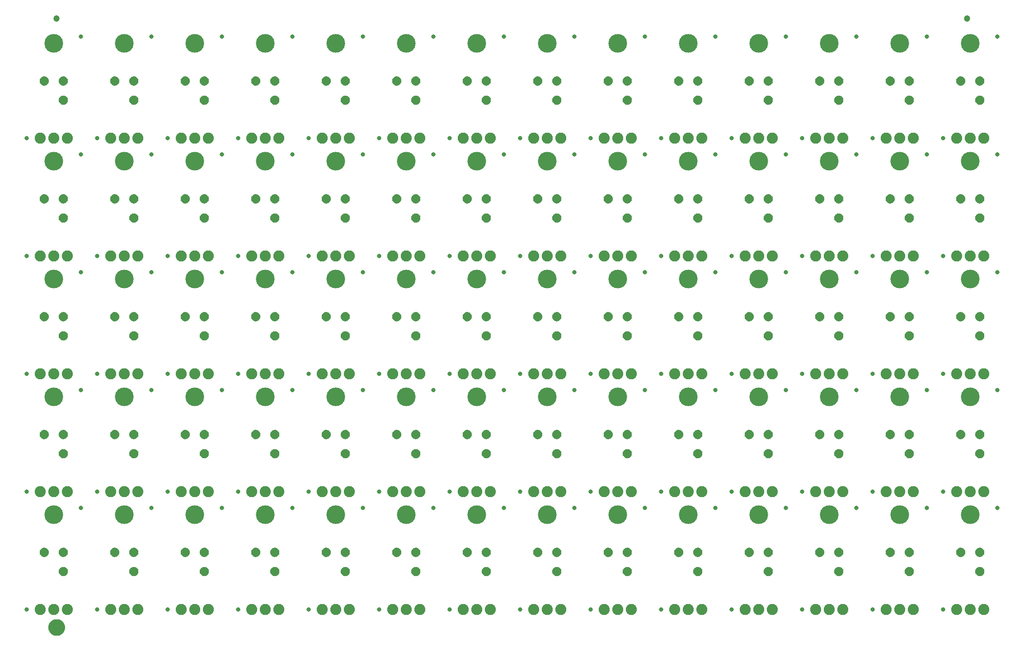
<source format=gbs>
G04 EAGLE Gerber RS-274X export*
G75*
%MOMM*%
%FSLAX34Y34*%
%LPD*%
%INSoldermask Bottom*%
%IPPOS*%
%AMOC8*
5,1,8,0,0,1.08239X$1,22.5*%
G01*
%ADD10C,0.838200*%
%ADD11C,0.850000*%
%ADD12C,2.082800*%
%ADD13C,3.505200*%
%ADD14C,1.203200*%
%ADD15C,1.270000*%
%ADD16C,1.703200*%


D10*
X114300Y203200D03*
X12700Y12700D03*
D11*
X41290Y119560D02*
X41292Y119690D01*
X41298Y119820D01*
X41308Y119950D01*
X41322Y120080D01*
X41340Y120209D01*
X41362Y120337D01*
X41387Y120465D01*
X41417Y120592D01*
X41451Y120718D01*
X41488Y120842D01*
X41529Y120966D01*
X41574Y121088D01*
X41623Y121209D01*
X41675Y121328D01*
X41731Y121446D01*
X41791Y121562D01*
X41854Y121676D01*
X41921Y121788D01*
X41991Y121897D01*
X42064Y122005D01*
X42140Y122110D01*
X42220Y122213D01*
X42303Y122314D01*
X42389Y122412D01*
X42478Y122507D01*
X42570Y122600D01*
X42664Y122689D01*
X42761Y122776D01*
X42861Y122859D01*
X42964Y122940D01*
X43068Y123017D01*
X43175Y123091D01*
X43285Y123162D01*
X43396Y123230D01*
X43510Y123294D01*
X43625Y123354D01*
X43742Y123411D01*
X43861Y123464D01*
X43982Y123514D01*
X44103Y123560D01*
X44227Y123602D01*
X44351Y123640D01*
X44477Y123675D01*
X44603Y123706D01*
X44731Y123732D01*
X44859Y123755D01*
X44988Y123774D01*
X45117Y123789D01*
X45247Y123800D01*
X45377Y123807D01*
X45507Y123810D01*
X45638Y123809D01*
X45768Y123804D01*
X45898Y123795D01*
X46027Y123782D01*
X46157Y123765D01*
X46285Y123744D01*
X46413Y123719D01*
X46540Y123691D01*
X46666Y123658D01*
X46791Y123622D01*
X46915Y123581D01*
X47038Y123537D01*
X47159Y123490D01*
X47279Y123438D01*
X47397Y123383D01*
X47513Y123324D01*
X47627Y123262D01*
X47740Y123196D01*
X47850Y123127D01*
X47958Y123055D01*
X48064Y122979D01*
X48168Y122900D01*
X48269Y122818D01*
X48368Y122733D01*
X48464Y122645D01*
X48557Y122554D01*
X48647Y122460D01*
X48734Y122363D01*
X48819Y122264D01*
X48900Y122162D01*
X48978Y122058D01*
X49053Y121952D01*
X49125Y121843D01*
X49193Y121732D01*
X49258Y121619D01*
X49319Y121504D01*
X49377Y121387D01*
X49431Y121269D01*
X49482Y121149D01*
X49529Y121027D01*
X49572Y120904D01*
X49611Y120780D01*
X49647Y120655D01*
X49678Y120528D01*
X49706Y120401D01*
X49730Y120273D01*
X49750Y120144D01*
X49766Y120015D01*
X49778Y119885D01*
X49786Y119755D01*
X49790Y119625D01*
X49790Y119495D01*
X49786Y119365D01*
X49778Y119235D01*
X49766Y119105D01*
X49750Y118976D01*
X49730Y118847D01*
X49706Y118719D01*
X49678Y118592D01*
X49647Y118465D01*
X49611Y118340D01*
X49572Y118216D01*
X49529Y118093D01*
X49482Y117971D01*
X49431Y117851D01*
X49377Y117733D01*
X49319Y117616D01*
X49258Y117501D01*
X49193Y117388D01*
X49125Y117277D01*
X49053Y117168D01*
X48978Y117062D01*
X48900Y116958D01*
X48819Y116856D01*
X48734Y116757D01*
X48647Y116660D01*
X48557Y116566D01*
X48464Y116475D01*
X48368Y116387D01*
X48269Y116302D01*
X48168Y116220D01*
X48064Y116141D01*
X47958Y116065D01*
X47850Y115993D01*
X47740Y115924D01*
X47627Y115858D01*
X47513Y115796D01*
X47397Y115737D01*
X47279Y115682D01*
X47159Y115630D01*
X47038Y115583D01*
X46915Y115539D01*
X46791Y115498D01*
X46666Y115462D01*
X46540Y115429D01*
X46413Y115401D01*
X46285Y115376D01*
X46157Y115355D01*
X46027Y115338D01*
X45898Y115325D01*
X45768Y115316D01*
X45638Y115311D01*
X45507Y115310D01*
X45377Y115313D01*
X45247Y115320D01*
X45117Y115331D01*
X44988Y115346D01*
X44859Y115365D01*
X44731Y115388D01*
X44603Y115414D01*
X44477Y115445D01*
X44351Y115480D01*
X44227Y115518D01*
X44103Y115560D01*
X43982Y115606D01*
X43861Y115656D01*
X43742Y115709D01*
X43625Y115766D01*
X43510Y115826D01*
X43396Y115890D01*
X43285Y115958D01*
X43175Y116029D01*
X43068Y116103D01*
X42964Y116180D01*
X42861Y116261D01*
X42761Y116344D01*
X42664Y116431D01*
X42570Y116520D01*
X42478Y116613D01*
X42389Y116708D01*
X42303Y116806D01*
X42220Y116907D01*
X42140Y117010D01*
X42064Y117115D01*
X41991Y117223D01*
X41921Y117332D01*
X41854Y117444D01*
X41791Y117558D01*
X41731Y117674D01*
X41675Y117792D01*
X41623Y117911D01*
X41574Y118032D01*
X41529Y118154D01*
X41488Y118278D01*
X41451Y118402D01*
X41417Y118528D01*
X41387Y118655D01*
X41362Y118783D01*
X41340Y118911D01*
X41322Y119040D01*
X41308Y119170D01*
X41298Y119300D01*
X41292Y119430D01*
X41290Y119560D01*
X77210Y83640D02*
X77212Y83770D01*
X77218Y83900D01*
X77228Y84030D01*
X77242Y84160D01*
X77260Y84289D01*
X77282Y84417D01*
X77307Y84545D01*
X77337Y84672D01*
X77371Y84798D01*
X77408Y84922D01*
X77449Y85046D01*
X77494Y85168D01*
X77543Y85289D01*
X77595Y85408D01*
X77651Y85526D01*
X77711Y85642D01*
X77774Y85756D01*
X77841Y85868D01*
X77911Y85977D01*
X77984Y86085D01*
X78060Y86190D01*
X78140Y86293D01*
X78223Y86394D01*
X78309Y86492D01*
X78398Y86587D01*
X78490Y86680D01*
X78584Y86769D01*
X78681Y86856D01*
X78781Y86939D01*
X78884Y87020D01*
X78988Y87097D01*
X79095Y87171D01*
X79205Y87242D01*
X79316Y87310D01*
X79430Y87374D01*
X79545Y87434D01*
X79662Y87491D01*
X79781Y87544D01*
X79902Y87594D01*
X80023Y87640D01*
X80147Y87682D01*
X80271Y87720D01*
X80397Y87755D01*
X80523Y87786D01*
X80651Y87812D01*
X80779Y87835D01*
X80908Y87854D01*
X81037Y87869D01*
X81167Y87880D01*
X81297Y87887D01*
X81427Y87890D01*
X81558Y87889D01*
X81688Y87884D01*
X81818Y87875D01*
X81947Y87862D01*
X82077Y87845D01*
X82205Y87824D01*
X82333Y87799D01*
X82460Y87771D01*
X82586Y87738D01*
X82711Y87702D01*
X82835Y87661D01*
X82958Y87617D01*
X83079Y87570D01*
X83199Y87518D01*
X83317Y87463D01*
X83433Y87404D01*
X83547Y87342D01*
X83660Y87276D01*
X83770Y87207D01*
X83878Y87135D01*
X83984Y87059D01*
X84088Y86980D01*
X84189Y86898D01*
X84288Y86813D01*
X84384Y86725D01*
X84477Y86634D01*
X84567Y86540D01*
X84654Y86443D01*
X84739Y86344D01*
X84820Y86242D01*
X84898Y86138D01*
X84973Y86032D01*
X85045Y85923D01*
X85113Y85812D01*
X85178Y85699D01*
X85239Y85584D01*
X85297Y85467D01*
X85351Y85349D01*
X85402Y85229D01*
X85449Y85107D01*
X85492Y84984D01*
X85531Y84860D01*
X85567Y84735D01*
X85598Y84608D01*
X85626Y84481D01*
X85650Y84353D01*
X85670Y84224D01*
X85686Y84095D01*
X85698Y83965D01*
X85706Y83835D01*
X85710Y83705D01*
X85710Y83575D01*
X85706Y83445D01*
X85698Y83315D01*
X85686Y83185D01*
X85670Y83056D01*
X85650Y82927D01*
X85626Y82799D01*
X85598Y82672D01*
X85567Y82545D01*
X85531Y82420D01*
X85492Y82296D01*
X85449Y82173D01*
X85402Y82051D01*
X85351Y81931D01*
X85297Y81813D01*
X85239Y81696D01*
X85178Y81581D01*
X85113Y81468D01*
X85045Y81357D01*
X84973Y81248D01*
X84898Y81142D01*
X84820Y81038D01*
X84739Y80936D01*
X84654Y80837D01*
X84567Y80740D01*
X84477Y80646D01*
X84384Y80555D01*
X84288Y80467D01*
X84189Y80382D01*
X84088Y80300D01*
X83984Y80221D01*
X83878Y80145D01*
X83770Y80073D01*
X83660Y80004D01*
X83547Y79938D01*
X83433Y79876D01*
X83317Y79817D01*
X83199Y79762D01*
X83079Y79710D01*
X82958Y79663D01*
X82835Y79619D01*
X82711Y79578D01*
X82586Y79542D01*
X82460Y79509D01*
X82333Y79481D01*
X82205Y79456D01*
X82077Y79435D01*
X81947Y79418D01*
X81818Y79405D01*
X81688Y79396D01*
X81558Y79391D01*
X81427Y79390D01*
X81297Y79393D01*
X81167Y79400D01*
X81037Y79411D01*
X80908Y79426D01*
X80779Y79445D01*
X80651Y79468D01*
X80523Y79494D01*
X80397Y79525D01*
X80271Y79560D01*
X80147Y79598D01*
X80023Y79640D01*
X79902Y79686D01*
X79781Y79736D01*
X79662Y79789D01*
X79545Y79846D01*
X79430Y79906D01*
X79316Y79970D01*
X79205Y80038D01*
X79095Y80109D01*
X78988Y80183D01*
X78884Y80260D01*
X78781Y80341D01*
X78681Y80424D01*
X78584Y80511D01*
X78490Y80600D01*
X78398Y80693D01*
X78309Y80788D01*
X78223Y80886D01*
X78140Y80987D01*
X78060Y81090D01*
X77984Y81195D01*
X77911Y81303D01*
X77841Y81412D01*
X77774Y81524D01*
X77711Y81638D01*
X77651Y81754D01*
X77595Y81872D01*
X77543Y81991D01*
X77494Y82112D01*
X77449Y82234D01*
X77408Y82358D01*
X77371Y82482D01*
X77337Y82608D01*
X77307Y82735D01*
X77282Y82863D01*
X77260Y82991D01*
X77242Y83120D01*
X77228Y83250D01*
X77218Y83380D01*
X77212Y83510D01*
X77210Y83640D01*
X77210Y119560D02*
X77212Y119690D01*
X77218Y119820D01*
X77228Y119950D01*
X77242Y120080D01*
X77260Y120209D01*
X77282Y120337D01*
X77307Y120465D01*
X77337Y120592D01*
X77371Y120718D01*
X77408Y120842D01*
X77449Y120966D01*
X77494Y121088D01*
X77543Y121209D01*
X77595Y121328D01*
X77651Y121446D01*
X77711Y121562D01*
X77774Y121676D01*
X77841Y121788D01*
X77911Y121897D01*
X77984Y122005D01*
X78060Y122110D01*
X78140Y122213D01*
X78223Y122314D01*
X78309Y122412D01*
X78398Y122507D01*
X78490Y122600D01*
X78584Y122689D01*
X78681Y122776D01*
X78781Y122859D01*
X78884Y122940D01*
X78988Y123017D01*
X79095Y123091D01*
X79205Y123162D01*
X79316Y123230D01*
X79430Y123294D01*
X79545Y123354D01*
X79662Y123411D01*
X79781Y123464D01*
X79902Y123514D01*
X80023Y123560D01*
X80147Y123602D01*
X80271Y123640D01*
X80397Y123675D01*
X80523Y123706D01*
X80651Y123732D01*
X80779Y123755D01*
X80908Y123774D01*
X81037Y123789D01*
X81167Y123800D01*
X81297Y123807D01*
X81427Y123810D01*
X81558Y123809D01*
X81688Y123804D01*
X81818Y123795D01*
X81947Y123782D01*
X82077Y123765D01*
X82205Y123744D01*
X82333Y123719D01*
X82460Y123691D01*
X82586Y123658D01*
X82711Y123622D01*
X82835Y123581D01*
X82958Y123537D01*
X83079Y123490D01*
X83199Y123438D01*
X83317Y123383D01*
X83433Y123324D01*
X83547Y123262D01*
X83660Y123196D01*
X83770Y123127D01*
X83878Y123055D01*
X83984Y122979D01*
X84088Y122900D01*
X84189Y122818D01*
X84288Y122733D01*
X84384Y122645D01*
X84477Y122554D01*
X84567Y122460D01*
X84654Y122363D01*
X84739Y122264D01*
X84820Y122162D01*
X84898Y122058D01*
X84973Y121952D01*
X85045Y121843D01*
X85113Y121732D01*
X85178Y121619D01*
X85239Y121504D01*
X85297Y121387D01*
X85351Y121269D01*
X85402Y121149D01*
X85449Y121027D01*
X85492Y120904D01*
X85531Y120780D01*
X85567Y120655D01*
X85598Y120528D01*
X85626Y120401D01*
X85650Y120273D01*
X85670Y120144D01*
X85686Y120015D01*
X85698Y119885D01*
X85706Y119755D01*
X85710Y119625D01*
X85710Y119495D01*
X85706Y119365D01*
X85698Y119235D01*
X85686Y119105D01*
X85670Y118976D01*
X85650Y118847D01*
X85626Y118719D01*
X85598Y118592D01*
X85567Y118465D01*
X85531Y118340D01*
X85492Y118216D01*
X85449Y118093D01*
X85402Y117971D01*
X85351Y117851D01*
X85297Y117733D01*
X85239Y117616D01*
X85178Y117501D01*
X85113Y117388D01*
X85045Y117277D01*
X84973Y117168D01*
X84898Y117062D01*
X84820Y116958D01*
X84739Y116856D01*
X84654Y116757D01*
X84567Y116660D01*
X84477Y116566D01*
X84384Y116475D01*
X84288Y116387D01*
X84189Y116302D01*
X84088Y116220D01*
X83984Y116141D01*
X83878Y116065D01*
X83770Y115993D01*
X83660Y115924D01*
X83547Y115858D01*
X83433Y115796D01*
X83317Y115737D01*
X83199Y115682D01*
X83079Y115630D01*
X82958Y115583D01*
X82835Y115539D01*
X82711Y115498D01*
X82586Y115462D01*
X82460Y115429D01*
X82333Y115401D01*
X82205Y115376D01*
X82077Y115355D01*
X81947Y115338D01*
X81818Y115325D01*
X81688Y115316D01*
X81558Y115311D01*
X81427Y115310D01*
X81297Y115313D01*
X81167Y115320D01*
X81037Y115331D01*
X80908Y115346D01*
X80779Y115365D01*
X80651Y115388D01*
X80523Y115414D01*
X80397Y115445D01*
X80271Y115480D01*
X80147Y115518D01*
X80023Y115560D01*
X79902Y115606D01*
X79781Y115656D01*
X79662Y115709D01*
X79545Y115766D01*
X79430Y115826D01*
X79316Y115890D01*
X79205Y115958D01*
X79095Y116029D01*
X78988Y116103D01*
X78884Y116180D01*
X78781Y116261D01*
X78681Y116344D01*
X78584Y116431D01*
X78490Y116520D01*
X78398Y116613D01*
X78309Y116708D01*
X78223Y116806D01*
X78140Y116907D01*
X78060Y117010D01*
X77984Y117115D01*
X77911Y117223D01*
X77841Y117332D01*
X77774Y117444D01*
X77711Y117558D01*
X77651Y117674D01*
X77595Y117792D01*
X77543Y117911D01*
X77494Y118032D01*
X77449Y118154D01*
X77408Y118278D01*
X77371Y118402D01*
X77337Y118528D01*
X77307Y118655D01*
X77282Y118783D01*
X77260Y118911D01*
X77242Y119040D01*
X77228Y119170D01*
X77218Y119300D01*
X77212Y119430D01*
X77210Y119560D01*
D12*
X38100Y12700D03*
X63500Y12700D03*
X88900Y12700D03*
D13*
X63500Y190500D03*
D10*
X246380Y203200D03*
X144780Y12700D03*
D11*
X173370Y119560D02*
X173372Y119690D01*
X173378Y119820D01*
X173388Y119950D01*
X173402Y120080D01*
X173420Y120209D01*
X173442Y120337D01*
X173467Y120465D01*
X173497Y120592D01*
X173531Y120718D01*
X173568Y120842D01*
X173609Y120966D01*
X173654Y121088D01*
X173703Y121209D01*
X173755Y121328D01*
X173811Y121446D01*
X173871Y121562D01*
X173934Y121676D01*
X174001Y121788D01*
X174071Y121897D01*
X174144Y122005D01*
X174220Y122110D01*
X174300Y122213D01*
X174383Y122314D01*
X174469Y122412D01*
X174558Y122507D01*
X174650Y122600D01*
X174744Y122689D01*
X174841Y122776D01*
X174941Y122859D01*
X175044Y122940D01*
X175148Y123017D01*
X175255Y123091D01*
X175365Y123162D01*
X175476Y123230D01*
X175590Y123294D01*
X175705Y123354D01*
X175822Y123411D01*
X175941Y123464D01*
X176062Y123514D01*
X176183Y123560D01*
X176307Y123602D01*
X176431Y123640D01*
X176557Y123675D01*
X176683Y123706D01*
X176811Y123732D01*
X176939Y123755D01*
X177068Y123774D01*
X177197Y123789D01*
X177327Y123800D01*
X177457Y123807D01*
X177587Y123810D01*
X177718Y123809D01*
X177848Y123804D01*
X177978Y123795D01*
X178107Y123782D01*
X178237Y123765D01*
X178365Y123744D01*
X178493Y123719D01*
X178620Y123691D01*
X178746Y123658D01*
X178871Y123622D01*
X178995Y123581D01*
X179118Y123537D01*
X179239Y123490D01*
X179359Y123438D01*
X179477Y123383D01*
X179593Y123324D01*
X179707Y123262D01*
X179820Y123196D01*
X179930Y123127D01*
X180038Y123055D01*
X180144Y122979D01*
X180248Y122900D01*
X180349Y122818D01*
X180448Y122733D01*
X180544Y122645D01*
X180637Y122554D01*
X180727Y122460D01*
X180814Y122363D01*
X180899Y122264D01*
X180980Y122162D01*
X181058Y122058D01*
X181133Y121952D01*
X181205Y121843D01*
X181273Y121732D01*
X181338Y121619D01*
X181399Y121504D01*
X181457Y121387D01*
X181511Y121269D01*
X181562Y121149D01*
X181609Y121027D01*
X181652Y120904D01*
X181691Y120780D01*
X181727Y120655D01*
X181758Y120528D01*
X181786Y120401D01*
X181810Y120273D01*
X181830Y120144D01*
X181846Y120015D01*
X181858Y119885D01*
X181866Y119755D01*
X181870Y119625D01*
X181870Y119495D01*
X181866Y119365D01*
X181858Y119235D01*
X181846Y119105D01*
X181830Y118976D01*
X181810Y118847D01*
X181786Y118719D01*
X181758Y118592D01*
X181727Y118465D01*
X181691Y118340D01*
X181652Y118216D01*
X181609Y118093D01*
X181562Y117971D01*
X181511Y117851D01*
X181457Y117733D01*
X181399Y117616D01*
X181338Y117501D01*
X181273Y117388D01*
X181205Y117277D01*
X181133Y117168D01*
X181058Y117062D01*
X180980Y116958D01*
X180899Y116856D01*
X180814Y116757D01*
X180727Y116660D01*
X180637Y116566D01*
X180544Y116475D01*
X180448Y116387D01*
X180349Y116302D01*
X180248Y116220D01*
X180144Y116141D01*
X180038Y116065D01*
X179930Y115993D01*
X179820Y115924D01*
X179707Y115858D01*
X179593Y115796D01*
X179477Y115737D01*
X179359Y115682D01*
X179239Y115630D01*
X179118Y115583D01*
X178995Y115539D01*
X178871Y115498D01*
X178746Y115462D01*
X178620Y115429D01*
X178493Y115401D01*
X178365Y115376D01*
X178237Y115355D01*
X178107Y115338D01*
X177978Y115325D01*
X177848Y115316D01*
X177718Y115311D01*
X177587Y115310D01*
X177457Y115313D01*
X177327Y115320D01*
X177197Y115331D01*
X177068Y115346D01*
X176939Y115365D01*
X176811Y115388D01*
X176683Y115414D01*
X176557Y115445D01*
X176431Y115480D01*
X176307Y115518D01*
X176183Y115560D01*
X176062Y115606D01*
X175941Y115656D01*
X175822Y115709D01*
X175705Y115766D01*
X175590Y115826D01*
X175476Y115890D01*
X175365Y115958D01*
X175255Y116029D01*
X175148Y116103D01*
X175044Y116180D01*
X174941Y116261D01*
X174841Y116344D01*
X174744Y116431D01*
X174650Y116520D01*
X174558Y116613D01*
X174469Y116708D01*
X174383Y116806D01*
X174300Y116907D01*
X174220Y117010D01*
X174144Y117115D01*
X174071Y117223D01*
X174001Y117332D01*
X173934Y117444D01*
X173871Y117558D01*
X173811Y117674D01*
X173755Y117792D01*
X173703Y117911D01*
X173654Y118032D01*
X173609Y118154D01*
X173568Y118278D01*
X173531Y118402D01*
X173497Y118528D01*
X173467Y118655D01*
X173442Y118783D01*
X173420Y118911D01*
X173402Y119040D01*
X173388Y119170D01*
X173378Y119300D01*
X173372Y119430D01*
X173370Y119560D01*
X209290Y83640D02*
X209292Y83770D01*
X209298Y83900D01*
X209308Y84030D01*
X209322Y84160D01*
X209340Y84289D01*
X209362Y84417D01*
X209387Y84545D01*
X209417Y84672D01*
X209451Y84798D01*
X209488Y84922D01*
X209529Y85046D01*
X209574Y85168D01*
X209623Y85289D01*
X209675Y85408D01*
X209731Y85526D01*
X209791Y85642D01*
X209854Y85756D01*
X209921Y85868D01*
X209991Y85977D01*
X210064Y86085D01*
X210140Y86190D01*
X210220Y86293D01*
X210303Y86394D01*
X210389Y86492D01*
X210478Y86587D01*
X210570Y86680D01*
X210664Y86769D01*
X210761Y86856D01*
X210861Y86939D01*
X210964Y87020D01*
X211068Y87097D01*
X211175Y87171D01*
X211285Y87242D01*
X211396Y87310D01*
X211510Y87374D01*
X211625Y87434D01*
X211742Y87491D01*
X211861Y87544D01*
X211982Y87594D01*
X212103Y87640D01*
X212227Y87682D01*
X212351Y87720D01*
X212477Y87755D01*
X212603Y87786D01*
X212731Y87812D01*
X212859Y87835D01*
X212988Y87854D01*
X213117Y87869D01*
X213247Y87880D01*
X213377Y87887D01*
X213507Y87890D01*
X213638Y87889D01*
X213768Y87884D01*
X213898Y87875D01*
X214027Y87862D01*
X214157Y87845D01*
X214285Y87824D01*
X214413Y87799D01*
X214540Y87771D01*
X214666Y87738D01*
X214791Y87702D01*
X214915Y87661D01*
X215038Y87617D01*
X215159Y87570D01*
X215279Y87518D01*
X215397Y87463D01*
X215513Y87404D01*
X215627Y87342D01*
X215740Y87276D01*
X215850Y87207D01*
X215958Y87135D01*
X216064Y87059D01*
X216168Y86980D01*
X216269Y86898D01*
X216368Y86813D01*
X216464Y86725D01*
X216557Y86634D01*
X216647Y86540D01*
X216734Y86443D01*
X216819Y86344D01*
X216900Y86242D01*
X216978Y86138D01*
X217053Y86032D01*
X217125Y85923D01*
X217193Y85812D01*
X217258Y85699D01*
X217319Y85584D01*
X217377Y85467D01*
X217431Y85349D01*
X217482Y85229D01*
X217529Y85107D01*
X217572Y84984D01*
X217611Y84860D01*
X217647Y84735D01*
X217678Y84608D01*
X217706Y84481D01*
X217730Y84353D01*
X217750Y84224D01*
X217766Y84095D01*
X217778Y83965D01*
X217786Y83835D01*
X217790Y83705D01*
X217790Y83575D01*
X217786Y83445D01*
X217778Y83315D01*
X217766Y83185D01*
X217750Y83056D01*
X217730Y82927D01*
X217706Y82799D01*
X217678Y82672D01*
X217647Y82545D01*
X217611Y82420D01*
X217572Y82296D01*
X217529Y82173D01*
X217482Y82051D01*
X217431Y81931D01*
X217377Y81813D01*
X217319Y81696D01*
X217258Y81581D01*
X217193Y81468D01*
X217125Y81357D01*
X217053Y81248D01*
X216978Y81142D01*
X216900Y81038D01*
X216819Y80936D01*
X216734Y80837D01*
X216647Y80740D01*
X216557Y80646D01*
X216464Y80555D01*
X216368Y80467D01*
X216269Y80382D01*
X216168Y80300D01*
X216064Y80221D01*
X215958Y80145D01*
X215850Y80073D01*
X215740Y80004D01*
X215627Y79938D01*
X215513Y79876D01*
X215397Y79817D01*
X215279Y79762D01*
X215159Y79710D01*
X215038Y79663D01*
X214915Y79619D01*
X214791Y79578D01*
X214666Y79542D01*
X214540Y79509D01*
X214413Y79481D01*
X214285Y79456D01*
X214157Y79435D01*
X214027Y79418D01*
X213898Y79405D01*
X213768Y79396D01*
X213638Y79391D01*
X213507Y79390D01*
X213377Y79393D01*
X213247Y79400D01*
X213117Y79411D01*
X212988Y79426D01*
X212859Y79445D01*
X212731Y79468D01*
X212603Y79494D01*
X212477Y79525D01*
X212351Y79560D01*
X212227Y79598D01*
X212103Y79640D01*
X211982Y79686D01*
X211861Y79736D01*
X211742Y79789D01*
X211625Y79846D01*
X211510Y79906D01*
X211396Y79970D01*
X211285Y80038D01*
X211175Y80109D01*
X211068Y80183D01*
X210964Y80260D01*
X210861Y80341D01*
X210761Y80424D01*
X210664Y80511D01*
X210570Y80600D01*
X210478Y80693D01*
X210389Y80788D01*
X210303Y80886D01*
X210220Y80987D01*
X210140Y81090D01*
X210064Y81195D01*
X209991Y81303D01*
X209921Y81412D01*
X209854Y81524D01*
X209791Y81638D01*
X209731Y81754D01*
X209675Y81872D01*
X209623Y81991D01*
X209574Y82112D01*
X209529Y82234D01*
X209488Y82358D01*
X209451Y82482D01*
X209417Y82608D01*
X209387Y82735D01*
X209362Y82863D01*
X209340Y82991D01*
X209322Y83120D01*
X209308Y83250D01*
X209298Y83380D01*
X209292Y83510D01*
X209290Y83640D01*
X209290Y119560D02*
X209292Y119690D01*
X209298Y119820D01*
X209308Y119950D01*
X209322Y120080D01*
X209340Y120209D01*
X209362Y120337D01*
X209387Y120465D01*
X209417Y120592D01*
X209451Y120718D01*
X209488Y120842D01*
X209529Y120966D01*
X209574Y121088D01*
X209623Y121209D01*
X209675Y121328D01*
X209731Y121446D01*
X209791Y121562D01*
X209854Y121676D01*
X209921Y121788D01*
X209991Y121897D01*
X210064Y122005D01*
X210140Y122110D01*
X210220Y122213D01*
X210303Y122314D01*
X210389Y122412D01*
X210478Y122507D01*
X210570Y122600D01*
X210664Y122689D01*
X210761Y122776D01*
X210861Y122859D01*
X210964Y122940D01*
X211068Y123017D01*
X211175Y123091D01*
X211285Y123162D01*
X211396Y123230D01*
X211510Y123294D01*
X211625Y123354D01*
X211742Y123411D01*
X211861Y123464D01*
X211982Y123514D01*
X212103Y123560D01*
X212227Y123602D01*
X212351Y123640D01*
X212477Y123675D01*
X212603Y123706D01*
X212731Y123732D01*
X212859Y123755D01*
X212988Y123774D01*
X213117Y123789D01*
X213247Y123800D01*
X213377Y123807D01*
X213507Y123810D01*
X213638Y123809D01*
X213768Y123804D01*
X213898Y123795D01*
X214027Y123782D01*
X214157Y123765D01*
X214285Y123744D01*
X214413Y123719D01*
X214540Y123691D01*
X214666Y123658D01*
X214791Y123622D01*
X214915Y123581D01*
X215038Y123537D01*
X215159Y123490D01*
X215279Y123438D01*
X215397Y123383D01*
X215513Y123324D01*
X215627Y123262D01*
X215740Y123196D01*
X215850Y123127D01*
X215958Y123055D01*
X216064Y122979D01*
X216168Y122900D01*
X216269Y122818D01*
X216368Y122733D01*
X216464Y122645D01*
X216557Y122554D01*
X216647Y122460D01*
X216734Y122363D01*
X216819Y122264D01*
X216900Y122162D01*
X216978Y122058D01*
X217053Y121952D01*
X217125Y121843D01*
X217193Y121732D01*
X217258Y121619D01*
X217319Y121504D01*
X217377Y121387D01*
X217431Y121269D01*
X217482Y121149D01*
X217529Y121027D01*
X217572Y120904D01*
X217611Y120780D01*
X217647Y120655D01*
X217678Y120528D01*
X217706Y120401D01*
X217730Y120273D01*
X217750Y120144D01*
X217766Y120015D01*
X217778Y119885D01*
X217786Y119755D01*
X217790Y119625D01*
X217790Y119495D01*
X217786Y119365D01*
X217778Y119235D01*
X217766Y119105D01*
X217750Y118976D01*
X217730Y118847D01*
X217706Y118719D01*
X217678Y118592D01*
X217647Y118465D01*
X217611Y118340D01*
X217572Y118216D01*
X217529Y118093D01*
X217482Y117971D01*
X217431Y117851D01*
X217377Y117733D01*
X217319Y117616D01*
X217258Y117501D01*
X217193Y117388D01*
X217125Y117277D01*
X217053Y117168D01*
X216978Y117062D01*
X216900Y116958D01*
X216819Y116856D01*
X216734Y116757D01*
X216647Y116660D01*
X216557Y116566D01*
X216464Y116475D01*
X216368Y116387D01*
X216269Y116302D01*
X216168Y116220D01*
X216064Y116141D01*
X215958Y116065D01*
X215850Y115993D01*
X215740Y115924D01*
X215627Y115858D01*
X215513Y115796D01*
X215397Y115737D01*
X215279Y115682D01*
X215159Y115630D01*
X215038Y115583D01*
X214915Y115539D01*
X214791Y115498D01*
X214666Y115462D01*
X214540Y115429D01*
X214413Y115401D01*
X214285Y115376D01*
X214157Y115355D01*
X214027Y115338D01*
X213898Y115325D01*
X213768Y115316D01*
X213638Y115311D01*
X213507Y115310D01*
X213377Y115313D01*
X213247Y115320D01*
X213117Y115331D01*
X212988Y115346D01*
X212859Y115365D01*
X212731Y115388D01*
X212603Y115414D01*
X212477Y115445D01*
X212351Y115480D01*
X212227Y115518D01*
X212103Y115560D01*
X211982Y115606D01*
X211861Y115656D01*
X211742Y115709D01*
X211625Y115766D01*
X211510Y115826D01*
X211396Y115890D01*
X211285Y115958D01*
X211175Y116029D01*
X211068Y116103D01*
X210964Y116180D01*
X210861Y116261D01*
X210761Y116344D01*
X210664Y116431D01*
X210570Y116520D01*
X210478Y116613D01*
X210389Y116708D01*
X210303Y116806D01*
X210220Y116907D01*
X210140Y117010D01*
X210064Y117115D01*
X209991Y117223D01*
X209921Y117332D01*
X209854Y117444D01*
X209791Y117558D01*
X209731Y117674D01*
X209675Y117792D01*
X209623Y117911D01*
X209574Y118032D01*
X209529Y118154D01*
X209488Y118278D01*
X209451Y118402D01*
X209417Y118528D01*
X209387Y118655D01*
X209362Y118783D01*
X209340Y118911D01*
X209322Y119040D01*
X209308Y119170D01*
X209298Y119300D01*
X209292Y119430D01*
X209290Y119560D01*
D12*
X170180Y12700D03*
X195580Y12700D03*
X220980Y12700D03*
D13*
X195580Y190500D03*
D10*
X378460Y203200D03*
X276860Y12700D03*
D11*
X305450Y119560D02*
X305452Y119690D01*
X305458Y119820D01*
X305468Y119950D01*
X305482Y120080D01*
X305500Y120209D01*
X305522Y120337D01*
X305547Y120465D01*
X305577Y120592D01*
X305611Y120718D01*
X305648Y120842D01*
X305689Y120966D01*
X305734Y121088D01*
X305783Y121209D01*
X305835Y121328D01*
X305891Y121446D01*
X305951Y121562D01*
X306014Y121676D01*
X306081Y121788D01*
X306151Y121897D01*
X306224Y122005D01*
X306300Y122110D01*
X306380Y122213D01*
X306463Y122314D01*
X306549Y122412D01*
X306638Y122507D01*
X306730Y122600D01*
X306824Y122689D01*
X306921Y122776D01*
X307021Y122859D01*
X307124Y122940D01*
X307228Y123017D01*
X307335Y123091D01*
X307445Y123162D01*
X307556Y123230D01*
X307670Y123294D01*
X307785Y123354D01*
X307902Y123411D01*
X308021Y123464D01*
X308142Y123514D01*
X308263Y123560D01*
X308387Y123602D01*
X308511Y123640D01*
X308637Y123675D01*
X308763Y123706D01*
X308891Y123732D01*
X309019Y123755D01*
X309148Y123774D01*
X309277Y123789D01*
X309407Y123800D01*
X309537Y123807D01*
X309667Y123810D01*
X309798Y123809D01*
X309928Y123804D01*
X310058Y123795D01*
X310187Y123782D01*
X310317Y123765D01*
X310445Y123744D01*
X310573Y123719D01*
X310700Y123691D01*
X310826Y123658D01*
X310951Y123622D01*
X311075Y123581D01*
X311198Y123537D01*
X311319Y123490D01*
X311439Y123438D01*
X311557Y123383D01*
X311673Y123324D01*
X311787Y123262D01*
X311900Y123196D01*
X312010Y123127D01*
X312118Y123055D01*
X312224Y122979D01*
X312328Y122900D01*
X312429Y122818D01*
X312528Y122733D01*
X312624Y122645D01*
X312717Y122554D01*
X312807Y122460D01*
X312894Y122363D01*
X312979Y122264D01*
X313060Y122162D01*
X313138Y122058D01*
X313213Y121952D01*
X313285Y121843D01*
X313353Y121732D01*
X313418Y121619D01*
X313479Y121504D01*
X313537Y121387D01*
X313591Y121269D01*
X313642Y121149D01*
X313689Y121027D01*
X313732Y120904D01*
X313771Y120780D01*
X313807Y120655D01*
X313838Y120528D01*
X313866Y120401D01*
X313890Y120273D01*
X313910Y120144D01*
X313926Y120015D01*
X313938Y119885D01*
X313946Y119755D01*
X313950Y119625D01*
X313950Y119495D01*
X313946Y119365D01*
X313938Y119235D01*
X313926Y119105D01*
X313910Y118976D01*
X313890Y118847D01*
X313866Y118719D01*
X313838Y118592D01*
X313807Y118465D01*
X313771Y118340D01*
X313732Y118216D01*
X313689Y118093D01*
X313642Y117971D01*
X313591Y117851D01*
X313537Y117733D01*
X313479Y117616D01*
X313418Y117501D01*
X313353Y117388D01*
X313285Y117277D01*
X313213Y117168D01*
X313138Y117062D01*
X313060Y116958D01*
X312979Y116856D01*
X312894Y116757D01*
X312807Y116660D01*
X312717Y116566D01*
X312624Y116475D01*
X312528Y116387D01*
X312429Y116302D01*
X312328Y116220D01*
X312224Y116141D01*
X312118Y116065D01*
X312010Y115993D01*
X311900Y115924D01*
X311787Y115858D01*
X311673Y115796D01*
X311557Y115737D01*
X311439Y115682D01*
X311319Y115630D01*
X311198Y115583D01*
X311075Y115539D01*
X310951Y115498D01*
X310826Y115462D01*
X310700Y115429D01*
X310573Y115401D01*
X310445Y115376D01*
X310317Y115355D01*
X310187Y115338D01*
X310058Y115325D01*
X309928Y115316D01*
X309798Y115311D01*
X309667Y115310D01*
X309537Y115313D01*
X309407Y115320D01*
X309277Y115331D01*
X309148Y115346D01*
X309019Y115365D01*
X308891Y115388D01*
X308763Y115414D01*
X308637Y115445D01*
X308511Y115480D01*
X308387Y115518D01*
X308263Y115560D01*
X308142Y115606D01*
X308021Y115656D01*
X307902Y115709D01*
X307785Y115766D01*
X307670Y115826D01*
X307556Y115890D01*
X307445Y115958D01*
X307335Y116029D01*
X307228Y116103D01*
X307124Y116180D01*
X307021Y116261D01*
X306921Y116344D01*
X306824Y116431D01*
X306730Y116520D01*
X306638Y116613D01*
X306549Y116708D01*
X306463Y116806D01*
X306380Y116907D01*
X306300Y117010D01*
X306224Y117115D01*
X306151Y117223D01*
X306081Y117332D01*
X306014Y117444D01*
X305951Y117558D01*
X305891Y117674D01*
X305835Y117792D01*
X305783Y117911D01*
X305734Y118032D01*
X305689Y118154D01*
X305648Y118278D01*
X305611Y118402D01*
X305577Y118528D01*
X305547Y118655D01*
X305522Y118783D01*
X305500Y118911D01*
X305482Y119040D01*
X305468Y119170D01*
X305458Y119300D01*
X305452Y119430D01*
X305450Y119560D01*
X341370Y83640D02*
X341372Y83770D01*
X341378Y83900D01*
X341388Y84030D01*
X341402Y84160D01*
X341420Y84289D01*
X341442Y84417D01*
X341467Y84545D01*
X341497Y84672D01*
X341531Y84798D01*
X341568Y84922D01*
X341609Y85046D01*
X341654Y85168D01*
X341703Y85289D01*
X341755Y85408D01*
X341811Y85526D01*
X341871Y85642D01*
X341934Y85756D01*
X342001Y85868D01*
X342071Y85977D01*
X342144Y86085D01*
X342220Y86190D01*
X342300Y86293D01*
X342383Y86394D01*
X342469Y86492D01*
X342558Y86587D01*
X342650Y86680D01*
X342744Y86769D01*
X342841Y86856D01*
X342941Y86939D01*
X343044Y87020D01*
X343148Y87097D01*
X343255Y87171D01*
X343365Y87242D01*
X343476Y87310D01*
X343590Y87374D01*
X343705Y87434D01*
X343822Y87491D01*
X343941Y87544D01*
X344062Y87594D01*
X344183Y87640D01*
X344307Y87682D01*
X344431Y87720D01*
X344557Y87755D01*
X344683Y87786D01*
X344811Y87812D01*
X344939Y87835D01*
X345068Y87854D01*
X345197Y87869D01*
X345327Y87880D01*
X345457Y87887D01*
X345587Y87890D01*
X345718Y87889D01*
X345848Y87884D01*
X345978Y87875D01*
X346107Y87862D01*
X346237Y87845D01*
X346365Y87824D01*
X346493Y87799D01*
X346620Y87771D01*
X346746Y87738D01*
X346871Y87702D01*
X346995Y87661D01*
X347118Y87617D01*
X347239Y87570D01*
X347359Y87518D01*
X347477Y87463D01*
X347593Y87404D01*
X347707Y87342D01*
X347820Y87276D01*
X347930Y87207D01*
X348038Y87135D01*
X348144Y87059D01*
X348248Y86980D01*
X348349Y86898D01*
X348448Y86813D01*
X348544Y86725D01*
X348637Y86634D01*
X348727Y86540D01*
X348814Y86443D01*
X348899Y86344D01*
X348980Y86242D01*
X349058Y86138D01*
X349133Y86032D01*
X349205Y85923D01*
X349273Y85812D01*
X349338Y85699D01*
X349399Y85584D01*
X349457Y85467D01*
X349511Y85349D01*
X349562Y85229D01*
X349609Y85107D01*
X349652Y84984D01*
X349691Y84860D01*
X349727Y84735D01*
X349758Y84608D01*
X349786Y84481D01*
X349810Y84353D01*
X349830Y84224D01*
X349846Y84095D01*
X349858Y83965D01*
X349866Y83835D01*
X349870Y83705D01*
X349870Y83575D01*
X349866Y83445D01*
X349858Y83315D01*
X349846Y83185D01*
X349830Y83056D01*
X349810Y82927D01*
X349786Y82799D01*
X349758Y82672D01*
X349727Y82545D01*
X349691Y82420D01*
X349652Y82296D01*
X349609Y82173D01*
X349562Y82051D01*
X349511Y81931D01*
X349457Y81813D01*
X349399Y81696D01*
X349338Y81581D01*
X349273Y81468D01*
X349205Y81357D01*
X349133Y81248D01*
X349058Y81142D01*
X348980Y81038D01*
X348899Y80936D01*
X348814Y80837D01*
X348727Y80740D01*
X348637Y80646D01*
X348544Y80555D01*
X348448Y80467D01*
X348349Y80382D01*
X348248Y80300D01*
X348144Y80221D01*
X348038Y80145D01*
X347930Y80073D01*
X347820Y80004D01*
X347707Y79938D01*
X347593Y79876D01*
X347477Y79817D01*
X347359Y79762D01*
X347239Y79710D01*
X347118Y79663D01*
X346995Y79619D01*
X346871Y79578D01*
X346746Y79542D01*
X346620Y79509D01*
X346493Y79481D01*
X346365Y79456D01*
X346237Y79435D01*
X346107Y79418D01*
X345978Y79405D01*
X345848Y79396D01*
X345718Y79391D01*
X345587Y79390D01*
X345457Y79393D01*
X345327Y79400D01*
X345197Y79411D01*
X345068Y79426D01*
X344939Y79445D01*
X344811Y79468D01*
X344683Y79494D01*
X344557Y79525D01*
X344431Y79560D01*
X344307Y79598D01*
X344183Y79640D01*
X344062Y79686D01*
X343941Y79736D01*
X343822Y79789D01*
X343705Y79846D01*
X343590Y79906D01*
X343476Y79970D01*
X343365Y80038D01*
X343255Y80109D01*
X343148Y80183D01*
X343044Y80260D01*
X342941Y80341D01*
X342841Y80424D01*
X342744Y80511D01*
X342650Y80600D01*
X342558Y80693D01*
X342469Y80788D01*
X342383Y80886D01*
X342300Y80987D01*
X342220Y81090D01*
X342144Y81195D01*
X342071Y81303D01*
X342001Y81412D01*
X341934Y81524D01*
X341871Y81638D01*
X341811Y81754D01*
X341755Y81872D01*
X341703Y81991D01*
X341654Y82112D01*
X341609Y82234D01*
X341568Y82358D01*
X341531Y82482D01*
X341497Y82608D01*
X341467Y82735D01*
X341442Y82863D01*
X341420Y82991D01*
X341402Y83120D01*
X341388Y83250D01*
X341378Y83380D01*
X341372Y83510D01*
X341370Y83640D01*
X341370Y119560D02*
X341372Y119690D01*
X341378Y119820D01*
X341388Y119950D01*
X341402Y120080D01*
X341420Y120209D01*
X341442Y120337D01*
X341467Y120465D01*
X341497Y120592D01*
X341531Y120718D01*
X341568Y120842D01*
X341609Y120966D01*
X341654Y121088D01*
X341703Y121209D01*
X341755Y121328D01*
X341811Y121446D01*
X341871Y121562D01*
X341934Y121676D01*
X342001Y121788D01*
X342071Y121897D01*
X342144Y122005D01*
X342220Y122110D01*
X342300Y122213D01*
X342383Y122314D01*
X342469Y122412D01*
X342558Y122507D01*
X342650Y122600D01*
X342744Y122689D01*
X342841Y122776D01*
X342941Y122859D01*
X343044Y122940D01*
X343148Y123017D01*
X343255Y123091D01*
X343365Y123162D01*
X343476Y123230D01*
X343590Y123294D01*
X343705Y123354D01*
X343822Y123411D01*
X343941Y123464D01*
X344062Y123514D01*
X344183Y123560D01*
X344307Y123602D01*
X344431Y123640D01*
X344557Y123675D01*
X344683Y123706D01*
X344811Y123732D01*
X344939Y123755D01*
X345068Y123774D01*
X345197Y123789D01*
X345327Y123800D01*
X345457Y123807D01*
X345587Y123810D01*
X345718Y123809D01*
X345848Y123804D01*
X345978Y123795D01*
X346107Y123782D01*
X346237Y123765D01*
X346365Y123744D01*
X346493Y123719D01*
X346620Y123691D01*
X346746Y123658D01*
X346871Y123622D01*
X346995Y123581D01*
X347118Y123537D01*
X347239Y123490D01*
X347359Y123438D01*
X347477Y123383D01*
X347593Y123324D01*
X347707Y123262D01*
X347820Y123196D01*
X347930Y123127D01*
X348038Y123055D01*
X348144Y122979D01*
X348248Y122900D01*
X348349Y122818D01*
X348448Y122733D01*
X348544Y122645D01*
X348637Y122554D01*
X348727Y122460D01*
X348814Y122363D01*
X348899Y122264D01*
X348980Y122162D01*
X349058Y122058D01*
X349133Y121952D01*
X349205Y121843D01*
X349273Y121732D01*
X349338Y121619D01*
X349399Y121504D01*
X349457Y121387D01*
X349511Y121269D01*
X349562Y121149D01*
X349609Y121027D01*
X349652Y120904D01*
X349691Y120780D01*
X349727Y120655D01*
X349758Y120528D01*
X349786Y120401D01*
X349810Y120273D01*
X349830Y120144D01*
X349846Y120015D01*
X349858Y119885D01*
X349866Y119755D01*
X349870Y119625D01*
X349870Y119495D01*
X349866Y119365D01*
X349858Y119235D01*
X349846Y119105D01*
X349830Y118976D01*
X349810Y118847D01*
X349786Y118719D01*
X349758Y118592D01*
X349727Y118465D01*
X349691Y118340D01*
X349652Y118216D01*
X349609Y118093D01*
X349562Y117971D01*
X349511Y117851D01*
X349457Y117733D01*
X349399Y117616D01*
X349338Y117501D01*
X349273Y117388D01*
X349205Y117277D01*
X349133Y117168D01*
X349058Y117062D01*
X348980Y116958D01*
X348899Y116856D01*
X348814Y116757D01*
X348727Y116660D01*
X348637Y116566D01*
X348544Y116475D01*
X348448Y116387D01*
X348349Y116302D01*
X348248Y116220D01*
X348144Y116141D01*
X348038Y116065D01*
X347930Y115993D01*
X347820Y115924D01*
X347707Y115858D01*
X347593Y115796D01*
X347477Y115737D01*
X347359Y115682D01*
X347239Y115630D01*
X347118Y115583D01*
X346995Y115539D01*
X346871Y115498D01*
X346746Y115462D01*
X346620Y115429D01*
X346493Y115401D01*
X346365Y115376D01*
X346237Y115355D01*
X346107Y115338D01*
X345978Y115325D01*
X345848Y115316D01*
X345718Y115311D01*
X345587Y115310D01*
X345457Y115313D01*
X345327Y115320D01*
X345197Y115331D01*
X345068Y115346D01*
X344939Y115365D01*
X344811Y115388D01*
X344683Y115414D01*
X344557Y115445D01*
X344431Y115480D01*
X344307Y115518D01*
X344183Y115560D01*
X344062Y115606D01*
X343941Y115656D01*
X343822Y115709D01*
X343705Y115766D01*
X343590Y115826D01*
X343476Y115890D01*
X343365Y115958D01*
X343255Y116029D01*
X343148Y116103D01*
X343044Y116180D01*
X342941Y116261D01*
X342841Y116344D01*
X342744Y116431D01*
X342650Y116520D01*
X342558Y116613D01*
X342469Y116708D01*
X342383Y116806D01*
X342300Y116907D01*
X342220Y117010D01*
X342144Y117115D01*
X342071Y117223D01*
X342001Y117332D01*
X341934Y117444D01*
X341871Y117558D01*
X341811Y117674D01*
X341755Y117792D01*
X341703Y117911D01*
X341654Y118032D01*
X341609Y118154D01*
X341568Y118278D01*
X341531Y118402D01*
X341497Y118528D01*
X341467Y118655D01*
X341442Y118783D01*
X341420Y118911D01*
X341402Y119040D01*
X341388Y119170D01*
X341378Y119300D01*
X341372Y119430D01*
X341370Y119560D01*
D12*
X302260Y12700D03*
X327660Y12700D03*
X353060Y12700D03*
D13*
X327660Y190500D03*
D10*
X510540Y203200D03*
X408940Y12700D03*
D11*
X437530Y119560D02*
X437532Y119690D01*
X437538Y119820D01*
X437548Y119950D01*
X437562Y120080D01*
X437580Y120209D01*
X437602Y120337D01*
X437627Y120465D01*
X437657Y120592D01*
X437691Y120718D01*
X437728Y120842D01*
X437769Y120966D01*
X437814Y121088D01*
X437863Y121209D01*
X437915Y121328D01*
X437971Y121446D01*
X438031Y121562D01*
X438094Y121676D01*
X438161Y121788D01*
X438231Y121897D01*
X438304Y122005D01*
X438380Y122110D01*
X438460Y122213D01*
X438543Y122314D01*
X438629Y122412D01*
X438718Y122507D01*
X438810Y122600D01*
X438904Y122689D01*
X439001Y122776D01*
X439101Y122859D01*
X439204Y122940D01*
X439308Y123017D01*
X439415Y123091D01*
X439525Y123162D01*
X439636Y123230D01*
X439750Y123294D01*
X439865Y123354D01*
X439982Y123411D01*
X440101Y123464D01*
X440222Y123514D01*
X440343Y123560D01*
X440467Y123602D01*
X440591Y123640D01*
X440717Y123675D01*
X440843Y123706D01*
X440971Y123732D01*
X441099Y123755D01*
X441228Y123774D01*
X441357Y123789D01*
X441487Y123800D01*
X441617Y123807D01*
X441747Y123810D01*
X441878Y123809D01*
X442008Y123804D01*
X442138Y123795D01*
X442267Y123782D01*
X442397Y123765D01*
X442525Y123744D01*
X442653Y123719D01*
X442780Y123691D01*
X442906Y123658D01*
X443031Y123622D01*
X443155Y123581D01*
X443278Y123537D01*
X443399Y123490D01*
X443519Y123438D01*
X443637Y123383D01*
X443753Y123324D01*
X443867Y123262D01*
X443980Y123196D01*
X444090Y123127D01*
X444198Y123055D01*
X444304Y122979D01*
X444408Y122900D01*
X444509Y122818D01*
X444608Y122733D01*
X444704Y122645D01*
X444797Y122554D01*
X444887Y122460D01*
X444974Y122363D01*
X445059Y122264D01*
X445140Y122162D01*
X445218Y122058D01*
X445293Y121952D01*
X445365Y121843D01*
X445433Y121732D01*
X445498Y121619D01*
X445559Y121504D01*
X445617Y121387D01*
X445671Y121269D01*
X445722Y121149D01*
X445769Y121027D01*
X445812Y120904D01*
X445851Y120780D01*
X445887Y120655D01*
X445918Y120528D01*
X445946Y120401D01*
X445970Y120273D01*
X445990Y120144D01*
X446006Y120015D01*
X446018Y119885D01*
X446026Y119755D01*
X446030Y119625D01*
X446030Y119495D01*
X446026Y119365D01*
X446018Y119235D01*
X446006Y119105D01*
X445990Y118976D01*
X445970Y118847D01*
X445946Y118719D01*
X445918Y118592D01*
X445887Y118465D01*
X445851Y118340D01*
X445812Y118216D01*
X445769Y118093D01*
X445722Y117971D01*
X445671Y117851D01*
X445617Y117733D01*
X445559Y117616D01*
X445498Y117501D01*
X445433Y117388D01*
X445365Y117277D01*
X445293Y117168D01*
X445218Y117062D01*
X445140Y116958D01*
X445059Y116856D01*
X444974Y116757D01*
X444887Y116660D01*
X444797Y116566D01*
X444704Y116475D01*
X444608Y116387D01*
X444509Y116302D01*
X444408Y116220D01*
X444304Y116141D01*
X444198Y116065D01*
X444090Y115993D01*
X443980Y115924D01*
X443867Y115858D01*
X443753Y115796D01*
X443637Y115737D01*
X443519Y115682D01*
X443399Y115630D01*
X443278Y115583D01*
X443155Y115539D01*
X443031Y115498D01*
X442906Y115462D01*
X442780Y115429D01*
X442653Y115401D01*
X442525Y115376D01*
X442397Y115355D01*
X442267Y115338D01*
X442138Y115325D01*
X442008Y115316D01*
X441878Y115311D01*
X441747Y115310D01*
X441617Y115313D01*
X441487Y115320D01*
X441357Y115331D01*
X441228Y115346D01*
X441099Y115365D01*
X440971Y115388D01*
X440843Y115414D01*
X440717Y115445D01*
X440591Y115480D01*
X440467Y115518D01*
X440343Y115560D01*
X440222Y115606D01*
X440101Y115656D01*
X439982Y115709D01*
X439865Y115766D01*
X439750Y115826D01*
X439636Y115890D01*
X439525Y115958D01*
X439415Y116029D01*
X439308Y116103D01*
X439204Y116180D01*
X439101Y116261D01*
X439001Y116344D01*
X438904Y116431D01*
X438810Y116520D01*
X438718Y116613D01*
X438629Y116708D01*
X438543Y116806D01*
X438460Y116907D01*
X438380Y117010D01*
X438304Y117115D01*
X438231Y117223D01*
X438161Y117332D01*
X438094Y117444D01*
X438031Y117558D01*
X437971Y117674D01*
X437915Y117792D01*
X437863Y117911D01*
X437814Y118032D01*
X437769Y118154D01*
X437728Y118278D01*
X437691Y118402D01*
X437657Y118528D01*
X437627Y118655D01*
X437602Y118783D01*
X437580Y118911D01*
X437562Y119040D01*
X437548Y119170D01*
X437538Y119300D01*
X437532Y119430D01*
X437530Y119560D01*
X473450Y83640D02*
X473452Y83770D01*
X473458Y83900D01*
X473468Y84030D01*
X473482Y84160D01*
X473500Y84289D01*
X473522Y84417D01*
X473547Y84545D01*
X473577Y84672D01*
X473611Y84798D01*
X473648Y84922D01*
X473689Y85046D01*
X473734Y85168D01*
X473783Y85289D01*
X473835Y85408D01*
X473891Y85526D01*
X473951Y85642D01*
X474014Y85756D01*
X474081Y85868D01*
X474151Y85977D01*
X474224Y86085D01*
X474300Y86190D01*
X474380Y86293D01*
X474463Y86394D01*
X474549Y86492D01*
X474638Y86587D01*
X474730Y86680D01*
X474824Y86769D01*
X474921Y86856D01*
X475021Y86939D01*
X475124Y87020D01*
X475228Y87097D01*
X475335Y87171D01*
X475445Y87242D01*
X475556Y87310D01*
X475670Y87374D01*
X475785Y87434D01*
X475902Y87491D01*
X476021Y87544D01*
X476142Y87594D01*
X476263Y87640D01*
X476387Y87682D01*
X476511Y87720D01*
X476637Y87755D01*
X476763Y87786D01*
X476891Y87812D01*
X477019Y87835D01*
X477148Y87854D01*
X477277Y87869D01*
X477407Y87880D01*
X477537Y87887D01*
X477667Y87890D01*
X477798Y87889D01*
X477928Y87884D01*
X478058Y87875D01*
X478187Y87862D01*
X478317Y87845D01*
X478445Y87824D01*
X478573Y87799D01*
X478700Y87771D01*
X478826Y87738D01*
X478951Y87702D01*
X479075Y87661D01*
X479198Y87617D01*
X479319Y87570D01*
X479439Y87518D01*
X479557Y87463D01*
X479673Y87404D01*
X479787Y87342D01*
X479900Y87276D01*
X480010Y87207D01*
X480118Y87135D01*
X480224Y87059D01*
X480328Y86980D01*
X480429Y86898D01*
X480528Y86813D01*
X480624Y86725D01*
X480717Y86634D01*
X480807Y86540D01*
X480894Y86443D01*
X480979Y86344D01*
X481060Y86242D01*
X481138Y86138D01*
X481213Y86032D01*
X481285Y85923D01*
X481353Y85812D01*
X481418Y85699D01*
X481479Y85584D01*
X481537Y85467D01*
X481591Y85349D01*
X481642Y85229D01*
X481689Y85107D01*
X481732Y84984D01*
X481771Y84860D01*
X481807Y84735D01*
X481838Y84608D01*
X481866Y84481D01*
X481890Y84353D01*
X481910Y84224D01*
X481926Y84095D01*
X481938Y83965D01*
X481946Y83835D01*
X481950Y83705D01*
X481950Y83575D01*
X481946Y83445D01*
X481938Y83315D01*
X481926Y83185D01*
X481910Y83056D01*
X481890Y82927D01*
X481866Y82799D01*
X481838Y82672D01*
X481807Y82545D01*
X481771Y82420D01*
X481732Y82296D01*
X481689Y82173D01*
X481642Y82051D01*
X481591Y81931D01*
X481537Y81813D01*
X481479Y81696D01*
X481418Y81581D01*
X481353Y81468D01*
X481285Y81357D01*
X481213Y81248D01*
X481138Y81142D01*
X481060Y81038D01*
X480979Y80936D01*
X480894Y80837D01*
X480807Y80740D01*
X480717Y80646D01*
X480624Y80555D01*
X480528Y80467D01*
X480429Y80382D01*
X480328Y80300D01*
X480224Y80221D01*
X480118Y80145D01*
X480010Y80073D01*
X479900Y80004D01*
X479787Y79938D01*
X479673Y79876D01*
X479557Y79817D01*
X479439Y79762D01*
X479319Y79710D01*
X479198Y79663D01*
X479075Y79619D01*
X478951Y79578D01*
X478826Y79542D01*
X478700Y79509D01*
X478573Y79481D01*
X478445Y79456D01*
X478317Y79435D01*
X478187Y79418D01*
X478058Y79405D01*
X477928Y79396D01*
X477798Y79391D01*
X477667Y79390D01*
X477537Y79393D01*
X477407Y79400D01*
X477277Y79411D01*
X477148Y79426D01*
X477019Y79445D01*
X476891Y79468D01*
X476763Y79494D01*
X476637Y79525D01*
X476511Y79560D01*
X476387Y79598D01*
X476263Y79640D01*
X476142Y79686D01*
X476021Y79736D01*
X475902Y79789D01*
X475785Y79846D01*
X475670Y79906D01*
X475556Y79970D01*
X475445Y80038D01*
X475335Y80109D01*
X475228Y80183D01*
X475124Y80260D01*
X475021Y80341D01*
X474921Y80424D01*
X474824Y80511D01*
X474730Y80600D01*
X474638Y80693D01*
X474549Y80788D01*
X474463Y80886D01*
X474380Y80987D01*
X474300Y81090D01*
X474224Y81195D01*
X474151Y81303D01*
X474081Y81412D01*
X474014Y81524D01*
X473951Y81638D01*
X473891Y81754D01*
X473835Y81872D01*
X473783Y81991D01*
X473734Y82112D01*
X473689Y82234D01*
X473648Y82358D01*
X473611Y82482D01*
X473577Y82608D01*
X473547Y82735D01*
X473522Y82863D01*
X473500Y82991D01*
X473482Y83120D01*
X473468Y83250D01*
X473458Y83380D01*
X473452Y83510D01*
X473450Y83640D01*
X473450Y119560D02*
X473452Y119690D01*
X473458Y119820D01*
X473468Y119950D01*
X473482Y120080D01*
X473500Y120209D01*
X473522Y120337D01*
X473547Y120465D01*
X473577Y120592D01*
X473611Y120718D01*
X473648Y120842D01*
X473689Y120966D01*
X473734Y121088D01*
X473783Y121209D01*
X473835Y121328D01*
X473891Y121446D01*
X473951Y121562D01*
X474014Y121676D01*
X474081Y121788D01*
X474151Y121897D01*
X474224Y122005D01*
X474300Y122110D01*
X474380Y122213D01*
X474463Y122314D01*
X474549Y122412D01*
X474638Y122507D01*
X474730Y122600D01*
X474824Y122689D01*
X474921Y122776D01*
X475021Y122859D01*
X475124Y122940D01*
X475228Y123017D01*
X475335Y123091D01*
X475445Y123162D01*
X475556Y123230D01*
X475670Y123294D01*
X475785Y123354D01*
X475902Y123411D01*
X476021Y123464D01*
X476142Y123514D01*
X476263Y123560D01*
X476387Y123602D01*
X476511Y123640D01*
X476637Y123675D01*
X476763Y123706D01*
X476891Y123732D01*
X477019Y123755D01*
X477148Y123774D01*
X477277Y123789D01*
X477407Y123800D01*
X477537Y123807D01*
X477667Y123810D01*
X477798Y123809D01*
X477928Y123804D01*
X478058Y123795D01*
X478187Y123782D01*
X478317Y123765D01*
X478445Y123744D01*
X478573Y123719D01*
X478700Y123691D01*
X478826Y123658D01*
X478951Y123622D01*
X479075Y123581D01*
X479198Y123537D01*
X479319Y123490D01*
X479439Y123438D01*
X479557Y123383D01*
X479673Y123324D01*
X479787Y123262D01*
X479900Y123196D01*
X480010Y123127D01*
X480118Y123055D01*
X480224Y122979D01*
X480328Y122900D01*
X480429Y122818D01*
X480528Y122733D01*
X480624Y122645D01*
X480717Y122554D01*
X480807Y122460D01*
X480894Y122363D01*
X480979Y122264D01*
X481060Y122162D01*
X481138Y122058D01*
X481213Y121952D01*
X481285Y121843D01*
X481353Y121732D01*
X481418Y121619D01*
X481479Y121504D01*
X481537Y121387D01*
X481591Y121269D01*
X481642Y121149D01*
X481689Y121027D01*
X481732Y120904D01*
X481771Y120780D01*
X481807Y120655D01*
X481838Y120528D01*
X481866Y120401D01*
X481890Y120273D01*
X481910Y120144D01*
X481926Y120015D01*
X481938Y119885D01*
X481946Y119755D01*
X481950Y119625D01*
X481950Y119495D01*
X481946Y119365D01*
X481938Y119235D01*
X481926Y119105D01*
X481910Y118976D01*
X481890Y118847D01*
X481866Y118719D01*
X481838Y118592D01*
X481807Y118465D01*
X481771Y118340D01*
X481732Y118216D01*
X481689Y118093D01*
X481642Y117971D01*
X481591Y117851D01*
X481537Y117733D01*
X481479Y117616D01*
X481418Y117501D01*
X481353Y117388D01*
X481285Y117277D01*
X481213Y117168D01*
X481138Y117062D01*
X481060Y116958D01*
X480979Y116856D01*
X480894Y116757D01*
X480807Y116660D01*
X480717Y116566D01*
X480624Y116475D01*
X480528Y116387D01*
X480429Y116302D01*
X480328Y116220D01*
X480224Y116141D01*
X480118Y116065D01*
X480010Y115993D01*
X479900Y115924D01*
X479787Y115858D01*
X479673Y115796D01*
X479557Y115737D01*
X479439Y115682D01*
X479319Y115630D01*
X479198Y115583D01*
X479075Y115539D01*
X478951Y115498D01*
X478826Y115462D01*
X478700Y115429D01*
X478573Y115401D01*
X478445Y115376D01*
X478317Y115355D01*
X478187Y115338D01*
X478058Y115325D01*
X477928Y115316D01*
X477798Y115311D01*
X477667Y115310D01*
X477537Y115313D01*
X477407Y115320D01*
X477277Y115331D01*
X477148Y115346D01*
X477019Y115365D01*
X476891Y115388D01*
X476763Y115414D01*
X476637Y115445D01*
X476511Y115480D01*
X476387Y115518D01*
X476263Y115560D01*
X476142Y115606D01*
X476021Y115656D01*
X475902Y115709D01*
X475785Y115766D01*
X475670Y115826D01*
X475556Y115890D01*
X475445Y115958D01*
X475335Y116029D01*
X475228Y116103D01*
X475124Y116180D01*
X475021Y116261D01*
X474921Y116344D01*
X474824Y116431D01*
X474730Y116520D01*
X474638Y116613D01*
X474549Y116708D01*
X474463Y116806D01*
X474380Y116907D01*
X474300Y117010D01*
X474224Y117115D01*
X474151Y117223D01*
X474081Y117332D01*
X474014Y117444D01*
X473951Y117558D01*
X473891Y117674D01*
X473835Y117792D01*
X473783Y117911D01*
X473734Y118032D01*
X473689Y118154D01*
X473648Y118278D01*
X473611Y118402D01*
X473577Y118528D01*
X473547Y118655D01*
X473522Y118783D01*
X473500Y118911D01*
X473482Y119040D01*
X473468Y119170D01*
X473458Y119300D01*
X473452Y119430D01*
X473450Y119560D01*
D12*
X434340Y12700D03*
X459740Y12700D03*
X485140Y12700D03*
D13*
X459740Y190500D03*
D10*
X642620Y203200D03*
X541020Y12700D03*
D11*
X569610Y119560D02*
X569612Y119690D01*
X569618Y119820D01*
X569628Y119950D01*
X569642Y120080D01*
X569660Y120209D01*
X569682Y120337D01*
X569707Y120465D01*
X569737Y120592D01*
X569771Y120718D01*
X569808Y120842D01*
X569849Y120966D01*
X569894Y121088D01*
X569943Y121209D01*
X569995Y121328D01*
X570051Y121446D01*
X570111Y121562D01*
X570174Y121676D01*
X570241Y121788D01*
X570311Y121897D01*
X570384Y122005D01*
X570460Y122110D01*
X570540Y122213D01*
X570623Y122314D01*
X570709Y122412D01*
X570798Y122507D01*
X570890Y122600D01*
X570984Y122689D01*
X571081Y122776D01*
X571181Y122859D01*
X571284Y122940D01*
X571388Y123017D01*
X571495Y123091D01*
X571605Y123162D01*
X571716Y123230D01*
X571830Y123294D01*
X571945Y123354D01*
X572062Y123411D01*
X572181Y123464D01*
X572302Y123514D01*
X572423Y123560D01*
X572547Y123602D01*
X572671Y123640D01*
X572797Y123675D01*
X572923Y123706D01*
X573051Y123732D01*
X573179Y123755D01*
X573308Y123774D01*
X573437Y123789D01*
X573567Y123800D01*
X573697Y123807D01*
X573827Y123810D01*
X573958Y123809D01*
X574088Y123804D01*
X574218Y123795D01*
X574347Y123782D01*
X574477Y123765D01*
X574605Y123744D01*
X574733Y123719D01*
X574860Y123691D01*
X574986Y123658D01*
X575111Y123622D01*
X575235Y123581D01*
X575358Y123537D01*
X575479Y123490D01*
X575599Y123438D01*
X575717Y123383D01*
X575833Y123324D01*
X575947Y123262D01*
X576060Y123196D01*
X576170Y123127D01*
X576278Y123055D01*
X576384Y122979D01*
X576488Y122900D01*
X576589Y122818D01*
X576688Y122733D01*
X576784Y122645D01*
X576877Y122554D01*
X576967Y122460D01*
X577054Y122363D01*
X577139Y122264D01*
X577220Y122162D01*
X577298Y122058D01*
X577373Y121952D01*
X577445Y121843D01*
X577513Y121732D01*
X577578Y121619D01*
X577639Y121504D01*
X577697Y121387D01*
X577751Y121269D01*
X577802Y121149D01*
X577849Y121027D01*
X577892Y120904D01*
X577931Y120780D01*
X577967Y120655D01*
X577998Y120528D01*
X578026Y120401D01*
X578050Y120273D01*
X578070Y120144D01*
X578086Y120015D01*
X578098Y119885D01*
X578106Y119755D01*
X578110Y119625D01*
X578110Y119495D01*
X578106Y119365D01*
X578098Y119235D01*
X578086Y119105D01*
X578070Y118976D01*
X578050Y118847D01*
X578026Y118719D01*
X577998Y118592D01*
X577967Y118465D01*
X577931Y118340D01*
X577892Y118216D01*
X577849Y118093D01*
X577802Y117971D01*
X577751Y117851D01*
X577697Y117733D01*
X577639Y117616D01*
X577578Y117501D01*
X577513Y117388D01*
X577445Y117277D01*
X577373Y117168D01*
X577298Y117062D01*
X577220Y116958D01*
X577139Y116856D01*
X577054Y116757D01*
X576967Y116660D01*
X576877Y116566D01*
X576784Y116475D01*
X576688Y116387D01*
X576589Y116302D01*
X576488Y116220D01*
X576384Y116141D01*
X576278Y116065D01*
X576170Y115993D01*
X576060Y115924D01*
X575947Y115858D01*
X575833Y115796D01*
X575717Y115737D01*
X575599Y115682D01*
X575479Y115630D01*
X575358Y115583D01*
X575235Y115539D01*
X575111Y115498D01*
X574986Y115462D01*
X574860Y115429D01*
X574733Y115401D01*
X574605Y115376D01*
X574477Y115355D01*
X574347Y115338D01*
X574218Y115325D01*
X574088Y115316D01*
X573958Y115311D01*
X573827Y115310D01*
X573697Y115313D01*
X573567Y115320D01*
X573437Y115331D01*
X573308Y115346D01*
X573179Y115365D01*
X573051Y115388D01*
X572923Y115414D01*
X572797Y115445D01*
X572671Y115480D01*
X572547Y115518D01*
X572423Y115560D01*
X572302Y115606D01*
X572181Y115656D01*
X572062Y115709D01*
X571945Y115766D01*
X571830Y115826D01*
X571716Y115890D01*
X571605Y115958D01*
X571495Y116029D01*
X571388Y116103D01*
X571284Y116180D01*
X571181Y116261D01*
X571081Y116344D01*
X570984Y116431D01*
X570890Y116520D01*
X570798Y116613D01*
X570709Y116708D01*
X570623Y116806D01*
X570540Y116907D01*
X570460Y117010D01*
X570384Y117115D01*
X570311Y117223D01*
X570241Y117332D01*
X570174Y117444D01*
X570111Y117558D01*
X570051Y117674D01*
X569995Y117792D01*
X569943Y117911D01*
X569894Y118032D01*
X569849Y118154D01*
X569808Y118278D01*
X569771Y118402D01*
X569737Y118528D01*
X569707Y118655D01*
X569682Y118783D01*
X569660Y118911D01*
X569642Y119040D01*
X569628Y119170D01*
X569618Y119300D01*
X569612Y119430D01*
X569610Y119560D01*
X605530Y83640D02*
X605532Y83770D01*
X605538Y83900D01*
X605548Y84030D01*
X605562Y84160D01*
X605580Y84289D01*
X605602Y84417D01*
X605627Y84545D01*
X605657Y84672D01*
X605691Y84798D01*
X605728Y84922D01*
X605769Y85046D01*
X605814Y85168D01*
X605863Y85289D01*
X605915Y85408D01*
X605971Y85526D01*
X606031Y85642D01*
X606094Y85756D01*
X606161Y85868D01*
X606231Y85977D01*
X606304Y86085D01*
X606380Y86190D01*
X606460Y86293D01*
X606543Y86394D01*
X606629Y86492D01*
X606718Y86587D01*
X606810Y86680D01*
X606904Y86769D01*
X607001Y86856D01*
X607101Y86939D01*
X607204Y87020D01*
X607308Y87097D01*
X607415Y87171D01*
X607525Y87242D01*
X607636Y87310D01*
X607750Y87374D01*
X607865Y87434D01*
X607982Y87491D01*
X608101Y87544D01*
X608222Y87594D01*
X608343Y87640D01*
X608467Y87682D01*
X608591Y87720D01*
X608717Y87755D01*
X608843Y87786D01*
X608971Y87812D01*
X609099Y87835D01*
X609228Y87854D01*
X609357Y87869D01*
X609487Y87880D01*
X609617Y87887D01*
X609747Y87890D01*
X609878Y87889D01*
X610008Y87884D01*
X610138Y87875D01*
X610267Y87862D01*
X610397Y87845D01*
X610525Y87824D01*
X610653Y87799D01*
X610780Y87771D01*
X610906Y87738D01*
X611031Y87702D01*
X611155Y87661D01*
X611278Y87617D01*
X611399Y87570D01*
X611519Y87518D01*
X611637Y87463D01*
X611753Y87404D01*
X611867Y87342D01*
X611980Y87276D01*
X612090Y87207D01*
X612198Y87135D01*
X612304Y87059D01*
X612408Y86980D01*
X612509Y86898D01*
X612608Y86813D01*
X612704Y86725D01*
X612797Y86634D01*
X612887Y86540D01*
X612974Y86443D01*
X613059Y86344D01*
X613140Y86242D01*
X613218Y86138D01*
X613293Y86032D01*
X613365Y85923D01*
X613433Y85812D01*
X613498Y85699D01*
X613559Y85584D01*
X613617Y85467D01*
X613671Y85349D01*
X613722Y85229D01*
X613769Y85107D01*
X613812Y84984D01*
X613851Y84860D01*
X613887Y84735D01*
X613918Y84608D01*
X613946Y84481D01*
X613970Y84353D01*
X613990Y84224D01*
X614006Y84095D01*
X614018Y83965D01*
X614026Y83835D01*
X614030Y83705D01*
X614030Y83575D01*
X614026Y83445D01*
X614018Y83315D01*
X614006Y83185D01*
X613990Y83056D01*
X613970Y82927D01*
X613946Y82799D01*
X613918Y82672D01*
X613887Y82545D01*
X613851Y82420D01*
X613812Y82296D01*
X613769Y82173D01*
X613722Y82051D01*
X613671Y81931D01*
X613617Y81813D01*
X613559Y81696D01*
X613498Y81581D01*
X613433Y81468D01*
X613365Y81357D01*
X613293Y81248D01*
X613218Y81142D01*
X613140Y81038D01*
X613059Y80936D01*
X612974Y80837D01*
X612887Y80740D01*
X612797Y80646D01*
X612704Y80555D01*
X612608Y80467D01*
X612509Y80382D01*
X612408Y80300D01*
X612304Y80221D01*
X612198Y80145D01*
X612090Y80073D01*
X611980Y80004D01*
X611867Y79938D01*
X611753Y79876D01*
X611637Y79817D01*
X611519Y79762D01*
X611399Y79710D01*
X611278Y79663D01*
X611155Y79619D01*
X611031Y79578D01*
X610906Y79542D01*
X610780Y79509D01*
X610653Y79481D01*
X610525Y79456D01*
X610397Y79435D01*
X610267Y79418D01*
X610138Y79405D01*
X610008Y79396D01*
X609878Y79391D01*
X609747Y79390D01*
X609617Y79393D01*
X609487Y79400D01*
X609357Y79411D01*
X609228Y79426D01*
X609099Y79445D01*
X608971Y79468D01*
X608843Y79494D01*
X608717Y79525D01*
X608591Y79560D01*
X608467Y79598D01*
X608343Y79640D01*
X608222Y79686D01*
X608101Y79736D01*
X607982Y79789D01*
X607865Y79846D01*
X607750Y79906D01*
X607636Y79970D01*
X607525Y80038D01*
X607415Y80109D01*
X607308Y80183D01*
X607204Y80260D01*
X607101Y80341D01*
X607001Y80424D01*
X606904Y80511D01*
X606810Y80600D01*
X606718Y80693D01*
X606629Y80788D01*
X606543Y80886D01*
X606460Y80987D01*
X606380Y81090D01*
X606304Y81195D01*
X606231Y81303D01*
X606161Y81412D01*
X606094Y81524D01*
X606031Y81638D01*
X605971Y81754D01*
X605915Y81872D01*
X605863Y81991D01*
X605814Y82112D01*
X605769Y82234D01*
X605728Y82358D01*
X605691Y82482D01*
X605657Y82608D01*
X605627Y82735D01*
X605602Y82863D01*
X605580Y82991D01*
X605562Y83120D01*
X605548Y83250D01*
X605538Y83380D01*
X605532Y83510D01*
X605530Y83640D01*
X605530Y119560D02*
X605532Y119690D01*
X605538Y119820D01*
X605548Y119950D01*
X605562Y120080D01*
X605580Y120209D01*
X605602Y120337D01*
X605627Y120465D01*
X605657Y120592D01*
X605691Y120718D01*
X605728Y120842D01*
X605769Y120966D01*
X605814Y121088D01*
X605863Y121209D01*
X605915Y121328D01*
X605971Y121446D01*
X606031Y121562D01*
X606094Y121676D01*
X606161Y121788D01*
X606231Y121897D01*
X606304Y122005D01*
X606380Y122110D01*
X606460Y122213D01*
X606543Y122314D01*
X606629Y122412D01*
X606718Y122507D01*
X606810Y122600D01*
X606904Y122689D01*
X607001Y122776D01*
X607101Y122859D01*
X607204Y122940D01*
X607308Y123017D01*
X607415Y123091D01*
X607525Y123162D01*
X607636Y123230D01*
X607750Y123294D01*
X607865Y123354D01*
X607982Y123411D01*
X608101Y123464D01*
X608222Y123514D01*
X608343Y123560D01*
X608467Y123602D01*
X608591Y123640D01*
X608717Y123675D01*
X608843Y123706D01*
X608971Y123732D01*
X609099Y123755D01*
X609228Y123774D01*
X609357Y123789D01*
X609487Y123800D01*
X609617Y123807D01*
X609747Y123810D01*
X609878Y123809D01*
X610008Y123804D01*
X610138Y123795D01*
X610267Y123782D01*
X610397Y123765D01*
X610525Y123744D01*
X610653Y123719D01*
X610780Y123691D01*
X610906Y123658D01*
X611031Y123622D01*
X611155Y123581D01*
X611278Y123537D01*
X611399Y123490D01*
X611519Y123438D01*
X611637Y123383D01*
X611753Y123324D01*
X611867Y123262D01*
X611980Y123196D01*
X612090Y123127D01*
X612198Y123055D01*
X612304Y122979D01*
X612408Y122900D01*
X612509Y122818D01*
X612608Y122733D01*
X612704Y122645D01*
X612797Y122554D01*
X612887Y122460D01*
X612974Y122363D01*
X613059Y122264D01*
X613140Y122162D01*
X613218Y122058D01*
X613293Y121952D01*
X613365Y121843D01*
X613433Y121732D01*
X613498Y121619D01*
X613559Y121504D01*
X613617Y121387D01*
X613671Y121269D01*
X613722Y121149D01*
X613769Y121027D01*
X613812Y120904D01*
X613851Y120780D01*
X613887Y120655D01*
X613918Y120528D01*
X613946Y120401D01*
X613970Y120273D01*
X613990Y120144D01*
X614006Y120015D01*
X614018Y119885D01*
X614026Y119755D01*
X614030Y119625D01*
X614030Y119495D01*
X614026Y119365D01*
X614018Y119235D01*
X614006Y119105D01*
X613990Y118976D01*
X613970Y118847D01*
X613946Y118719D01*
X613918Y118592D01*
X613887Y118465D01*
X613851Y118340D01*
X613812Y118216D01*
X613769Y118093D01*
X613722Y117971D01*
X613671Y117851D01*
X613617Y117733D01*
X613559Y117616D01*
X613498Y117501D01*
X613433Y117388D01*
X613365Y117277D01*
X613293Y117168D01*
X613218Y117062D01*
X613140Y116958D01*
X613059Y116856D01*
X612974Y116757D01*
X612887Y116660D01*
X612797Y116566D01*
X612704Y116475D01*
X612608Y116387D01*
X612509Y116302D01*
X612408Y116220D01*
X612304Y116141D01*
X612198Y116065D01*
X612090Y115993D01*
X611980Y115924D01*
X611867Y115858D01*
X611753Y115796D01*
X611637Y115737D01*
X611519Y115682D01*
X611399Y115630D01*
X611278Y115583D01*
X611155Y115539D01*
X611031Y115498D01*
X610906Y115462D01*
X610780Y115429D01*
X610653Y115401D01*
X610525Y115376D01*
X610397Y115355D01*
X610267Y115338D01*
X610138Y115325D01*
X610008Y115316D01*
X609878Y115311D01*
X609747Y115310D01*
X609617Y115313D01*
X609487Y115320D01*
X609357Y115331D01*
X609228Y115346D01*
X609099Y115365D01*
X608971Y115388D01*
X608843Y115414D01*
X608717Y115445D01*
X608591Y115480D01*
X608467Y115518D01*
X608343Y115560D01*
X608222Y115606D01*
X608101Y115656D01*
X607982Y115709D01*
X607865Y115766D01*
X607750Y115826D01*
X607636Y115890D01*
X607525Y115958D01*
X607415Y116029D01*
X607308Y116103D01*
X607204Y116180D01*
X607101Y116261D01*
X607001Y116344D01*
X606904Y116431D01*
X606810Y116520D01*
X606718Y116613D01*
X606629Y116708D01*
X606543Y116806D01*
X606460Y116907D01*
X606380Y117010D01*
X606304Y117115D01*
X606231Y117223D01*
X606161Y117332D01*
X606094Y117444D01*
X606031Y117558D01*
X605971Y117674D01*
X605915Y117792D01*
X605863Y117911D01*
X605814Y118032D01*
X605769Y118154D01*
X605728Y118278D01*
X605691Y118402D01*
X605657Y118528D01*
X605627Y118655D01*
X605602Y118783D01*
X605580Y118911D01*
X605562Y119040D01*
X605548Y119170D01*
X605538Y119300D01*
X605532Y119430D01*
X605530Y119560D01*
D12*
X566420Y12700D03*
X591820Y12700D03*
X617220Y12700D03*
D13*
X591820Y190500D03*
D10*
X774700Y203200D03*
X673100Y12700D03*
D11*
X701690Y119560D02*
X701692Y119690D01*
X701698Y119820D01*
X701708Y119950D01*
X701722Y120080D01*
X701740Y120209D01*
X701762Y120337D01*
X701787Y120465D01*
X701817Y120592D01*
X701851Y120718D01*
X701888Y120842D01*
X701929Y120966D01*
X701974Y121088D01*
X702023Y121209D01*
X702075Y121328D01*
X702131Y121446D01*
X702191Y121562D01*
X702254Y121676D01*
X702321Y121788D01*
X702391Y121897D01*
X702464Y122005D01*
X702540Y122110D01*
X702620Y122213D01*
X702703Y122314D01*
X702789Y122412D01*
X702878Y122507D01*
X702970Y122600D01*
X703064Y122689D01*
X703161Y122776D01*
X703261Y122859D01*
X703364Y122940D01*
X703468Y123017D01*
X703575Y123091D01*
X703685Y123162D01*
X703796Y123230D01*
X703910Y123294D01*
X704025Y123354D01*
X704142Y123411D01*
X704261Y123464D01*
X704382Y123514D01*
X704503Y123560D01*
X704627Y123602D01*
X704751Y123640D01*
X704877Y123675D01*
X705003Y123706D01*
X705131Y123732D01*
X705259Y123755D01*
X705388Y123774D01*
X705517Y123789D01*
X705647Y123800D01*
X705777Y123807D01*
X705907Y123810D01*
X706038Y123809D01*
X706168Y123804D01*
X706298Y123795D01*
X706427Y123782D01*
X706557Y123765D01*
X706685Y123744D01*
X706813Y123719D01*
X706940Y123691D01*
X707066Y123658D01*
X707191Y123622D01*
X707315Y123581D01*
X707438Y123537D01*
X707559Y123490D01*
X707679Y123438D01*
X707797Y123383D01*
X707913Y123324D01*
X708027Y123262D01*
X708140Y123196D01*
X708250Y123127D01*
X708358Y123055D01*
X708464Y122979D01*
X708568Y122900D01*
X708669Y122818D01*
X708768Y122733D01*
X708864Y122645D01*
X708957Y122554D01*
X709047Y122460D01*
X709134Y122363D01*
X709219Y122264D01*
X709300Y122162D01*
X709378Y122058D01*
X709453Y121952D01*
X709525Y121843D01*
X709593Y121732D01*
X709658Y121619D01*
X709719Y121504D01*
X709777Y121387D01*
X709831Y121269D01*
X709882Y121149D01*
X709929Y121027D01*
X709972Y120904D01*
X710011Y120780D01*
X710047Y120655D01*
X710078Y120528D01*
X710106Y120401D01*
X710130Y120273D01*
X710150Y120144D01*
X710166Y120015D01*
X710178Y119885D01*
X710186Y119755D01*
X710190Y119625D01*
X710190Y119495D01*
X710186Y119365D01*
X710178Y119235D01*
X710166Y119105D01*
X710150Y118976D01*
X710130Y118847D01*
X710106Y118719D01*
X710078Y118592D01*
X710047Y118465D01*
X710011Y118340D01*
X709972Y118216D01*
X709929Y118093D01*
X709882Y117971D01*
X709831Y117851D01*
X709777Y117733D01*
X709719Y117616D01*
X709658Y117501D01*
X709593Y117388D01*
X709525Y117277D01*
X709453Y117168D01*
X709378Y117062D01*
X709300Y116958D01*
X709219Y116856D01*
X709134Y116757D01*
X709047Y116660D01*
X708957Y116566D01*
X708864Y116475D01*
X708768Y116387D01*
X708669Y116302D01*
X708568Y116220D01*
X708464Y116141D01*
X708358Y116065D01*
X708250Y115993D01*
X708140Y115924D01*
X708027Y115858D01*
X707913Y115796D01*
X707797Y115737D01*
X707679Y115682D01*
X707559Y115630D01*
X707438Y115583D01*
X707315Y115539D01*
X707191Y115498D01*
X707066Y115462D01*
X706940Y115429D01*
X706813Y115401D01*
X706685Y115376D01*
X706557Y115355D01*
X706427Y115338D01*
X706298Y115325D01*
X706168Y115316D01*
X706038Y115311D01*
X705907Y115310D01*
X705777Y115313D01*
X705647Y115320D01*
X705517Y115331D01*
X705388Y115346D01*
X705259Y115365D01*
X705131Y115388D01*
X705003Y115414D01*
X704877Y115445D01*
X704751Y115480D01*
X704627Y115518D01*
X704503Y115560D01*
X704382Y115606D01*
X704261Y115656D01*
X704142Y115709D01*
X704025Y115766D01*
X703910Y115826D01*
X703796Y115890D01*
X703685Y115958D01*
X703575Y116029D01*
X703468Y116103D01*
X703364Y116180D01*
X703261Y116261D01*
X703161Y116344D01*
X703064Y116431D01*
X702970Y116520D01*
X702878Y116613D01*
X702789Y116708D01*
X702703Y116806D01*
X702620Y116907D01*
X702540Y117010D01*
X702464Y117115D01*
X702391Y117223D01*
X702321Y117332D01*
X702254Y117444D01*
X702191Y117558D01*
X702131Y117674D01*
X702075Y117792D01*
X702023Y117911D01*
X701974Y118032D01*
X701929Y118154D01*
X701888Y118278D01*
X701851Y118402D01*
X701817Y118528D01*
X701787Y118655D01*
X701762Y118783D01*
X701740Y118911D01*
X701722Y119040D01*
X701708Y119170D01*
X701698Y119300D01*
X701692Y119430D01*
X701690Y119560D01*
X737610Y83640D02*
X737612Y83770D01*
X737618Y83900D01*
X737628Y84030D01*
X737642Y84160D01*
X737660Y84289D01*
X737682Y84417D01*
X737707Y84545D01*
X737737Y84672D01*
X737771Y84798D01*
X737808Y84922D01*
X737849Y85046D01*
X737894Y85168D01*
X737943Y85289D01*
X737995Y85408D01*
X738051Y85526D01*
X738111Y85642D01*
X738174Y85756D01*
X738241Y85868D01*
X738311Y85977D01*
X738384Y86085D01*
X738460Y86190D01*
X738540Y86293D01*
X738623Y86394D01*
X738709Y86492D01*
X738798Y86587D01*
X738890Y86680D01*
X738984Y86769D01*
X739081Y86856D01*
X739181Y86939D01*
X739284Y87020D01*
X739388Y87097D01*
X739495Y87171D01*
X739605Y87242D01*
X739716Y87310D01*
X739830Y87374D01*
X739945Y87434D01*
X740062Y87491D01*
X740181Y87544D01*
X740302Y87594D01*
X740423Y87640D01*
X740547Y87682D01*
X740671Y87720D01*
X740797Y87755D01*
X740923Y87786D01*
X741051Y87812D01*
X741179Y87835D01*
X741308Y87854D01*
X741437Y87869D01*
X741567Y87880D01*
X741697Y87887D01*
X741827Y87890D01*
X741958Y87889D01*
X742088Y87884D01*
X742218Y87875D01*
X742347Y87862D01*
X742477Y87845D01*
X742605Y87824D01*
X742733Y87799D01*
X742860Y87771D01*
X742986Y87738D01*
X743111Y87702D01*
X743235Y87661D01*
X743358Y87617D01*
X743479Y87570D01*
X743599Y87518D01*
X743717Y87463D01*
X743833Y87404D01*
X743947Y87342D01*
X744060Y87276D01*
X744170Y87207D01*
X744278Y87135D01*
X744384Y87059D01*
X744488Y86980D01*
X744589Y86898D01*
X744688Y86813D01*
X744784Y86725D01*
X744877Y86634D01*
X744967Y86540D01*
X745054Y86443D01*
X745139Y86344D01*
X745220Y86242D01*
X745298Y86138D01*
X745373Y86032D01*
X745445Y85923D01*
X745513Y85812D01*
X745578Y85699D01*
X745639Y85584D01*
X745697Y85467D01*
X745751Y85349D01*
X745802Y85229D01*
X745849Y85107D01*
X745892Y84984D01*
X745931Y84860D01*
X745967Y84735D01*
X745998Y84608D01*
X746026Y84481D01*
X746050Y84353D01*
X746070Y84224D01*
X746086Y84095D01*
X746098Y83965D01*
X746106Y83835D01*
X746110Y83705D01*
X746110Y83575D01*
X746106Y83445D01*
X746098Y83315D01*
X746086Y83185D01*
X746070Y83056D01*
X746050Y82927D01*
X746026Y82799D01*
X745998Y82672D01*
X745967Y82545D01*
X745931Y82420D01*
X745892Y82296D01*
X745849Y82173D01*
X745802Y82051D01*
X745751Y81931D01*
X745697Y81813D01*
X745639Y81696D01*
X745578Y81581D01*
X745513Y81468D01*
X745445Y81357D01*
X745373Y81248D01*
X745298Y81142D01*
X745220Y81038D01*
X745139Y80936D01*
X745054Y80837D01*
X744967Y80740D01*
X744877Y80646D01*
X744784Y80555D01*
X744688Y80467D01*
X744589Y80382D01*
X744488Y80300D01*
X744384Y80221D01*
X744278Y80145D01*
X744170Y80073D01*
X744060Y80004D01*
X743947Y79938D01*
X743833Y79876D01*
X743717Y79817D01*
X743599Y79762D01*
X743479Y79710D01*
X743358Y79663D01*
X743235Y79619D01*
X743111Y79578D01*
X742986Y79542D01*
X742860Y79509D01*
X742733Y79481D01*
X742605Y79456D01*
X742477Y79435D01*
X742347Y79418D01*
X742218Y79405D01*
X742088Y79396D01*
X741958Y79391D01*
X741827Y79390D01*
X741697Y79393D01*
X741567Y79400D01*
X741437Y79411D01*
X741308Y79426D01*
X741179Y79445D01*
X741051Y79468D01*
X740923Y79494D01*
X740797Y79525D01*
X740671Y79560D01*
X740547Y79598D01*
X740423Y79640D01*
X740302Y79686D01*
X740181Y79736D01*
X740062Y79789D01*
X739945Y79846D01*
X739830Y79906D01*
X739716Y79970D01*
X739605Y80038D01*
X739495Y80109D01*
X739388Y80183D01*
X739284Y80260D01*
X739181Y80341D01*
X739081Y80424D01*
X738984Y80511D01*
X738890Y80600D01*
X738798Y80693D01*
X738709Y80788D01*
X738623Y80886D01*
X738540Y80987D01*
X738460Y81090D01*
X738384Y81195D01*
X738311Y81303D01*
X738241Y81412D01*
X738174Y81524D01*
X738111Y81638D01*
X738051Y81754D01*
X737995Y81872D01*
X737943Y81991D01*
X737894Y82112D01*
X737849Y82234D01*
X737808Y82358D01*
X737771Y82482D01*
X737737Y82608D01*
X737707Y82735D01*
X737682Y82863D01*
X737660Y82991D01*
X737642Y83120D01*
X737628Y83250D01*
X737618Y83380D01*
X737612Y83510D01*
X737610Y83640D01*
X737610Y119560D02*
X737612Y119690D01*
X737618Y119820D01*
X737628Y119950D01*
X737642Y120080D01*
X737660Y120209D01*
X737682Y120337D01*
X737707Y120465D01*
X737737Y120592D01*
X737771Y120718D01*
X737808Y120842D01*
X737849Y120966D01*
X737894Y121088D01*
X737943Y121209D01*
X737995Y121328D01*
X738051Y121446D01*
X738111Y121562D01*
X738174Y121676D01*
X738241Y121788D01*
X738311Y121897D01*
X738384Y122005D01*
X738460Y122110D01*
X738540Y122213D01*
X738623Y122314D01*
X738709Y122412D01*
X738798Y122507D01*
X738890Y122600D01*
X738984Y122689D01*
X739081Y122776D01*
X739181Y122859D01*
X739284Y122940D01*
X739388Y123017D01*
X739495Y123091D01*
X739605Y123162D01*
X739716Y123230D01*
X739830Y123294D01*
X739945Y123354D01*
X740062Y123411D01*
X740181Y123464D01*
X740302Y123514D01*
X740423Y123560D01*
X740547Y123602D01*
X740671Y123640D01*
X740797Y123675D01*
X740923Y123706D01*
X741051Y123732D01*
X741179Y123755D01*
X741308Y123774D01*
X741437Y123789D01*
X741567Y123800D01*
X741697Y123807D01*
X741827Y123810D01*
X741958Y123809D01*
X742088Y123804D01*
X742218Y123795D01*
X742347Y123782D01*
X742477Y123765D01*
X742605Y123744D01*
X742733Y123719D01*
X742860Y123691D01*
X742986Y123658D01*
X743111Y123622D01*
X743235Y123581D01*
X743358Y123537D01*
X743479Y123490D01*
X743599Y123438D01*
X743717Y123383D01*
X743833Y123324D01*
X743947Y123262D01*
X744060Y123196D01*
X744170Y123127D01*
X744278Y123055D01*
X744384Y122979D01*
X744488Y122900D01*
X744589Y122818D01*
X744688Y122733D01*
X744784Y122645D01*
X744877Y122554D01*
X744967Y122460D01*
X745054Y122363D01*
X745139Y122264D01*
X745220Y122162D01*
X745298Y122058D01*
X745373Y121952D01*
X745445Y121843D01*
X745513Y121732D01*
X745578Y121619D01*
X745639Y121504D01*
X745697Y121387D01*
X745751Y121269D01*
X745802Y121149D01*
X745849Y121027D01*
X745892Y120904D01*
X745931Y120780D01*
X745967Y120655D01*
X745998Y120528D01*
X746026Y120401D01*
X746050Y120273D01*
X746070Y120144D01*
X746086Y120015D01*
X746098Y119885D01*
X746106Y119755D01*
X746110Y119625D01*
X746110Y119495D01*
X746106Y119365D01*
X746098Y119235D01*
X746086Y119105D01*
X746070Y118976D01*
X746050Y118847D01*
X746026Y118719D01*
X745998Y118592D01*
X745967Y118465D01*
X745931Y118340D01*
X745892Y118216D01*
X745849Y118093D01*
X745802Y117971D01*
X745751Y117851D01*
X745697Y117733D01*
X745639Y117616D01*
X745578Y117501D01*
X745513Y117388D01*
X745445Y117277D01*
X745373Y117168D01*
X745298Y117062D01*
X745220Y116958D01*
X745139Y116856D01*
X745054Y116757D01*
X744967Y116660D01*
X744877Y116566D01*
X744784Y116475D01*
X744688Y116387D01*
X744589Y116302D01*
X744488Y116220D01*
X744384Y116141D01*
X744278Y116065D01*
X744170Y115993D01*
X744060Y115924D01*
X743947Y115858D01*
X743833Y115796D01*
X743717Y115737D01*
X743599Y115682D01*
X743479Y115630D01*
X743358Y115583D01*
X743235Y115539D01*
X743111Y115498D01*
X742986Y115462D01*
X742860Y115429D01*
X742733Y115401D01*
X742605Y115376D01*
X742477Y115355D01*
X742347Y115338D01*
X742218Y115325D01*
X742088Y115316D01*
X741958Y115311D01*
X741827Y115310D01*
X741697Y115313D01*
X741567Y115320D01*
X741437Y115331D01*
X741308Y115346D01*
X741179Y115365D01*
X741051Y115388D01*
X740923Y115414D01*
X740797Y115445D01*
X740671Y115480D01*
X740547Y115518D01*
X740423Y115560D01*
X740302Y115606D01*
X740181Y115656D01*
X740062Y115709D01*
X739945Y115766D01*
X739830Y115826D01*
X739716Y115890D01*
X739605Y115958D01*
X739495Y116029D01*
X739388Y116103D01*
X739284Y116180D01*
X739181Y116261D01*
X739081Y116344D01*
X738984Y116431D01*
X738890Y116520D01*
X738798Y116613D01*
X738709Y116708D01*
X738623Y116806D01*
X738540Y116907D01*
X738460Y117010D01*
X738384Y117115D01*
X738311Y117223D01*
X738241Y117332D01*
X738174Y117444D01*
X738111Y117558D01*
X738051Y117674D01*
X737995Y117792D01*
X737943Y117911D01*
X737894Y118032D01*
X737849Y118154D01*
X737808Y118278D01*
X737771Y118402D01*
X737737Y118528D01*
X737707Y118655D01*
X737682Y118783D01*
X737660Y118911D01*
X737642Y119040D01*
X737628Y119170D01*
X737618Y119300D01*
X737612Y119430D01*
X737610Y119560D01*
D12*
X698500Y12700D03*
X723900Y12700D03*
X749300Y12700D03*
D13*
X723900Y190500D03*
D10*
X906780Y203200D03*
X805180Y12700D03*
D11*
X833770Y119560D02*
X833772Y119690D01*
X833778Y119820D01*
X833788Y119950D01*
X833802Y120080D01*
X833820Y120209D01*
X833842Y120337D01*
X833867Y120465D01*
X833897Y120592D01*
X833931Y120718D01*
X833968Y120842D01*
X834009Y120966D01*
X834054Y121088D01*
X834103Y121209D01*
X834155Y121328D01*
X834211Y121446D01*
X834271Y121562D01*
X834334Y121676D01*
X834401Y121788D01*
X834471Y121897D01*
X834544Y122005D01*
X834620Y122110D01*
X834700Y122213D01*
X834783Y122314D01*
X834869Y122412D01*
X834958Y122507D01*
X835050Y122600D01*
X835144Y122689D01*
X835241Y122776D01*
X835341Y122859D01*
X835444Y122940D01*
X835548Y123017D01*
X835655Y123091D01*
X835765Y123162D01*
X835876Y123230D01*
X835990Y123294D01*
X836105Y123354D01*
X836222Y123411D01*
X836341Y123464D01*
X836462Y123514D01*
X836583Y123560D01*
X836707Y123602D01*
X836831Y123640D01*
X836957Y123675D01*
X837083Y123706D01*
X837211Y123732D01*
X837339Y123755D01*
X837468Y123774D01*
X837597Y123789D01*
X837727Y123800D01*
X837857Y123807D01*
X837987Y123810D01*
X838118Y123809D01*
X838248Y123804D01*
X838378Y123795D01*
X838507Y123782D01*
X838637Y123765D01*
X838765Y123744D01*
X838893Y123719D01*
X839020Y123691D01*
X839146Y123658D01*
X839271Y123622D01*
X839395Y123581D01*
X839518Y123537D01*
X839639Y123490D01*
X839759Y123438D01*
X839877Y123383D01*
X839993Y123324D01*
X840107Y123262D01*
X840220Y123196D01*
X840330Y123127D01*
X840438Y123055D01*
X840544Y122979D01*
X840648Y122900D01*
X840749Y122818D01*
X840848Y122733D01*
X840944Y122645D01*
X841037Y122554D01*
X841127Y122460D01*
X841214Y122363D01*
X841299Y122264D01*
X841380Y122162D01*
X841458Y122058D01*
X841533Y121952D01*
X841605Y121843D01*
X841673Y121732D01*
X841738Y121619D01*
X841799Y121504D01*
X841857Y121387D01*
X841911Y121269D01*
X841962Y121149D01*
X842009Y121027D01*
X842052Y120904D01*
X842091Y120780D01*
X842127Y120655D01*
X842158Y120528D01*
X842186Y120401D01*
X842210Y120273D01*
X842230Y120144D01*
X842246Y120015D01*
X842258Y119885D01*
X842266Y119755D01*
X842270Y119625D01*
X842270Y119495D01*
X842266Y119365D01*
X842258Y119235D01*
X842246Y119105D01*
X842230Y118976D01*
X842210Y118847D01*
X842186Y118719D01*
X842158Y118592D01*
X842127Y118465D01*
X842091Y118340D01*
X842052Y118216D01*
X842009Y118093D01*
X841962Y117971D01*
X841911Y117851D01*
X841857Y117733D01*
X841799Y117616D01*
X841738Y117501D01*
X841673Y117388D01*
X841605Y117277D01*
X841533Y117168D01*
X841458Y117062D01*
X841380Y116958D01*
X841299Y116856D01*
X841214Y116757D01*
X841127Y116660D01*
X841037Y116566D01*
X840944Y116475D01*
X840848Y116387D01*
X840749Y116302D01*
X840648Y116220D01*
X840544Y116141D01*
X840438Y116065D01*
X840330Y115993D01*
X840220Y115924D01*
X840107Y115858D01*
X839993Y115796D01*
X839877Y115737D01*
X839759Y115682D01*
X839639Y115630D01*
X839518Y115583D01*
X839395Y115539D01*
X839271Y115498D01*
X839146Y115462D01*
X839020Y115429D01*
X838893Y115401D01*
X838765Y115376D01*
X838637Y115355D01*
X838507Y115338D01*
X838378Y115325D01*
X838248Y115316D01*
X838118Y115311D01*
X837987Y115310D01*
X837857Y115313D01*
X837727Y115320D01*
X837597Y115331D01*
X837468Y115346D01*
X837339Y115365D01*
X837211Y115388D01*
X837083Y115414D01*
X836957Y115445D01*
X836831Y115480D01*
X836707Y115518D01*
X836583Y115560D01*
X836462Y115606D01*
X836341Y115656D01*
X836222Y115709D01*
X836105Y115766D01*
X835990Y115826D01*
X835876Y115890D01*
X835765Y115958D01*
X835655Y116029D01*
X835548Y116103D01*
X835444Y116180D01*
X835341Y116261D01*
X835241Y116344D01*
X835144Y116431D01*
X835050Y116520D01*
X834958Y116613D01*
X834869Y116708D01*
X834783Y116806D01*
X834700Y116907D01*
X834620Y117010D01*
X834544Y117115D01*
X834471Y117223D01*
X834401Y117332D01*
X834334Y117444D01*
X834271Y117558D01*
X834211Y117674D01*
X834155Y117792D01*
X834103Y117911D01*
X834054Y118032D01*
X834009Y118154D01*
X833968Y118278D01*
X833931Y118402D01*
X833897Y118528D01*
X833867Y118655D01*
X833842Y118783D01*
X833820Y118911D01*
X833802Y119040D01*
X833788Y119170D01*
X833778Y119300D01*
X833772Y119430D01*
X833770Y119560D01*
X869690Y83640D02*
X869692Y83770D01*
X869698Y83900D01*
X869708Y84030D01*
X869722Y84160D01*
X869740Y84289D01*
X869762Y84417D01*
X869787Y84545D01*
X869817Y84672D01*
X869851Y84798D01*
X869888Y84922D01*
X869929Y85046D01*
X869974Y85168D01*
X870023Y85289D01*
X870075Y85408D01*
X870131Y85526D01*
X870191Y85642D01*
X870254Y85756D01*
X870321Y85868D01*
X870391Y85977D01*
X870464Y86085D01*
X870540Y86190D01*
X870620Y86293D01*
X870703Y86394D01*
X870789Y86492D01*
X870878Y86587D01*
X870970Y86680D01*
X871064Y86769D01*
X871161Y86856D01*
X871261Y86939D01*
X871364Y87020D01*
X871468Y87097D01*
X871575Y87171D01*
X871685Y87242D01*
X871796Y87310D01*
X871910Y87374D01*
X872025Y87434D01*
X872142Y87491D01*
X872261Y87544D01*
X872382Y87594D01*
X872503Y87640D01*
X872627Y87682D01*
X872751Y87720D01*
X872877Y87755D01*
X873003Y87786D01*
X873131Y87812D01*
X873259Y87835D01*
X873388Y87854D01*
X873517Y87869D01*
X873647Y87880D01*
X873777Y87887D01*
X873907Y87890D01*
X874038Y87889D01*
X874168Y87884D01*
X874298Y87875D01*
X874427Y87862D01*
X874557Y87845D01*
X874685Y87824D01*
X874813Y87799D01*
X874940Y87771D01*
X875066Y87738D01*
X875191Y87702D01*
X875315Y87661D01*
X875438Y87617D01*
X875559Y87570D01*
X875679Y87518D01*
X875797Y87463D01*
X875913Y87404D01*
X876027Y87342D01*
X876140Y87276D01*
X876250Y87207D01*
X876358Y87135D01*
X876464Y87059D01*
X876568Y86980D01*
X876669Y86898D01*
X876768Y86813D01*
X876864Y86725D01*
X876957Y86634D01*
X877047Y86540D01*
X877134Y86443D01*
X877219Y86344D01*
X877300Y86242D01*
X877378Y86138D01*
X877453Y86032D01*
X877525Y85923D01*
X877593Y85812D01*
X877658Y85699D01*
X877719Y85584D01*
X877777Y85467D01*
X877831Y85349D01*
X877882Y85229D01*
X877929Y85107D01*
X877972Y84984D01*
X878011Y84860D01*
X878047Y84735D01*
X878078Y84608D01*
X878106Y84481D01*
X878130Y84353D01*
X878150Y84224D01*
X878166Y84095D01*
X878178Y83965D01*
X878186Y83835D01*
X878190Y83705D01*
X878190Y83575D01*
X878186Y83445D01*
X878178Y83315D01*
X878166Y83185D01*
X878150Y83056D01*
X878130Y82927D01*
X878106Y82799D01*
X878078Y82672D01*
X878047Y82545D01*
X878011Y82420D01*
X877972Y82296D01*
X877929Y82173D01*
X877882Y82051D01*
X877831Y81931D01*
X877777Y81813D01*
X877719Y81696D01*
X877658Y81581D01*
X877593Y81468D01*
X877525Y81357D01*
X877453Y81248D01*
X877378Y81142D01*
X877300Y81038D01*
X877219Y80936D01*
X877134Y80837D01*
X877047Y80740D01*
X876957Y80646D01*
X876864Y80555D01*
X876768Y80467D01*
X876669Y80382D01*
X876568Y80300D01*
X876464Y80221D01*
X876358Y80145D01*
X876250Y80073D01*
X876140Y80004D01*
X876027Y79938D01*
X875913Y79876D01*
X875797Y79817D01*
X875679Y79762D01*
X875559Y79710D01*
X875438Y79663D01*
X875315Y79619D01*
X875191Y79578D01*
X875066Y79542D01*
X874940Y79509D01*
X874813Y79481D01*
X874685Y79456D01*
X874557Y79435D01*
X874427Y79418D01*
X874298Y79405D01*
X874168Y79396D01*
X874038Y79391D01*
X873907Y79390D01*
X873777Y79393D01*
X873647Y79400D01*
X873517Y79411D01*
X873388Y79426D01*
X873259Y79445D01*
X873131Y79468D01*
X873003Y79494D01*
X872877Y79525D01*
X872751Y79560D01*
X872627Y79598D01*
X872503Y79640D01*
X872382Y79686D01*
X872261Y79736D01*
X872142Y79789D01*
X872025Y79846D01*
X871910Y79906D01*
X871796Y79970D01*
X871685Y80038D01*
X871575Y80109D01*
X871468Y80183D01*
X871364Y80260D01*
X871261Y80341D01*
X871161Y80424D01*
X871064Y80511D01*
X870970Y80600D01*
X870878Y80693D01*
X870789Y80788D01*
X870703Y80886D01*
X870620Y80987D01*
X870540Y81090D01*
X870464Y81195D01*
X870391Y81303D01*
X870321Y81412D01*
X870254Y81524D01*
X870191Y81638D01*
X870131Y81754D01*
X870075Y81872D01*
X870023Y81991D01*
X869974Y82112D01*
X869929Y82234D01*
X869888Y82358D01*
X869851Y82482D01*
X869817Y82608D01*
X869787Y82735D01*
X869762Y82863D01*
X869740Y82991D01*
X869722Y83120D01*
X869708Y83250D01*
X869698Y83380D01*
X869692Y83510D01*
X869690Y83640D01*
X869690Y119560D02*
X869692Y119690D01*
X869698Y119820D01*
X869708Y119950D01*
X869722Y120080D01*
X869740Y120209D01*
X869762Y120337D01*
X869787Y120465D01*
X869817Y120592D01*
X869851Y120718D01*
X869888Y120842D01*
X869929Y120966D01*
X869974Y121088D01*
X870023Y121209D01*
X870075Y121328D01*
X870131Y121446D01*
X870191Y121562D01*
X870254Y121676D01*
X870321Y121788D01*
X870391Y121897D01*
X870464Y122005D01*
X870540Y122110D01*
X870620Y122213D01*
X870703Y122314D01*
X870789Y122412D01*
X870878Y122507D01*
X870970Y122600D01*
X871064Y122689D01*
X871161Y122776D01*
X871261Y122859D01*
X871364Y122940D01*
X871468Y123017D01*
X871575Y123091D01*
X871685Y123162D01*
X871796Y123230D01*
X871910Y123294D01*
X872025Y123354D01*
X872142Y123411D01*
X872261Y123464D01*
X872382Y123514D01*
X872503Y123560D01*
X872627Y123602D01*
X872751Y123640D01*
X872877Y123675D01*
X873003Y123706D01*
X873131Y123732D01*
X873259Y123755D01*
X873388Y123774D01*
X873517Y123789D01*
X873647Y123800D01*
X873777Y123807D01*
X873907Y123810D01*
X874038Y123809D01*
X874168Y123804D01*
X874298Y123795D01*
X874427Y123782D01*
X874557Y123765D01*
X874685Y123744D01*
X874813Y123719D01*
X874940Y123691D01*
X875066Y123658D01*
X875191Y123622D01*
X875315Y123581D01*
X875438Y123537D01*
X875559Y123490D01*
X875679Y123438D01*
X875797Y123383D01*
X875913Y123324D01*
X876027Y123262D01*
X876140Y123196D01*
X876250Y123127D01*
X876358Y123055D01*
X876464Y122979D01*
X876568Y122900D01*
X876669Y122818D01*
X876768Y122733D01*
X876864Y122645D01*
X876957Y122554D01*
X877047Y122460D01*
X877134Y122363D01*
X877219Y122264D01*
X877300Y122162D01*
X877378Y122058D01*
X877453Y121952D01*
X877525Y121843D01*
X877593Y121732D01*
X877658Y121619D01*
X877719Y121504D01*
X877777Y121387D01*
X877831Y121269D01*
X877882Y121149D01*
X877929Y121027D01*
X877972Y120904D01*
X878011Y120780D01*
X878047Y120655D01*
X878078Y120528D01*
X878106Y120401D01*
X878130Y120273D01*
X878150Y120144D01*
X878166Y120015D01*
X878178Y119885D01*
X878186Y119755D01*
X878190Y119625D01*
X878190Y119495D01*
X878186Y119365D01*
X878178Y119235D01*
X878166Y119105D01*
X878150Y118976D01*
X878130Y118847D01*
X878106Y118719D01*
X878078Y118592D01*
X878047Y118465D01*
X878011Y118340D01*
X877972Y118216D01*
X877929Y118093D01*
X877882Y117971D01*
X877831Y117851D01*
X877777Y117733D01*
X877719Y117616D01*
X877658Y117501D01*
X877593Y117388D01*
X877525Y117277D01*
X877453Y117168D01*
X877378Y117062D01*
X877300Y116958D01*
X877219Y116856D01*
X877134Y116757D01*
X877047Y116660D01*
X876957Y116566D01*
X876864Y116475D01*
X876768Y116387D01*
X876669Y116302D01*
X876568Y116220D01*
X876464Y116141D01*
X876358Y116065D01*
X876250Y115993D01*
X876140Y115924D01*
X876027Y115858D01*
X875913Y115796D01*
X875797Y115737D01*
X875679Y115682D01*
X875559Y115630D01*
X875438Y115583D01*
X875315Y115539D01*
X875191Y115498D01*
X875066Y115462D01*
X874940Y115429D01*
X874813Y115401D01*
X874685Y115376D01*
X874557Y115355D01*
X874427Y115338D01*
X874298Y115325D01*
X874168Y115316D01*
X874038Y115311D01*
X873907Y115310D01*
X873777Y115313D01*
X873647Y115320D01*
X873517Y115331D01*
X873388Y115346D01*
X873259Y115365D01*
X873131Y115388D01*
X873003Y115414D01*
X872877Y115445D01*
X872751Y115480D01*
X872627Y115518D01*
X872503Y115560D01*
X872382Y115606D01*
X872261Y115656D01*
X872142Y115709D01*
X872025Y115766D01*
X871910Y115826D01*
X871796Y115890D01*
X871685Y115958D01*
X871575Y116029D01*
X871468Y116103D01*
X871364Y116180D01*
X871261Y116261D01*
X871161Y116344D01*
X871064Y116431D01*
X870970Y116520D01*
X870878Y116613D01*
X870789Y116708D01*
X870703Y116806D01*
X870620Y116907D01*
X870540Y117010D01*
X870464Y117115D01*
X870391Y117223D01*
X870321Y117332D01*
X870254Y117444D01*
X870191Y117558D01*
X870131Y117674D01*
X870075Y117792D01*
X870023Y117911D01*
X869974Y118032D01*
X869929Y118154D01*
X869888Y118278D01*
X869851Y118402D01*
X869817Y118528D01*
X869787Y118655D01*
X869762Y118783D01*
X869740Y118911D01*
X869722Y119040D01*
X869708Y119170D01*
X869698Y119300D01*
X869692Y119430D01*
X869690Y119560D01*
D12*
X830580Y12700D03*
X855980Y12700D03*
X881380Y12700D03*
D13*
X855980Y190500D03*
D10*
X1038860Y203200D03*
X937260Y12700D03*
D11*
X965850Y119560D02*
X965852Y119690D01*
X965858Y119820D01*
X965868Y119950D01*
X965882Y120080D01*
X965900Y120209D01*
X965922Y120337D01*
X965947Y120465D01*
X965977Y120592D01*
X966011Y120718D01*
X966048Y120842D01*
X966089Y120966D01*
X966134Y121088D01*
X966183Y121209D01*
X966235Y121328D01*
X966291Y121446D01*
X966351Y121562D01*
X966414Y121676D01*
X966481Y121788D01*
X966551Y121897D01*
X966624Y122005D01*
X966700Y122110D01*
X966780Y122213D01*
X966863Y122314D01*
X966949Y122412D01*
X967038Y122507D01*
X967130Y122600D01*
X967224Y122689D01*
X967321Y122776D01*
X967421Y122859D01*
X967524Y122940D01*
X967628Y123017D01*
X967735Y123091D01*
X967845Y123162D01*
X967956Y123230D01*
X968070Y123294D01*
X968185Y123354D01*
X968302Y123411D01*
X968421Y123464D01*
X968542Y123514D01*
X968663Y123560D01*
X968787Y123602D01*
X968911Y123640D01*
X969037Y123675D01*
X969163Y123706D01*
X969291Y123732D01*
X969419Y123755D01*
X969548Y123774D01*
X969677Y123789D01*
X969807Y123800D01*
X969937Y123807D01*
X970067Y123810D01*
X970198Y123809D01*
X970328Y123804D01*
X970458Y123795D01*
X970587Y123782D01*
X970717Y123765D01*
X970845Y123744D01*
X970973Y123719D01*
X971100Y123691D01*
X971226Y123658D01*
X971351Y123622D01*
X971475Y123581D01*
X971598Y123537D01*
X971719Y123490D01*
X971839Y123438D01*
X971957Y123383D01*
X972073Y123324D01*
X972187Y123262D01*
X972300Y123196D01*
X972410Y123127D01*
X972518Y123055D01*
X972624Y122979D01*
X972728Y122900D01*
X972829Y122818D01*
X972928Y122733D01*
X973024Y122645D01*
X973117Y122554D01*
X973207Y122460D01*
X973294Y122363D01*
X973379Y122264D01*
X973460Y122162D01*
X973538Y122058D01*
X973613Y121952D01*
X973685Y121843D01*
X973753Y121732D01*
X973818Y121619D01*
X973879Y121504D01*
X973937Y121387D01*
X973991Y121269D01*
X974042Y121149D01*
X974089Y121027D01*
X974132Y120904D01*
X974171Y120780D01*
X974207Y120655D01*
X974238Y120528D01*
X974266Y120401D01*
X974290Y120273D01*
X974310Y120144D01*
X974326Y120015D01*
X974338Y119885D01*
X974346Y119755D01*
X974350Y119625D01*
X974350Y119495D01*
X974346Y119365D01*
X974338Y119235D01*
X974326Y119105D01*
X974310Y118976D01*
X974290Y118847D01*
X974266Y118719D01*
X974238Y118592D01*
X974207Y118465D01*
X974171Y118340D01*
X974132Y118216D01*
X974089Y118093D01*
X974042Y117971D01*
X973991Y117851D01*
X973937Y117733D01*
X973879Y117616D01*
X973818Y117501D01*
X973753Y117388D01*
X973685Y117277D01*
X973613Y117168D01*
X973538Y117062D01*
X973460Y116958D01*
X973379Y116856D01*
X973294Y116757D01*
X973207Y116660D01*
X973117Y116566D01*
X973024Y116475D01*
X972928Y116387D01*
X972829Y116302D01*
X972728Y116220D01*
X972624Y116141D01*
X972518Y116065D01*
X972410Y115993D01*
X972300Y115924D01*
X972187Y115858D01*
X972073Y115796D01*
X971957Y115737D01*
X971839Y115682D01*
X971719Y115630D01*
X971598Y115583D01*
X971475Y115539D01*
X971351Y115498D01*
X971226Y115462D01*
X971100Y115429D01*
X970973Y115401D01*
X970845Y115376D01*
X970717Y115355D01*
X970587Y115338D01*
X970458Y115325D01*
X970328Y115316D01*
X970198Y115311D01*
X970067Y115310D01*
X969937Y115313D01*
X969807Y115320D01*
X969677Y115331D01*
X969548Y115346D01*
X969419Y115365D01*
X969291Y115388D01*
X969163Y115414D01*
X969037Y115445D01*
X968911Y115480D01*
X968787Y115518D01*
X968663Y115560D01*
X968542Y115606D01*
X968421Y115656D01*
X968302Y115709D01*
X968185Y115766D01*
X968070Y115826D01*
X967956Y115890D01*
X967845Y115958D01*
X967735Y116029D01*
X967628Y116103D01*
X967524Y116180D01*
X967421Y116261D01*
X967321Y116344D01*
X967224Y116431D01*
X967130Y116520D01*
X967038Y116613D01*
X966949Y116708D01*
X966863Y116806D01*
X966780Y116907D01*
X966700Y117010D01*
X966624Y117115D01*
X966551Y117223D01*
X966481Y117332D01*
X966414Y117444D01*
X966351Y117558D01*
X966291Y117674D01*
X966235Y117792D01*
X966183Y117911D01*
X966134Y118032D01*
X966089Y118154D01*
X966048Y118278D01*
X966011Y118402D01*
X965977Y118528D01*
X965947Y118655D01*
X965922Y118783D01*
X965900Y118911D01*
X965882Y119040D01*
X965868Y119170D01*
X965858Y119300D01*
X965852Y119430D01*
X965850Y119560D01*
X1001770Y83640D02*
X1001772Y83770D01*
X1001778Y83900D01*
X1001788Y84030D01*
X1001802Y84160D01*
X1001820Y84289D01*
X1001842Y84417D01*
X1001867Y84545D01*
X1001897Y84672D01*
X1001931Y84798D01*
X1001968Y84922D01*
X1002009Y85046D01*
X1002054Y85168D01*
X1002103Y85289D01*
X1002155Y85408D01*
X1002211Y85526D01*
X1002271Y85642D01*
X1002334Y85756D01*
X1002401Y85868D01*
X1002471Y85977D01*
X1002544Y86085D01*
X1002620Y86190D01*
X1002700Y86293D01*
X1002783Y86394D01*
X1002869Y86492D01*
X1002958Y86587D01*
X1003050Y86680D01*
X1003144Y86769D01*
X1003241Y86856D01*
X1003341Y86939D01*
X1003444Y87020D01*
X1003548Y87097D01*
X1003655Y87171D01*
X1003765Y87242D01*
X1003876Y87310D01*
X1003990Y87374D01*
X1004105Y87434D01*
X1004222Y87491D01*
X1004341Y87544D01*
X1004462Y87594D01*
X1004583Y87640D01*
X1004707Y87682D01*
X1004831Y87720D01*
X1004957Y87755D01*
X1005083Y87786D01*
X1005211Y87812D01*
X1005339Y87835D01*
X1005468Y87854D01*
X1005597Y87869D01*
X1005727Y87880D01*
X1005857Y87887D01*
X1005987Y87890D01*
X1006118Y87889D01*
X1006248Y87884D01*
X1006378Y87875D01*
X1006507Y87862D01*
X1006637Y87845D01*
X1006765Y87824D01*
X1006893Y87799D01*
X1007020Y87771D01*
X1007146Y87738D01*
X1007271Y87702D01*
X1007395Y87661D01*
X1007518Y87617D01*
X1007639Y87570D01*
X1007759Y87518D01*
X1007877Y87463D01*
X1007993Y87404D01*
X1008107Y87342D01*
X1008220Y87276D01*
X1008330Y87207D01*
X1008438Y87135D01*
X1008544Y87059D01*
X1008648Y86980D01*
X1008749Y86898D01*
X1008848Y86813D01*
X1008944Y86725D01*
X1009037Y86634D01*
X1009127Y86540D01*
X1009214Y86443D01*
X1009299Y86344D01*
X1009380Y86242D01*
X1009458Y86138D01*
X1009533Y86032D01*
X1009605Y85923D01*
X1009673Y85812D01*
X1009738Y85699D01*
X1009799Y85584D01*
X1009857Y85467D01*
X1009911Y85349D01*
X1009962Y85229D01*
X1010009Y85107D01*
X1010052Y84984D01*
X1010091Y84860D01*
X1010127Y84735D01*
X1010158Y84608D01*
X1010186Y84481D01*
X1010210Y84353D01*
X1010230Y84224D01*
X1010246Y84095D01*
X1010258Y83965D01*
X1010266Y83835D01*
X1010270Y83705D01*
X1010270Y83575D01*
X1010266Y83445D01*
X1010258Y83315D01*
X1010246Y83185D01*
X1010230Y83056D01*
X1010210Y82927D01*
X1010186Y82799D01*
X1010158Y82672D01*
X1010127Y82545D01*
X1010091Y82420D01*
X1010052Y82296D01*
X1010009Y82173D01*
X1009962Y82051D01*
X1009911Y81931D01*
X1009857Y81813D01*
X1009799Y81696D01*
X1009738Y81581D01*
X1009673Y81468D01*
X1009605Y81357D01*
X1009533Y81248D01*
X1009458Y81142D01*
X1009380Y81038D01*
X1009299Y80936D01*
X1009214Y80837D01*
X1009127Y80740D01*
X1009037Y80646D01*
X1008944Y80555D01*
X1008848Y80467D01*
X1008749Y80382D01*
X1008648Y80300D01*
X1008544Y80221D01*
X1008438Y80145D01*
X1008330Y80073D01*
X1008220Y80004D01*
X1008107Y79938D01*
X1007993Y79876D01*
X1007877Y79817D01*
X1007759Y79762D01*
X1007639Y79710D01*
X1007518Y79663D01*
X1007395Y79619D01*
X1007271Y79578D01*
X1007146Y79542D01*
X1007020Y79509D01*
X1006893Y79481D01*
X1006765Y79456D01*
X1006637Y79435D01*
X1006507Y79418D01*
X1006378Y79405D01*
X1006248Y79396D01*
X1006118Y79391D01*
X1005987Y79390D01*
X1005857Y79393D01*
X1005727Y79400D01*
X1005597Y79411D01*
X1005468Y79426D01*
X1005339Y79445D01*
X1005211Y79468D01*
X1005083Y79494D01*
X1004957Y79525D01*
X1004831Y79560D01*
X1004707Y79598D01*
X1004583Y79640D01*
X1004462Y79686D01*
X1004341Y79736D01*
X1004222Y79789D01*
X1004105Y79846D01*
X1003990Y79906D01*
X1003876Y79970D01*
X1003765Y80038D01*
X1003655Y80109D01*
X1003548Y80183D01*
X1003444Y80260D01*
X1003341Y80341D01*
X1003241Y80424D01*
X1003144Y80511D01*
X1003050Y80600D01*
X1002958Y80693D01*
X1002869Y80788D01*
X1002783Y80886D01*
X1002700Y80987D01*
X1002620Y81090D01*
X1002544Y81195D01*
X1002471Y81303D01*
X1002401Y81412D01*
X1002334Y81524D01*
X1002271Y81638D01*
X1002211Y81754D01*
X1002155Y81872D01*
X1002103Y81991D01*
X1002054Y82112D01*
X1002009Y82234D01*
X1001968Y82358D01*
X1001931Y82482D01*
X1001897Y82608D01*
X1001867Y82735D01*
X1001842Y82863D01*
X1001820Y82991D01*
X1001802Y83120D01*
X1001788Y83250D01*
X1001778Y83380D01*
X1001772Y83510D01*
X1001770Y83640D01*
X1001770Y119560D02*
X1001772Y119690D01*
X1001778Y119820D01*
X1001788Y119950D01*
X1001802Y120080D01*
X1001820Y120209D01*
X1001842Y120337D01*
X1001867Y120465D01*
X1001897Y120592D01*
X1001931Y120718D01*
X1001968Y120842D01*
X1002009Y120966D01*
X1002054Y121088D01*
X1002103Y121209D01*
X1002155Y121328D01*
X1002211Y121446D01*
X1002271Y121562D01*
X1002334Y121676D01*
X1002401Y121788D01*
X1002471Y121897D01*
X1002544Y122005D01*
X1002620Y122110D01*
X1002700Y122213D01*
X1002783Y122314D01*
X1002869Y122412D01*
X1002958Y122507D01*
X1003050Y122600D01*
X1003144Y122689D01*
X1003241Y122776D01*
X1003341Y122859D01*
X1003444Y122940D01*
X1003548Y123017D01*
X1003655Y123091D01*
X1003765Y123162D01*
X1003876Y123230D01*
X1003990Y123294D01*
X1004105Y123354D01*
X1004222Y123411D01*
X1004341Y123464D01*
X1004462Y123514D01*
X1004583Y123560D01*
X1004707Y123602D01*
X1004831Y123640D01*
X1004957Y123675D01*
X1005083Y123706D01*
X1005211Y123732D01*
X1005339Y123755D01*
X1005468Y123774D01*
X1005597Y123789D01*
X1005727Y123800D01*
X1005857Y123807D01*
X1005987Y123810D01*
X1006118Y123809D01*
X1006248Y123804D01*
X1006378Y123795D01*
X1006507Y123782D01*
X1006637Y123765D01*
X1006765Y123744D01*
X1006893Y123719D01*
X1007020Y123691D01*
X1007146Y123658D01*
X1007271Y123622D01*
X1007395Y123581D01*
X1007518Y123537D01*
X1007639Y123490D01*
X1007759Y123438D01*
X1007877Y123383D01*
X1007993Y123324D01*
X1008107Y123262D01*
X1008220Y123196D01*
X1008330Y123127D01*
X1008438Y123055D01*
X1008544Y122979D01*
X1008648Y122900D01*
X1008749Y122818D01*
X1008848Y122733D01*
X1008944Y122645D01*
X1009037Y122554D01*
X1009127Y122460D01*
X1009214Y122363D01*
X1009299Y122264D01*
X1009380Y122162D01*
X1009458Y122058D01*
X1009533Y121952D01*
X1009605Y121843D01*
X1009673Y121732D01*
X1009738Y121619D01*
X1009799Y121504D01*
X1009857Y121387D01*
X1009911Y121269D01*
X1009962Y121149D01*
X1010009Y121027D01*
X1010052Y120904D01*
X1010091Y120780D01*
X1010127Y120655D01*
X1010158Y120528D01*
X1010186Y120401D01*
X1010210Y120273D01*
X1010230Y120144D01*
X1010246Y120015D01*
X1010258Y119885D01*
X1010266Y119755D01*
X1010270Y119625D01*
X1010270Y119495D01*
X1010266Y119365D01*
X1010258Y119235D01*
X1010246Y119105D01*
X1010230Y118976D01*
X1010210Y118847D01*
X1010186Y118719D01*
X1010158Y118592D01*
X1010127Y118465D01*
X1010091Y118340D01*
X1010052Y118216D01*
X1010009Y118093D01*
X1009962Y117971D01*
X1009911Y117851D01*
X1009857Y117733D01*
X1009799Y117616D01*
X1009738Y117501D01*
X1009673Y117388D01*
X1009605Y117277D01*
X1009533Y117168D01*
X1009458Y117062D01*
X1009380Y116958D01*
X1009299Y116856D01*
X1009214Y116757D01*
X1009127Y116660D01*
X1009037Y116566D01*
X1008944Y116475D01*
X1008848Y116387D01*
X1008749Y116302D01*
X1008648Y116220D01*
X1008544Y116141D01*
X1008438Y116065D01*
X1008330Y115993D01*
X1008220Y115924D01*
X1008107Y115858D01*
X1007993Y115796D01*
X1007877Y115737D01*
X1007759Y115682D01*
X1007639Y115630D01*
X1007518Y115583D01*
X1007395Y115539D01*
X1007271Y115498D01*
X1007146Y115462D01*
X1007020Y115429D01*
X1006893Y115401D01*
X1006765Y115376D01*
X1006637Y115355D01*
X1006507Y115338D01*
X1006378Y115325D01*
X1006248Y115316D01*
X1006118Y115311D01*
X1005987Y115310D01*
X1005857Y115313D01*
X1005727Y115320D01*
X1005597Y115331D01*
X1005468Y115346D01*
X1005339Y115365D01*
X1005211Y115388D01*
X1005083Y115414D01*
X1004957Y115445D01*
X1004831Y115480D01*
X1004707Y115518D01*
X1004583Y115560D01*
X1004462Y115606D01*
X1004341Y115656D01*
X1004222Y115709D01*
X1004105Y115766D01*
X1003990Y115826D01*
X1003876Y115890D01*
X1003765Y115958D01*
X1003655Y116029D01*
X1003548Y116103D01*
X1003444Y116180D01*
X1003341Y116261D01*
X1003241Y116344D01*
X1003144Y116431D01*
X1003050Y116520D01*
X1002958Y116613D01*
X1002869Y116708D01*
X1002783Y116806D01*
X1002700Y116907D01*
X1002620Y117010D01*
X1002544Y117115D01*
X1002471Y117223D01*
X1002401Y117332D01*
X1002334Y117444D01*
X1002271Y117558D01*
X1002211Y117674D01*
X1002155Y117792D01*
X1002103Y117911D01*
X1002054Y118032D01*
X1002009Y118154D01*
X1001968Y118278D01*
X1001931Y118402D01*
X1001897Y118528D01*
X1001867Y118655D01*
X1001842Y118783D01*
X1001820Y118911D01*
X1001802Y119040D01*
X1001788Y119170D01*
X1001778Y119300D01*
X1001772Y119430D01*
X1001770Y119560D01*
D12*
X962660Y12700D03*
X988060Y12700D03*
X1013460Y12700D03*
D13*
X988060Y190500D03*
D10*
X1170940Y203200D03*
X1069340Y12700D03*
D11*
X1097930Y119560D02*
X1097932Y119690D01*
X1097938Y119820D01*
X1097948Y119950D01*
X1097962Y120080D01*
X1097980Y120209D01*
X1098002Y120337D01*
X1098027Y120465D01*
X1098057Y120592D01*
X1098091Y120718D01*
X1098128Y120842D01*
X1098169Y120966D01*
X1098214Y121088D01*
X1098263Y121209D01*
X1098315Y121328D01*
X1098371Y121446D01*
X1098431Y121562D01*
X1098494Y121676D01*
X1098561Y121788D01*
X1098631Y121897D01*
X1098704Y122005D01*
X1098780Y122110D01*
X1098860Y122213D01*
X1098943Y122314D01*
X1099029Y122412D01*
X1099118Y122507D01*
X1099210Y122600D01*
X1099304Y122689D01*
X1099401Y122776D01*
X1099501Y122859D01*
X1099604Y122940D01*
X1099708Y123017D01*
X1099815Y123091D01*
X1099925Y123162D01*
X1100036Y123230D01*
X1100150Y123294D01*
X1100265Y123354D01*
X1100382Y123411D01*
X1100501Y123464D01*
X1100622Y123514D01*
X1100743Y123560D01*
X1100867Y123602D01*
X1100991Y123640D01*
X1101117Y123675D01*
X1101243Y123706D01*
X1101371Y123732D01*
X1101499Y123755D01*
X1101628Y123774D01*
X1101757Y123789D01*
X1101887Y123800D01*
X1102017Y123807D01*
X1102147Y123810D01*
X1102278Y123809D01*
X1102408Y123804D01*
X1102538Y123795D01*
X1102667Y123782D01*
X1102797Y123765D01*
X1102925Y123744D01*
X1103053Y123719D01*
X1103180Y123691D01*
X1103306Y123658D01*
X1103431Y123622D01*
X1103555Y123581D01*
X1103678Y123537D01*
X1103799Y123490D01*
X1103919Y123438D01*
X1104037Y123383D01*
X1104153Y123324D01*
X1104267Y123262D01*
X1104380Y123196D01*
X1104490Y123127D01*
X1104598Y123055D01*
X1104704Y122979D01*
X1104808Y122900D01*
X1104909Y122818D01*
X1105008Y122733D01*
X1105104Y122645D01*
X1105197Y122554D01*
X1105287Y122460D01*
X1105374Y122363D01*
X1105459Y122264D01*
X1105540Y122162D01*
X1105618Y122058D01*
X1105693Y121952D01*
X1105765Y121843D01*
X1105833Y121732D01*
X1105898Y121619D01*
X1105959Y121504D01*
X1106017Y121387D01*
X1106071Y121269D01*
X1106122Y121149D01*
X1106169Y121027D01*
X1106212Y120904D01*
X1106251Y120780D01*
X1106287Y120655D01*
X1106318Y120528D01*
X1106346Y120401D01*
X1106370Y120273D01*
X1106390Y120144D01*
X1106406Y120015D01*
X1106418Y119885D01*
X1106426Y119755D01*
X1106430Y119625D01*
X1106430Y119495D01*
X1106426Y119365D01*
X1106418Y119235D01*
X1106406Y119105D01*
X1106390Y118976D01*
X1106370Y118847D01*
X1106346Y118719D01*
X1106318Y118592D01*
X1106287Y118465D01*
X1106251Y118340D01*
X1106212Y118216D01*
X1106169Y118093D01*
X1106122Y117971D01*
X1106071Y117851D01*
X1106017Y117733D01*
X1105959Y117616D01*
X1105898Y117501D01*
X1105833Y117388D01*
X1105765Y117277D01*
X1105693Y117168D01*
X1105618Y117062D01*
X1105540Y116958D01*
X1105459Y116856D01*
X1105374Y116757D01*
X1105287Y116660D01*
X1105197Y116566D01*
X1105104Y116475D01*
X1105008Y116387D01*
X1104909Y116302D01*
X1104808Y116220D01*
X1104704Y116141D01*
X1104598Y116065D01*
X1104490Y115993D01*
X1104380Y115924D01*
X1104267Y115858D01*
X1104153Y115796D01*
X1104037Y115737D01*
X1103919Y115682D01*
X1103799Y115630D01*
X1103678Y115583D01*
X1103555Y115539D01*
X1103431Y115498D01*
X1103306Y115462D01*
X1103180Y115429D01*
X1103053Y115401D01*
X1102925Y115376D01*
X1102797Y115355D01*
X1102667Y115338D01*
X1102538Y115325D01*
X1102408Y115316D01*
X1102278Y115311D01*
X1102147Y115310D01*
X1102017Y115313D01*
X1101887Y115320D01*
X1101757Y115331D01*
X1101628Y115346D01*
X1101499Y115365D01*
X1101371Y115388D01*
X1101243Y115414D01*
X1101117Y115445D01*
X1100991Y115480D01*
X1100867Y115518D01*
X1100743Y115560D01*
X1100622Y115606D01*
X1100501Y115656D01*
X1100382Y115709D01*
X1100265Y115766D01*
X1100150Y115826D01*
X1100036Y115890D01*
X1099925Y115958D01*
X1099815Y116029D01*
X1099708Y116103D01*
X1099604Y116180D01*
X1099501Y116261D01*
X1099401Y116344D01*
X1099304Y116431D01*
X1099210Y116520D01*
X1099118Y116613D01*
X1099029Y116708D01*
X1098943Y116806D01*
X1098860Y116907D01*
X1098780Y117010D01*
X1098704Y117115D01*
X1098631Y117223D01*
X1098561Y117332D01*
X1098494Y117444D01*
X1098431Y117558D01*
X1098371Y117674D01*
X1098315Y117792D01*
X1098263Y117911D01*
X1098214Y118032D01*
X1098169Y118154D01*
X1098128Y118278D01*
X1098091Y118402D01*
X1098057Y118528D01*
X1098027Y118655D01*
X1098002Y118783D01*
X1097980Y118911D01*
X1097962Y119040D01*
X1097948Y119170D01*
X1097938Y119300D01*
X1097932Y119430D01*
X1097930Y119560D01*
X1133850Y83640D02*
X1133852Y83770D01*
X1133858Y83900D01*
X1133868Y84030D01*
X1133882Y84160D01*
X1133900Y84289D01*
X1133922Y84417D01*
X1133947Y84545D01*
X1133977Y84672D01*
X1134011Y84798D01*
X1134048Y84922D01*
X1134089Y85046D01*
X1134134Y85168D01*
X1134183Y85289D01*
X1134235Y85408D01*
X1134291Y85526D01*
X1134351Y85642D01*
X1134414Y85756D01*
X1134481Y85868D01*
X1134551Y85977D01*
X1134624Y86085D01*
X1134700Y86190D01*
X1134780Y86293D01*
X1134863Y86394D01*
X1134949Y86492D01*
X1135038Y86587D01*
X1135130Y86680D01*
X1135224Y86769D01*
X1135321Y86856D01*
X1135421Y86939D01*
X1135524Y87020D01*
X1135628Y87097D01*
X1135735Y87171D01*
X1135845Y87242D01*
X1135956Y87310D01*
X1136070Y87374D01*
X1136185Y87434D01*
X1136302Y87491D01*
X1136421Y87544D01*
X1136542Y87594D01*
X1136663Y87640D01*
X1136787Y87682D01*
X1136911Y87720D01*
X1137037Y87755D01*
X1137163Y87786D01*
X1137291Y87812D01*
X1137419Y87835D01*
X1137548Y87854D01*
X1137677Y87869D01*
X1137807Y87880D01*
X1137937Y87887D01*
X1138067Y87890D01*
X1138198Y87889D01*
X1138328Y87884D01*
X1138458Y87875D01*
X1138587Y87862D01*
X1138717Y87845D01*
X1138845Y87824D01*
X1138973Y87799D01*
X1139100Y87771D01*
X1139226Y87738D01*
X1139351Y87702D01*
X1139475Y87661D01*
X1139598Y87617D01*
X1139719Y87570D01*
X1139839Y87518D01*
X1139957Y87463D01*
X1140073Y87404D01*
X1140187Y87342D01*
X1140300Y87276D01*
X1140410Y87207D01*
X1140518Y87135D01*
X1140624Y87059D01*
X1140728Y86980D01*
X1140829Y86898D01*
X1140928Y86813D01*
X1141024Y86725D01*
X1141117Y86634D01*
X1141207Y86540D01*
X1141294Y86443D01*
X1141379Y86344D01*
X1141460Y86242D01*
X1141538Y86138D01*
X1141613Y86032D01*
X1141685Y85923D01*
X1141753Y85812D01*
X1141818Y85699D01*
X1141879Y85584D01*
X1141937Y85467D01*
X1141991Y85349D01*
X1142042Y85229D01*
X1142089Y85107D01*
X1142132Y84984D01*
X1142171Y84860D01*
X1142207Y84735D01*
X1142238Y84608D01*
X1142266Y84481D01*
X1142290Y84353D01*
X1142310Y84224D01*
X1142326Y84095D01*
X1142338Y83965D01*
X1142346Y83835D01*
X1142350Y83705D01*
X1142350Y83575D01*
X1142346Y83445D01*
X1142338Y83315D01*
X1142326Y83185D01*
X1142310Y83056D01*
X1142290Y82927D01*
X1142266Y82799D01*
X1142238Y82672D01*
X1142207Y82545D01*
X1142171Y82420D01*
X1142132Y82296D01*
X1142089Y82173D01*
X1142042Y82051D01*
X1141991Y81931D01*
X1141937Y81813D01*
X1141879Y81696D01*
X1141818Y81581D01*
X1141753Y81468D01*
X1141685Y81357D01*
X1141613Y81248D01*
X1141538Y81142D01*
X1141460Y81038D01*
X1141379Y80936D01*
X1141294Y80837D01*
X1141207Y80740D01*
X1141117Y80646D01*
X1141024Y80555D01*
X1140928Y80467D01*
X1140829Y80382D01*
X1140728Y80300D01*
X1140624Y80221D01*
X1140518Y80145D01*
X1140410Y80073D01*
X1140300Y80004D01*
X1140187Y79938D01*
X1140073Y79876D01*
X1139957Y79817D01*
X1139839Y79762D01*
X1139719Y79710D01*
X1139598Y79663D01*
X1139475Y79619D01*
X1139351Y79578D01*
X1139226Y79542D01*
X1139100Y79509D01*
X1138973Y79481D01*
X1138845Y79456D01*
X1138717Y79435D01*
X1138587Y79418D01*
X1138458Y79405D01*
X1138328Y79396D01*
X1138198Y79391D01*
X1138067Y79390D01*
X1137937Y79393D01*
X1137807Y79400D01*
X1137677Y79411D01*
X1137548Y79426D01*
X1137419Y79445D01*
X1137291Y79468D01*
X1137163Y79494D01*
X1137037Y79525D01*
X1136911Y79560D01*
X1136787Y79598D01*
X1136663Y79640D01*
X1136542Y79686D01*
X1136421Y79736D01*
X1136302Y79789D01*
X1136185Y79846D01*
X1136070Y79906D01*
X1135956Y79970D01*
X1135845Y80038D01*
X1135735Y80109D01*
X1135628Y80183D01*
X1135524Y80260D01*
X1135421Y80341D01*
X1135321Y80424D01*
X1135224Y80511D01*
X1135130Y80600D01*
X1135038Y80693D01*
X1134949Y80788D01*
X1134863Y80886D01*
X1134780Y80987D01*
X1134700Y81090D01*
X1134624Y81195D01*
X1134551Y81303D01*
X1134481Y81412D01*
X1134414Y81524D01*
X1134351Y81638D01*
X1134291Y81754D01*
X1134235Y81872D01*
X1134183Y81991D01*
X1134134Y82112D01*
X1134089Y82234D01*
X1134048Y82358D01*
X1134011Y82482D01*
X1133977Y82608D01*
X1133947Y82735D01*
X1133922Y82863D01*
X1133900Y82991D01*
X1133882Y83120D01*
X1133868Y83250D01*
X1133858Y83380D01*
X1133852Y83510D01*
X1133850Y83640D01*
X1133850Y119560D02*
X1133852Y119690D01*
X1133858Y119820D01*
X1133868Y119950D01*
X1133882Y120080D01*
X1133900Y120209D01*
X1133922Y120337D01*
X1133947Y120465D01*
X1133977Y120592D01*
X1134011Y120718D01*
X1134048Y120842D01*
X1134089Y120966D01*
X1134134Y121088D01*
X1134183Y121209D01*
X1134235Y121328D01*
X1134291Y121446D01*
X1134351Y121562D01*
X1134414Y121676D01*
X1134481Y121788D01*
X1134551Y121897D01*
X1134624Y122005D01*
X1134700Y122110D01*
X1134780Y122213D01*
X1134863Y122314D01*
X1134949Y122412D01*
X1135038Y122507D01*
X1135130Y122600D01*
X1135224Y122689D01*
X1135321Y122776D01*
X1135421Y122859D01*
X1135524Y122940D01*
X1135628Y123017D01*
X1135735Y123091D01*
X1135845Y123162D01*
X1135956Y123230D01*
X1136070Y123294D01*
X1136185Y123354D01*
X1136302Y123411D01*
X1136421Y123464D01*
X1136542Y123514D01*
X1136663Y123560D01*
X1136787Y123602D01*
X1136911Y123640D01*
X1137037Y123675D01*
X1137163Y123706D01*
X1137291Y123732D01*
X1137419Y123755D01*
X1137548Y123774D01*
X1137677Y123789D01*
X1137807Y123800D01*
X1137937Y123807D01*
X1138067Y123810D01*
X1138198Y123809D01*
X1138328Y123804D01*
X1138458Y123795D01*
X1138587Y123782D01*
X1138717Y123765D01*
X1138845Y123744D01*
X1138973Y123719D01*
X1139100Y123691D01*
X1139226Y123658D01*
X1139351Y123622D01*
X1139475Y123581D01*
X1139598Y123537D01*
X1139719Y123490D01*
X1139839Y123438D01*
X1139957Y123383D01*
X1140073Y123324D01*
X1140187Y123262D01*
X1140300Y123196D01*
X1140410Y123127D01*
X1140518Y123055D01*
X1140624Y122979D01*
X1140728Y122900D01*
X1140829Y122818D01*
X1140928Y122733D01*
X1141024Y122645D01*
X1141117Y122554D01*
X1141207Y122460D01*
X1141294Y122363D01*
X1141379Y122264D01*
X1141460Y122162D01*
X1141538Y122058D01*
X1141613Y121952D01*
X1141685Y121843D01*
X1141753Y121732D01*
X1141818Y121619D01*
X1141879Y121504D01*
X1141937Y121387D01*
X1141991Y121269D01*
X1142042Y121149D01*
X1142089Y121027D01*
X1142132Y120904D01*
X1142171Y120780D01*
X1142207Y120655D01*
X1142238Y120528D01*
X1142266Y120401D01*
X1142290Y120273D01*
X1142310Y120144D01*
X1142326Y120015D01*
X1142338Y119885D01*
X1142346Y119755D01*
X1142350Y119625D01*
X1142350Y119495D01*
X1142346Y119365D01*
X1142338Y119235D01*
X1142326Y119105D01*
X1142310Y118976D01*
X1142290Y118847D01*
X1142266Y118719D01*
X1142238Y118592D01*
X1142207Y118465D01*
X1142171Y118340D01*
X1142132Y118216D01*
X1142089Y118093D01*
X1142042Y117971D01*
X1141991Y117851D01*
X1141937Y117733D01*
X1141879Y117616D01*
X1141818Y117501D01*
X1141753Y117388D01*
X1141685Y117277D01*
X1141613Y117168D01*
X1141538Y117062D01*
X1141460Y116958D01*
X1141379Y116856D01*
X1141294Y116757D01*
X1141207Y116660D01*
X1141117Y116566D01*
X1141024Y116475D01*
X1140928Y116387D01*
X1140829Y116302D01*
X1140728Y116220D01*
X1140624Y116141D01*
X1140518Y116065D01*
X1140410Y115993D01*
X1140300Y115924D01*
X1140187Y115858D01*
X1140073Y115796D01*
X1139957Y115737D01*
X1139839Y115682D01*
X1139719Y115630D01*
X1139598Y115583D01*
X1139475Y115539D01*
X1139351Y115498D01*
X1139226Y115462D01*
X1139100Y115429D01*
X1138973Y115401D01*
X1138845Y115376D01*
X1138717Y115355D01*
X1138587Y115338D01*
X1138458Y115325D01*
X1138328Y115316D01*
X1138198Y115311D01*
X1138067Y115310D01*
X1137937Y115313D01*
X1137807Y115320D01*
X1137677Y115331D01*
X1137548Y115346D01*
X1137419Y115365D01*
X1137291Y115388D01*
X1137163Y115414D01*
X1137037Y115445D01*
X1136911Y115480D01*
X1136787Y115518D01*
X1136663Y115560D01*
X1136542Y115606D01*
X1136421Y115656D01*
X1136302Y115709D01*
X1136185Y115766D01*
X1136070Y115826D01*
X1135956Y115890D01*
X1135845Y115958D01*
X1135735Y116029D01*
X1135628Y116103D01*
X1135524Y116180D01*
X1135421Y116261D01*
X1135321Y116344D01*
X1135224Y116431D01*
X1135130Y116520D01*
X1135038Y116613D01*
X1134949Y116708D01*
X1134863Y116806D01*
X1134780Y116907D01*
X1134700Y117010D01*
X1134624Y117115D01*
X1134551Y117223D01*
X1134481Y117332D01*
X1134414Y117444D01*
X1134351Y117558D01*
X1134291Y117674D01*
X1134235Y117792D01*
X1134183Y117911D01*
X1134134Y118032D01*
X1134089Y118154D01*
X1134048Y118278D01*
X1134011Y118402D01*
X1133977Y118528D01*
X1133947Y118655D01*
X1133922Y118783D01*
X1133900Y118911D01*
X1133882Y119040D01*
X1133868Y119170D01*
X1133858Y119300D01*
X1133852Y119430D01*
X1133850Y119560D01*
D12*
X1094740Y12700D03*
X1120140Y12700D03*
X1145540Y12700D03*
D13*
X1120140Y190500D03*
D10*
X1303020Y203200D03*
X1201420Y12700D03*
D11*
X1230010Y119560D02*
X1230012Y119690D01*
X1230018Y119820D01*
X1230028Y119950D01*
X1230042Y120080D01*
X1230060Y120209D01*
X1230082Y120337D01*
X1230107Y120465D01*
X1230137Y120592D01*
X1230171Y120718D01*
X1230208Y120842D01*
X1230249Y120966D01*
X1230294Y121088D01*
X1230343Y121209D01*
X1230395Y121328D01*
X1230451Y121446D01*
X1230511Y121562D01*
X1230574Y121676D01*
X1230641Y121788D01*
X1230711Y121897D01*
X1230784Y122005D01*
X1230860Y122110D01*
X1230940Y122213D01*
X1231023Y122314D01*
X1231109Y122412D01*
X1231198Y122507D01*
X1231290Y122600D01*
X1231384Y122689D01*
X1231481Y122776D01*
X1231581Y122859D01*
X1231684Y122940D01*
X1231788Y123017D01*
X1231895Y123091D01*
X1232005Y123162D01*
X1232116Y123230D01*
X1232230Y123294D01*
X1232345Y123354D01*
X1232462Y123411D01*
X1232581Y123464D01*
X1232702Y123514D01*
X1232823Y123560D01*
X1232947Y123602D01*
X1233071Y123640D01*
X1233197Y123675D01*
X1233323Y123706D01*
X1233451Y123732D01*
X1233579Y123755D01*
X1233708Y123774D01*
X1233837Y123789D01*
X1233967Y123800D01*
X1234097Y123807D01*
X1234227Y123810D01*
X1234358Y123809D01*
X1234488Y123804D01*
X1234618Y123795D01*
X1234747Y123782D01*
X1234877Y123765D01*
X1235005Y123744D01*
X1235133Y123719D01*
X1235260Y123691D01*
X1235386Y123658D01*
X1235511Y123622D01*
X1235635Y123581D01*
X1235758Y123537D01*
X1235879Y123490D01*
X1235999Y123438D01*
X1236117Y123383D01*
X1236233Y123324D01*
X1236347Y123262D01*
X1236460Y123196D01*
X1236570Y123127D01*
X1236678Y123055D01*
X1236784Y122979D01*
X1236888Y122900D01*
X1236989Y122818D01*
X1237088Y122733D01*
X1237184Y122645D01*
X1237277Y122554D01*
X1237367Y122460D01*
X1237454Y122363D01*
X1237539Y122264D01*
X1237620Y122162D01*
X1237698Y122058D01*
X1237773Y121952D01*
X1237845Y121843D01*
X1237913Y121732D01*
X1237978Y121619D01*
X1238039Y121504D01*
X1238097Y121387D01*
X1238151Y121269D01*
X1238202Y121149D01*
X1238249Y121027D01*
X1238292Y120904D01*
X1238331Y120780D01*
X1238367Y120655D01*
X1238398Y120528D01*
X1238426Y120401D01*
X1238450Y120273D01*
X1238470Y120144D01*
X1238486Y120015D01*
X1238498Y119885D01*
X1238506Y119755D01*
X1238510Y119625D01*
X1238510Y119495D01*
X1238506Y119365D01*
X1238498Y119235D01*
X1238486Y119105D01*
X1238470Y118976D01*
X1238450Y118847D01*
X1238426Y118719D01*
X1238398Y118592D01*
X1238367Y118465D01*
X1238331Y118340D01*
X1238292Y118216D01*
X1238249Y118093D01*
X1238202Y117971D01*
X1238151Y117851D01*
X1238097Y117733D01*
X1238039Y117616D01*
X1237978Y117501D01*
X1237913Y117388D01*
X1237845Y117277D01*
X1237773Y117168D01*
X1237698Y117062D01*
X1237620Y116958D01*
X1237539Y116856D01*
X1237454Y116757D01*
X1237367Y116660D01*
X1237277Y116566D01*
X1237184Y116475D01*
X1237088Y116387D01*
X1236989Y116302D01*
X1236888Y116220D01*
X1236784Y116141D01*
X1236678Y116065D01*
X1236570Y115993D01*
X1236460Y115924D01*
X1236347Y115858D01*
X1236233Y115796D01*
X1236117Y115737D01*
X1235999Y115682D01*
X1235879Y115630D01*
X1235758Y115583D01*
X1235635Y115539D01*
X1235511Y115498D01*
X1235386Y115462D01*
X1235260Y115429D01*
X1235133Y115401D01*
X1235005Y115376D01*
X1234877Y115355D01*
X1234747Y115338D01*
X1234618Y115325D01*
X1234488Y115316D01*
X1234358Y115311D01*
X1234227Y115310D01*
X1234097Y115313D01*
X1233967Y115320D01*
X1233837Y115331D01*
X1233708Y115346D01*
X1233579Y115365D01*
X1233451Y115388D01*
X1233323Y115414D01*
X1233197Y115445D01*
X1233071Y115480D01*
X1232947Y115518D01*
X1232823Y115560D01*
X1232702Y115606D01*
X1232581Y115656D01*
X1232462Y115709D01*
X1232345Y115766D01*
X1232230Y115826D01*
X1232116Y115890D01*
X1232005Y115958D01*
X1231895Y116029D01*
X1231788Y116103D01*
X1231684Y116180D01*
X1231581Y116261D01*
X1231481Y116344D01*
X1231384Y116431D01*
X1231290Y116520D01*
X1231198Y116613D01*
X1231109Y116708D01*
X1231023Y116806D01*
X1230940Y116907D01*
X1230860Y117010D01*
X1230784Y117115D01*
X1230711Y117223D01*
X1230641Y117332D01*
X1230574Y117444D01*
X1230511Y117558D01*
X1230451Y117674D01*
X1230395Y117792D01*
X1230343Y117911D01*
X1230294Y118032D01*
X1230249Y118154D01*
X1230208Y118278D01*
X1230171Y118402D01*
X1230137Y118528D01*
X1230107Y118655D01*
X1230082Y118783D01*
X1230060Y118911D01*
X1230042Y119040D01*
X1230028Y119170D01*
X1230018Y119300D01*
X1230012Y119430D01*
X1230010Y119560D01*
X1265930Y83640D02*
X1265932Y83770D01*
X1265938Y83900D01*
X1265948Y84030D01*
X1265962Y84160D01*
X1265980Y84289D01*
X1266002Y84417D01*
X1266027Y84545D01*
X1266057Y84672D01*
X1266091Y84798D01*
X1266128Y84922D01*
X1266169Y85046D01*
X1266214Y85168D01*
X1266263Y85289D01*
X1266315Y85408D01*
X1266371Y85526D01*
X1266431Y85642D01*
X1266494Y85756D01*
X1266561Y85868D01*
X1266631Y85977D01*
X1266704Y86085D01*
X1266780Y86190D01*
X1266860Y86293D01*
X1266943Y86394D01*
X1267029Y86492D01*
X1267118Y86587D01*
X1267210Y86680D01*
X1267304Y86769D01*
X1267401Y86856D01*
X1267501Y86939D01*
X1267604Y87020D01*
X1267708Y87097D01*
X1267815Y87171D01*
X1267925Y87242D01*
X1268036Y87310D01*
X1268150Y87374D01*
X1268265Y87434D01*
X1268382Y87491D01*
X1268501Y87544D01*
X1268622Y87594D01*
X1268743Y87640D01*
X1268867Y87682D01*
X1268991Y87720D01*
X1269117Y87755D01*
X1269243Y87786D01*
X1269371Y87812D01*
X1269499Y87835D01*
X1269628Y87854D01*
X1269757Y87869D01*
X1269887Y87880D01*
X1270017Y87887D01*
X1270147Y87890D01*
X1270278Y87889D01*
X1270408Y87884D01*
X1270538Y87875D01*
X1270667Y87862D01*
X1270797Y87845D01*
X1270925Y87824D01*
X1271053Y87799D01*
X1271180Y87771D01*
X1271306Y87738D01*
X1271431Y87702D01*
X1271555Y87661D01*
X1271678Y87617D01*
X1271799Y87570D01*
X1271919Y87518D01*
X1272037Y87463D01*
X1272153Y87404D01*
X1272267Y87342D01*
X1272380Y87276D01*
X1272490Y87207D01*
X1272598Y87135D01*
X1272704Y87059D01*
X1272808Y86980D01*
X1272909Y86898D01*
X1273008Y86813D01*
X1273104Y86725D01*
X1273197Y86634D01*
X1273287Y86540D01*
X1273374Y86443D01*
X1273459Y86344D01*
X1273540Y86242D01*
X1273618Y86138D01*
X1273693Y86032D01*
X1273765Y85923D01*
X1273833Y85812D01*
X1273898Y85699D01*
X1273959Y85584D01*
X1274017Y85467D01*
X1274071Y85349D01*
X1274122Y85229D01*
X1274169Y85107D01*
X1274212Y84984D01*
X1274251Y84860D01*
X1274287Y84735D01*
X1274318Y84608D01*
X1274346Y84481D01*
X1274370Y84353D01*
X1274390Y84224D01*
X1274406Y84095D01*
X1274418Y83965D01*
X1274426Y83835D01*
X1274430Y83705D01*
X1274430Y83575D01*
X1274426Y83445D01*
X1274418Y83315D01*
X1274406Y83185D01*
X1274390Y83056D01*
X1274370Y82927D01*
X1274346Y82799D01*
X1274318Y82672D01*
X1274287Y82545D01*
X1274251Y82420D01*
X1274212Y82296D01*
X1274169Y82173D01*
X1274122Y82051D01*
X1274071Y81931D01*
X1274017Y81813D01*
X1273959Y81696D01*
X1273898Y81581D01*
X1273833Y81468D01*
X1273765Y81357D01*
X1273693Y81248D01*
X1273618Y81142D01*
X1273540Y81038D01*
X1273459Y80936D01*
X1273374Y80837D01*
X1273287Y80740D01*
X1273197Y80646D01*
X1273104Y80555D01*
X1273008Y80467D01*
X1272909Y80382D01*
X1272808Y80300D01*
X1272704Y80221D01*
X1272598Y80145D01*
X1272490Y80073D01*
X1272380Y80004D01*
X1272267Y79938D01*
X1272153Y79876D01*
X1272037Y79817D01*
X1271919Y79762D01*
X1271799Y79710D01*
X1271678Y79663D01*
X1271555Y79619D01*
X1271431Y79578D01*
X1271306Y79542D01*
X1271180Y79509D01*
X1271053Y79481D01*
X1270925Y79456D01*
X1270797Y79435D01*
X1270667Y79418D01*
X1270538Y79405D01*
X1270408Y79396D01*
X1270278Y79391D01*
X1270147Y79390D01*
X1270017Y79393D01*
X1269887Y79400D01*
X1269757Y79411D01*
X1269628Y79426D01*
X1269499Y79445D01*
X1269371Y79468D01*
X1269243Y79494D01*
X1269117Y79525D01*
X1268991Y79560D01*
X1268867Y79598D01*
X1268743Y79640D01*
X1268622Y79686D01*
X1268501Y79736D01*
X1268382Y79789D01*
X1268265Y79846D01*
X1268150Y79906D01*
X1268036Y79970D01*
X1267925Y80038D01*
X1267815Y80109D01*
X1267708Y80183D01*
X1267604Y80260D01*
X1267501Y80341D01*
X1267401Y80424D01*
X1267304Y80511D01*
X1267210Y80600D01*
X1267118Y80693D01*
X1267029Y80788D01*
X1266943Y80886D01*
X1266860Y80987D01*
X1266780Y81090D01*
X1266704Y81195D01*
X1266631Y81303D01*
X1266561Y81412D01*
X1266494Y81524D01*
X1266431Y81638D01*
X1266371Y81754D01*
X1266315Y81872D01*
X1266263Y81991D01*
X1266214Y82112D01*
X1266169Y82234D01*
X1266128Y82358D01*
X1266091Y82482D01*
X1266057Y82608D01*
X1266027Y82735D01*
X1266002Y82863D01*
X1265980Y82991D01*
X1265962Y83120D01*
X1265948Y83250D01*
X1265938Y83380D01*
X1265932Y83510D01*
X1265930Y83640D01*
X1265930Y119560D02*
X1265932Y119690D01*
X1265938Y119820D01*
X1265948Y119950D01*
X1265962Y120080D01*
X1265980Y120209D01*
X1266002Y120337D01*
X1266027Y120465D01*
X1266057Y120592D01*
X1266091Y120718D01*
X1266128Y120842D01*
X1266169Y120966D01*
X1266214Y121088D01*
X1266263Y121209D01*
X1266315Y121328D01*
X1266371Y121446D01*
X1266431Y121562D01*
X1266494Y121676D01*
X1266561Y121788D01*
X1266631Y121897D01*
X1266704Y122005D01*
X1266780Y122110D01*
X1266860Y122213D01*
X1266943Y122314D01*
X1267029Y122412D01*
X1267118Y122507D01*
X1267210Y122600D01*
X1267304Y122689D01*
X1267401Y122776D01*
X1267501Y122859D01*
X1267604Y122940D01*
X1267708Y123017D01*
X1267815Y123091D01*
X1267925Y123162D01*
X1268036Y123230D01*
X1268150Y123294D01*
X1268265Y123354D01*
X1268382Y123411D01*
X1268501Y123464D01*
X1268622Y123514D01*
X1268743Y123560D01*
X1268867Y123602D01*
X1268991Y123640D01*
X1269117Y123675D01*
X1269243Y123706D01*
X1269371Y123732D01*
X1269499Y123755D01*
X1269628Y123774D01*
X1269757Y123789D01*
X1269887Y123800D01*
X1270017Y123807D01*
X1270147Y123810D01*
X1270278Y123809D01*
X1270408Y123804D01*
X1270538Y123795D01*
X1270667Y123782D01*
X1270797Y123765D01*
X1270925Y123744D01*
X1271053Y123719D01*
X1271180Y123691D01*
X1271306Y123658D01*
X1271431Y123622D01*
X1271555Y123581D01*
X1271678Y123537D01*
X1271799Y123490D01*
X1271919Y123438D01*
X1272037Y123383D01*
X1272153Y123324D01*
X1272267Y123262D01*
X1272380Y123196D01*
X1272490Y123127D01*
X1272598Y123055D01*
X1272704Y122979D01*
X1272808Y122900D01*
X1272909Y122818D01*
X1273008Y122733D01*
X1273104Y122645D01*
X1273197Y122554D01*
X1273287Y122460D01*
X1273374Y122363D01*
X1273459Y122264D01*
X1273540Y122162D01*
X1273618Y122058D01*
X1273693Y121952D01*
X1273765Y121843D01*
X1273833Y121732D01*
X1273898Y121619D01*
X1273959Y121504D01*
X1274017Y121387D01*
X1274071Y121269D01*
X1274122Y121149D01*
X1274169Y121027D01*
X1274212Y120904D01*
X1274251Y120780D01*
X1274287Y120655D01*
X1274318Y120528D01*
X1274346Y120401D01*
X1274370Y120273D01*
X1274390Y120144D01*
X1274406Y120015D01*
X1274418Y119885D01*
X1274426Y119755D01*
X1274430Y119625D01*
X1274430Y119495D01*
X1274426Y119365D01*
X1274418Y119235D01*
X1274406Y119105D01*
X1274390Y118976D01*
X1274370Y118847D01*
X1274346Y118719D01*
X1274318Y118592D01*
X1274287Y118465D01*
X1274251Y118340D01*
X1274212Y118216D01*
X1274169Y118093D01*
X1274122Y117971D01*
X1274071Y117851D01*
X1274017Y117733D01*
X1273959Y117616D01*
X1273898Y117501D01*
X1273833Y117388D01*
X1273765Y117277D01*
X1273693Y117168D01*
X1273618Y117062D01*
X1273540Y116958D01*
X1273459Y116856D01*
X1273374Y116757D01*
X1273287Y116660D01*
X1273197Y116566D01*
X1273104Y116475D01*
X1273008Y116387D01*
X1272909Y116302D01*
X1272808Y116220D01*
X1272704Y116141D01*
X1272598Y116065D01*
X1272490Y115993D01*
X1272380Y115924D01*
X1272267Y115858D01*
X1272153Y115796D01*
X1272037Y115737D01*
X1271919Y115682D01*
X1271799Y115630D01*
X1271678Y115583D01*
X1271555Y115539D01*
X1271431Y115498D01*
X1271306Y115462D01*
X1271180Y115429D01*
X1271053Y115401D01*
X1270925Y115376D01*
X1270797Y115355D01*
X1270667Y115338D01*
X1270538Y115325D01*
X1270408Y115316D01*
X1270278Y115311D01*
X1270147Y115310D01*
X1270017Y115313D01*
X1269887Y115320D01*
X1269757Y115331D01*
X1269628Y115346D01*
X1269499Y115365D01*
X1269371Y115388D01*
X1269243Y115414D01*
X1269117Y115445D01*
X1268991Y115480D01*
X1268867Y115518D01*
X1268743Y115560D01*
X1268622Y115606D01*
X1268501Y115656D01*
X1268382Y115709D01*
X1268265Y115766D01*
X1268150Y115826D01*
X1268036Y115890D01*
X1267925Y115958D01*
X1267815Y116029D01*
X1267708Y116103D01*
X1267604Y116180D01*
X1267501Y116261D01*
X1267401Y116344D01*
X1267304Y116431D01*
X1267210Y116520D01*
X1267118Y116613D01*
X1267029Y116708D01*
X1266943Y116806D01*
X1266860Y116907D01*
X1266780Y117010D01*
X1266704Y117115D01*
X1266631Y117223D01*
X1266561Y117332D01*
X1266494Y117444D01*
X1266431Y117558D01*
X1266371Y117674D01*
X1266315Y117792D01*
X1266263Y117911D01*
X1266214Y118032D01*
X1266169Y118154D01*
X1266128Y118278D01*
X1266091Y118402D01*
X1266057Y118528D01*
X1266027Y118655D01*
X1266002Y118783D01*
X1265980Y118911D01*
X1265962Y119040D01*
X1265948Y119170D01*
X1265938Y119300D01*
X1265932Y119430D01*
X1265930Y119560D01*
D12*
X1226820Y12700D03*
X1252220Y12700D03*
X1277620Y12700D03*
D13*
X1252220Y190500D03*
D10*
X1435100Y203200D03*
X1333500Y12700D03*
D11*
X1362090Y119560D02*
X1362092Y119690D01*
X1362098Y119820D01*
X1362108Y119950D01*
X1362122Y120080D01*
X1362140Y120209D01*
X1362162Y120337D01*
X1362187Y120465D01*
X1362217Y120592D01*
X1362251Y120718D01*
X1362288Y120842D01*
X1362329Y120966D01*
X1362374Y121088D01*
X1362423Y121209D01*
X1362475Y121328D01*
X1362531Y121446D01*
X1362591Y121562D01*
X1362654Y121676D01*
X1362721Y121788D01*
X1362791Y121897D01*
X1362864Y122005D01*
X1362940Y122110D01*
X1363020Y122213D01*
X1363103Y122314D01*
X1363189Y122412D01*
X1363278Y122507D01*
X1363370Y122600D01*
X1363464Y122689D01*
X1363561Y122776D01*
X1363661Y122859D01*
X1363764Y122940D01*
X1363868Y123017D01*
X1363975Y123091D01*
X1364085Y123162D01*
X1364196Y123230D01*
X1364310Y123294D01*
X1364425Y123354D01*
X1364542Y123411D01*
X1364661Y123464D01*
X1364782Y123514D01*
X1364903Y123560D01*
X1365027Y123602D01*
X1365151Y123640D01*
X1365277Y123675D01*
X1365403Y123706D01*
X1365531Y123732D01*
X1365659Y123755D01*
X1365788Y123774D01*
X1365917Y123789D01*
X1366047Y123800D01*
X1366177Y123807D01*
X1366307Y123810D01*
X1366438Y123809D01*
X1366568Y123804D01*
X1366698Y123795D01*
X1366827Y123782D01*
X1366957Y123765D01*
X1367085Y123744D01*
X1367213Y123719D01*
X1367340Y123691D01*
X1367466Y123658D01*
X1367591Y123622D01*
X1367715Y123581D01*
X1367838Y123537D01*
X1367959Y123490D01*
X1368079Y123438D01*
X1368197Y123383D01*
X1368313Y123324D01*
X1368427Y123262D01*
X1368540Y123196D01*
X1368650Y123127D01*
X1368758Y123055D01*
X1368864Y122979D01*
X1368968Y122900D01*
X1369069Y122818D01*
X1369168Y122733D01*
X1369264Y122645D01*
X1369357Y122554D01*
X1369447Y122460D01*
X1369534Y122363D01*
X1369619Y122264D01*
X1369700Y122162D01*
X1369778Y122058D01*
X1369853Y121952D01*
X1369925Y121843D01*
X1369993Y121732D01*
X1370058Y121619D01*
X1370119Y121504D01*
X1370177Y121387D01*
X1370231Y121269D01*
X1370282Y121149D01*
X1370329Y121027D01*
X1370372Y120904D01*
X1370411Y120780D01*
X1370447Y120655D01*
X1370478Y120528D01*
X1370506Y120401D01*
X1370530Y120273D01*
X1370550Y120144D01*
X1370566Y120015D01*
X1370578Y119885D01*
X1370586Y119755D01*
X1370590Y119625D01*
X1370590Y119495D01*
X1370586Y119365D01*
X1370578Y119235D01*
X1370566Y119105D01*
X1370550Y118976D01*
X1370530Y118847D01*
X1370506Y118719D01*
X1370478Y118592D01*
X1370447Y118465D01*
X1370411Y118340D01*
X1370372Y118216D01*
X1370329Y118093D01*
X1370282Y117971D01*
X1370231Y117851D01*
X1370177Y117733D01*
X1370119Y117616D01*
X1370058Y117501D01*
X1369993Y117388D01*
X1369925Y117277D01*
X1369853Y117168D01*
X1369778Y117062D01*
X1369700Y116958D01*
X1369619Y116856D01*
X1369534Y116757D01*
X1369447Y116660D01*
X1369357Y116566D01*
X1369264Y116475D01*
X1369168Y116387D01*
X1369069Y116302D01*
X1368968Y116220D01*
X1368864Y116141D01*
X1368758Y116065D01*
X1368650Y115993D01*
X1368540Y115924D01*
X1368427Y115858D01*
X1368313Y115796D01*
X1368197Y115737D01*
X1368079Y115682D01*
X1367959Y115630D01*
X1367838Y115583D01*
X1367715Y115539D01*
X1367591Y115498D01*
X1367466Y115462D01*
X1367340Y115429D01*
X1367213Y115401D01*
X1367085Y115376D01*
X1366957Y115355D01*
X1366827Y115338D01*
X1366698Y115325D01*
X1366568Y115316D01*
X1366438Y115311D01*
X1366307Y115310D01*
X1366177Y115313D01*
X1366047Y115320D01*
X1365917Y115331D01*
X1365788Y115346D01*
X1365659Y115365D01*
X1365531Y115388D01*
X1365403Y115414D01*
X1365277Y115445D01*
X1365151Y115480D01*
X1365027Y115518D01*
X1364903Y115560D01*
X1364782Y115606D01*
X1364661Y115656D01*
X1364542Y115709D01*
X1364425Y115766D01*
X1364310Y115826D01*
X1364196Y115890D01*
X1364085Y115958D01*
X1363975Y116029D01*
X1363868Y116103D01*
X1363764Y116180D01*
X1363661Y116261D01*
X1363561Y116344D01*
X1363464Y116431D01*
X1363370Y116520D01*
X1363278Y116613D01*
X1363189Y116708D01*
X1363103Y116806D01*
X1363020Y116907D01*
X1362940Y117010D01*
X1362864Y117115D01*
X1362791Y117223D01*
X1362721Y117332D01*
X1362654Y117444D01*
X1362591Y117558D01*
X1362531Y117674D01*
X1362475Y117792D01*
X1362423Y117911D01*
X1362374Y118032D01*
X1362329Y118154D01*
X1362288Y118278D01*
X1362251Y118402D01*
X1362217Y118528D01*
X1362187Y118655D01*
X1362162Y118783D01*
X1362140Y118911D01*
X1362122Y119040D01*
X1362108Y119170D01*
X1362098Y119300D01*
X1362092Y119430D01*
X1362090Y119560D01*
X1398010Y83640D02*
X1398012Y83770D01*
X1398018Y83900D01*
X1398028Y84030D01*
X1398042Y84160D01*
X1398060Y84289D01*
X1398082Y84417D01*
X1398107Y84545D01*
X1398137Y84672D01*
X1398171Y84798D01*
X1398208Y84922D01*
X1398249Y85046D01*
X1398294Y85168D01*
X1398343Y85289D01*
X1398395Y85408D01*
X1398451Y85526D01*
X1398511Y85642D01*
X1398574Y85756D01*
X1398641Y85868D01*
X1398711Y85977D01*
X1398784Y86085D01*
X1398860Y86190D01*
X1398940Y86293D01*
X1399023Y86394D01*
X1399109Y86492D01*
X1399198Y86587D01*
X1399290Y86680D01*
X1399384Y86769D01*
X1399481Y86856D01*
X1399581Y86939D01*
X1399684Y87020D01*
X1399788Y87097D01*
X1399895Y87171D01*
X1400005Y87242D01*
X1400116Y87310D01*
X1400230Y87374D01*
X1400345Y87434D01*
X1400462Y87491D01*
X1400581Y87544D01*
X1400702Y87594D01*
X1400823Y87640D01*
X1400947Y87682D01*
X1401071Y87720D01*
X1401197Y87755D01*
X1401323Y87786D01*
X1401451Y87812D01*
X1401579Y87835D01*
X1401708Y87854D01*
X1401837Y87869D01*
X1401967Y87880D01*
X1402097Y87887D01*
X1402227Y87890D01*
X1402358Y87889D01*
X1402488Y87884D01*
X1402618Y87875D01*
X1402747Y87862D01*
X1402877Y87845D01*
X1403005Y87824D01*
X1403133Y87799D01*
X1403260Y87771D01*
X1403386Y87738D01*
X1403511Y87702D01*
X1403635Y87661D01*
X1403758Y87617D01*
X1403879Y87570D01*
X1403999Y87518D01*
X1404117Y87463D01*
X1404233Y87404D01*
X1404347Y87342D01*
X1404460Y87276D01*
X1404570Y87207D01*
X1404678Y87135D01*
X1404784Y87059D01*
X1404888Y86980D01*
X1404989Y86898D01*
X1405088Y86813D01*
X1405184Y86725D01*
X1405277Y86634D01*
X1405367Y86540D01*
X1405454Y86443D01*
X1405539Y86344D01*
X1405620Y86242D01*
X1405698Y86138D01*
X1405773Y86032D01*
X1405845Y85923D01*
X1405913Y85812D01*
X1405978Y85699D01*
X1406039Y85584D01*
X1406097Y85467D01*
X1406151Y85349D01*
X1406202Y85229D01*
X1406249Y85107D01*
X1406292Y84984D01*
X1406331Y84860D01*
X1406367Y84735D01*
X1406398Y84608D01*
X1406426Y84481D01*
X1406450Y84353D01*
X1406470Y84224D01*
X1406486Y84095D01*
X1406498Y83965D01*
X1406506Y83835D01*
X1406510Y83705D01*
X1406510Y83575D01*
X1406506Y83445D01*
X1406498Y83315D01*
X1406486Y83185D01*
X1406470Y83056D01*
X1406450Y82927D01*
X1406426Y82799D01*
X1406398Y82672D01*
X1406367Y82545D01*
X1406331Y82420D01*
X1406292Y82296D01*
X1406249Y82173D01*
X1406202Y82051D01*
X1406151Y81931D01*
X1406097Y81813D01*
X1406039Y81696D01*
X1405978Y81581D01*
X1405913Y81468D01*
X1405845Y81357D01*
X1405773Y81248D01*
X1405698Y81142D01*
X1405620Y81038D01*
X1405539Y80936D01*
X1405454Y80837D01*
X1405367Y80740D01*
X1405277Y80646D01*
X1405184Y80555D01*
X1405088Y80467D01*
X1404989Y80382D01*
X1404888Y80300D01*
X1404784Y80221D01*
X1404678Y80145D01*
X1404570Y80073D01*
X1404460Y80004D01*
X1404347Y79938D01*
X1404233Y79876D01*
X1404117Y79817D01*
X1403999Y79762D01*
X1403879Y79710D01*
X1403758Y79663D01*
X1403635Y79619D01*
X1403511Y79578D01*
X1403386Y79542D01*
X1403260Y79509D01*
X1403133Y79481D01*
X1403005Y79456D01*
X1402877Y79435D01*
X1402747Y79418D01*
X1402618Y79405D01*
X1402488Y79396D01*
X1402358Y79391D01*
X1402227Y79390D01*
X1402097Y79393D01*
X1401967Y79400D01*
X1401837Y79411D01*
X1401708Y79426D01*
X1401579Y79445D01*
X1401451Y79468D01*
X1401323Y79494D01*
X1401197Y79525D01*
X1401071Y79560D01*
X1400947Y79598D01*
X1400823Y79640D01*
X1400702Y79686D01*
X1400581Y79736D01*
X1400462Y79789D01*
X1400345Y79846D01*
X1400230Y79906D01*
X1400116Y79970D01*
X1400005Y80038D01*
X1399895Y80109D01*
X1399788Y80183D01*
X1399684Y80260D01*
X1399581Y80341D01*
X1399481Y80424D01*
X1399384Y80511D01*
X1399290Y80600D01*
X1399198Y80693D01*
X1399109Y80788D01*
X1399023Y80886D01*
X1398940Y80987D01*
X1398860Y81090D01*
X1398784Y81195D01*
X1398711Y81303D01*
X1398641Y81412D01*
X1398574Y81524D01*
X1398511Y81638D01*
X1398451Y81754D01*
X1398395Y81872D01*
X1398343Y81991D01*
X1398294Y82112D01*
X1398249Y82234D01*
X1398208Y82358D01*
X1398171Y82482D01*
X1398137Y82608D01*
X1398107Y82735D01*
X1398082Y82863D01*
X1398060Y82991D01*
X1398042Y83120D01*
X1398028Y83250D01*
X1398018Y83380D01*
X1398012Y83510D01*
X1398010Y83640D01*
X1398010Y119560D02*
X1398012Y119690D01*
X1398018Y119820D01*
X1398028Y119950D01*
X1398042Y120080D01*
X1398060Y120209D01*
X1398082Y120337D01*
X1398107Y120465D01*
X1398137Y120592D01*
X1398171Y120718D01*
X1398208Y120842D01*
X1398249Y120966D01*
X1398294Y121088D01*
X1398343Y121209D01*
X1398395Y121328D01*
X1398451Y121446D01*
X1398511Y121562D01*
X1398574Y121676D01*
X1398641Y121788D01*
X1398711Y121897D01*
X1398784Y122005D01*
X1398860Y122110D01*
X1398940Y122213D01*
X1399023Y122314D01*
X1399109Y122412D01*
X1399198Y122507D01*
X1399290Y122600D01*
X1399384Y122689D01*
X1399481Y122776D01*
X1399581Y122859D01*
X1399684Y122940D01*
X1399788Y123017D01*
X1399895Y123091D01*
X1400005Y123162D01*
X1400116Y123230D01*
X1400230Y123294D01*
X1400345Y123354D01*
X1400462Y123411D01*
X1400581Y123464D01*
X1400702Y123514D01*
X1400823Y123560D01*
X1400947Y123602D01*
X1401071Y123640D01*
X1401197Y123675D01*
X1401323Y123706D01*
X1401451Y123732D01*
X1401579Y123755D01*
X1401708Y123774D01*
X1401837Y123789D01*
X1401967Y123800D01*
X1402097Y123807D01*
X1402227Y123810D01*
X1402358Y123809D01*
X1402488Y123804D01*
X1402618Y123795D01*
X1402747Y123782D01*
X1402877Y123765D01*
X1403005Y123744D01*
X1403133Y123719D01*
X1403260Y123691D01*
X1403386Y123658D01*
X1403511Y123622D01*
X1403635Y123581D01*
X1403758Y123537D01*
X1403879Y123490D01*
X1403999Y123438D01*
X1404117Y123383D01*
X1404233Y123324D01*
X1404347Y123262D01*
X1404460Y123196D01*
X1404570Y123127D01*
X1404678Y123055D01*
X1404784Y122979D01*
X1404888Y122900D01*
X1404989Y122818D01*
X1405088Y122733D01*
X1405184Y122645D01*
X1405277Y122554D01*
X1405367Y122460D01*
X1405454Y122363D01*
X1405539Y122264D01*
X1405620Y122162D01*
X1405698Y122058D01*
X1405773Y121952D01*
X1405845Y121843D01*
X1405913Y121732D01*
X1405978Y121619D01*
X1406039Y121504D01*
X1406097Y121387D01*
X1406151Y121269D01*
X1406202Y121149D01*
X1406249Y121027D01*
X1406292Y120904D01*
X1406331Y120780D01*
X1406367Y120655D01*
X1406398Y120528D01*
X1406426Y120401D01*
X1406450Y120273D01*
X1406470Y120144D01*
X1406486Y120015D01*
X1406498Y119885D01*
X1406506Y119755D01*
X1406510Y119625D01*
X1406510Y119495D01*
X1406506Y119365D01*
X1406498Y119235D01*
X1406486Y119105D01*
X1406470Y118976D01*
X1406450Y118847D01*
X1406426Y118719D01*
X1406398Y118592D01*
X1406367Y118465D01*
X1406331Y118340D01*
X1406292Y118216D01*
X1406249Y118093D01*
X1406202Y117971D01*
X1406151Y117851D01*
X1406097Y117733D01*
X1406039Y117616D01*
X1405978Y117501D01*
X1405913Y117388D01*
X1405845Y117277D01*
X1405773Y117168D01*
X1405698Y117062D01*
X1405620Y116958D01*
X1405539Y116856D01*
X1405454Y116757D01*
X1405367Y116660D01*
X1405277Y116566D01*
X1405184Y116475D01*
X1405088Y116387D01*
X1404989Y116302D01*
X1404888Y116220D01*
X1404784Y116141D01*
X1404678Y116065D01*
X1404570Y115993D01*
X1404460Y115924D01*
X1404347Y115858D01*
X1404233Y115796D01*
X1404117Y115737D01*
X1403999Y115682D01*
X1403879Y115630D01*
X1403758Y115583D01*
X1403635Y115539D01*
X1403511Y115498D01*
X1403386Y115462D01*
X1403260Y115429D01*
X1403133Y115401D01*
X1403005Y115376D01*
X1402877Y115355D01*
X1402747Y115338D01*
X1402618Y115325D01*
X1402488Y115316D01*
X1402358Y115311D01*
X1402227Y115310D01*
X1402097Y115313D01*
X1401967Y115320D01*
X1401837Y115331D01*
X1401708Y115346D01*
X1401579Y115365D01*
X1401451Y115388D01*
X1401323Y115414D01*
X1401197Y115445D01*
X1401071Y115480D01*
X1400947Y115518D01*
X1400823Y115560D01*
X1400702Y115606D01*
X1400581Y115656D01*
X1400462Y115709D01*
X1400345Y115766D01*
X1400230Y115826D01*
X1400116Y115890D01*
X1400005Y115958D01*
X1399895Y116029D01*
X1399788Y116103D01*
X1399684Y116180D01*
X1399581Y116261D01*
X1399481Y116344D01*
X1399384Y116431D01*
X1399290Y116520D01*
X1399198Y116613D01*
X1399109Y116708D01*
X1399023Y116806D01*
X1398940Y116907D01*
X1398860Y117010D01*
X1398784Y117115D01*
X1398711Y117223D01*
X1398641Y117332D01*
X1398574Y117444D01*
X1398511Y117558D01*
X1398451Y117674D01*
X1398395Y117792D01*
X1398343Y117911D01*
X1398294Y118032D01*
X1398249Y118154D01*
X1398208Y118278D01*
X1398171Y118402D01*
X1398137Y118528D01*
X1398107Y118655D01*
X1398082Y118783D01*
X1398060Y118911D01*
X1398042Y119040D01*
X1398028Y119170D01*
X1398018Y119300D01*
X1398012Y119430D01*
X1398010Y119560D01*
D12*
X1358900Y12700D03*
X1384300Y12700D03*
X1409700Y12700D03*
D13*
X1384300Y190500D03*
D10*
X1567180Y203200D03*
X1465580Y12700D03*
D11*
X1494170Y119560D02*
X1494172Y119690D01*
X1494178Y119820D01*
X1494188Y119950D01*
X1494202Y120080D01*
X1494220Y120209D01*
X1494242Y120337D01*
X1494267Y120465D01*
X1494297Y120592D01*
X1494331Y120718D01*
X1494368Y120842D01*
X1494409Y120966D01*
X1494454Y121088D01*
X1494503Y121209D01*
X1494555Y121328D01*
X1494611Y121446D01*
X1494671Y121562D01*
X1494734Y121676D01*
X1494801Y121788D01*
X1494871Y121897D01*
X1494944Y122005D01*
X1495020Y122110D01*
X1495100Y122213D01*
X1495183Y122314D01*
X1495269Y122412D01*
X1495358Y122507D01*
X1495450Y122600D01*
X1495544Y122689D01*
X1495641Y122776D01*
X1495741Y122859D01*
X1495844Y122940D01*
X1495948Y123017D01*
X1496055Y123091D01*
X1496165Y123162D01*
X1496276Y123230D01*
X1496390Y123294D01*
X1496505Y123354D01*
X1496622Y123411D01*
X1496741Y123464D01*
X1496862Y123514D01*
X1496983Y123560D01*
X1497107Y123602D01*
X1497231Y123640D01*
X1497357Y123675D01*
X1497483Y123706D01*
X1497611Y123732D01*
X1497739Y123755D01*
X1497868Y123774D01*
X1497997Y123789D01*
X1498127Y123800D01*
X1498257Y123807D01*
X1498387Y123810D01*
X1498518Y123809D01*
X1498648Y123804D01*
X1498778Y123795D01*
X1498907Y123782D01*
X1499037Y123765D01*
X1499165Y123744D01*
X1499293Y123719D01*
X1499420Y123691D01*
X1499546Y123658D01*
X1499671Y123622D01*
X1499795Y123581D01*
X1499918Y123537D01*
X1500039Y123490D01*
X1500159Y123438D01*
X1500277Y123383D01*
X1500393Y123324D01*
X1500507Y123262D01*
X1500620Y123196D01*
X1500730Y123127D01*
X1500838Y123055D01*
X1500944Y122979D01*
X1501048Y122900D01*
X1501149Y122818D01*
X1501248Y122733D01*
X1501344Y122645D01*
X1501437Y122554D01*
X1501527Y122460D01*
X1501614Y122363D01*
X1501699Y122264D01*
X1501780Y122162D01*
X1501858Y122058D01*
X1501933Y121952D01*
X1502005Y121843D01*
X1502073Y121732D01*
X1502138Y121619D01*
X1502199Y121504D01*
X1502257Y121387D01*
X1502311Y121269D01*
X1502362Y121149D01*
X1502409Y121027D01*
X1502452Y120904D01*
X1502491Y120780D01*
X1502527Y120655D01*
X1502558Y120528D01*
X1502586Y120401D01*
X1502610Y120273D01*
X1502630Y120144D01*
X1502646Y120015D01*
X1502658Y119885D01*
X1502666Y119755D01*
X1502670Y119625D01*
X1502670Y119495D01*
X1502666Y119365D01*
X1502658Y119235D01*
X1502646Y119105D01*
X1502630Y118976D01*
X1502610Y118847D01*
X1502586Y118719D01*
X1502558Y118592D01*
X1502527Y118465D01*
X1502491Y118340D01*
X1502452Y118216D01*
X1502409Y118093D01*
X1502362Y117971D01*
X1502311Y117851D01*
X1502257Y117733D01*
X1502199Y117616D01*
X1502138Y117501D01*
X1502073Y117388D01*
X1502005Y117277D01*
X1501933Y117168D01*
X1501858Y117062D01*
X1501780Y116958D01*
X1501699Y116856D01*
X1501614Y116757D01*
X1501527Y116660D01*
X1501437Y116566D01*
X1501344Y116475D01*
X1501248Y116387D01*
X1501149Y116302D01*
X1501048Y116220D01*
X1500944Y116141D01*
X1500838Y116065D01*
X1500730Y115993D01*
X1500620Y115924D01*
X1500507Y115858D01*
X1500393Y115796D01*
X1500277Y115737D01*
X1500159Y115682D01*
X1500039Y115630D01*
X1499918Y115583D01*
X1499795Y115539D01*
X1499671Y115498D01*
X1499546Y115462D01*
X1499420Y115429D01*
X1499293Y115401D01*
X1499165Y115376D01*
X1499037Y115355D01*
X1498907Y115338D01*
X1498778Y115325D01*
X1498648Y115316D01*
X1498518Y115311D01*
X1498387Y115310D01*
X1498257Y115313D01*
X1498127Y115320D01*
X1497997Y115331D01*
X1497868Y115346D01*
X1497739Y115365D01*
X1497611Y115388D01*
X1497483Y115414D01*
X1497357Y115445D01*
X1497231Y115480D01*
X1497107Y115518D01*
X1496983Y115560D01*
X1496862Y115606D01*
X1496741Y115656D01*
X1496622Y115709D01*
X1496505Y115766D01*
X1496390Y115826D01*
X1496276Y115890D01*
X1496165Y115958D01*
X1496055Y116029D01*
X1495948Y116103D01*
X1495844Y116180D01*
X1495741Y116261D01*
X1495641Y116344D01*
X1495544Y116431D01*
X1495450Y116520D01*
X1495358Y116613D01*
X1495269Y116708D01*
X1495183Y116806D01*
X1495100Y116907D01*
X1495020Y117010D01*
X1494944Y117115D01*
X1494871Y117223D01*
X1494801Y117332D01*
X1494734Y117444D01*
X1494671Y117558D01*
X1494611Y117674D01*
X1494555Y117792D01*
X1494503Y117911D01*
X1494454Y118032D01*
X1494409Y118154D01*
X1494368Y118278D01*
X1494331Y118402D01*
X1494297Y118528D01*
X1494267Y118655D01*
X1494242Y118783D01*
X1494220Y118911D01*
X1494202Y119040D01*
X1494188Y119170D01*
X1494178Y119300D01*
X1494172Y119430D01*
X1494170Y119560D01*
X1530090Y83640D02*
X1530092Y83770D01*
X1530098Y83900D01*
X1530108Y84030D01*
X1530122Y84160D01*
X1530140Y84289D01*
X1530162Y84417D01*
X1530187Y84545D01*
X1530217Y84672D01*
X1530251Y84798D01*
X1530288Y84922D01*
X1530329Y85046D01*
X1530374Y85168D01*
X1530423Y85289D01*
X1530475Y85408D01*
X1530531Y85526D01*
X1530591Y85642D01*
X1530654Y85756D01*
X1530721Y85868D01*
X1530791Y85977D01*
X1530864Y86085D01*
X1530940Y86190D01*
X1531020Y86293D01*
X1531103Y86394D01*
X1531189Y86492D01*
X1531278Y86587D01*
X1531370Y86680D01*
X1531464Y86769D01*
X1531561Y86856D01*
X1531661Y86939D01*
X1531764Y87020D01*
X1531868Y87097D01*
X1531975Y87171D01*
X1532085Y87242D01*
X1532196Y87310D01*
X1532310Y87374D01*
X1532425Y87434D01*
X1532542Y87491D01*
X1532661Y87544D01*
X1532782Y87594D01*
X1532903Y87640D01*
X1533027Y87682D01*
X1533151Y87720D01*
X1533277Y87755D01*
X1533403Y87786D01*
X1533531Y87812D01*
X1533659Y87835D01*
X1533788Y87854D01*
X1533917Y87869D01*
X1534047Y87880D01*
X1534177Y87887D01*
X1534307Y87890D01*
X1534438Y87889D01*
X1534568Y87884D01*
X1534698Y87875D01*
X1534827Y87862D01*
X1534957Y87845D01*
X1535085Y87824D01*
X1535213Y87799D01*
X1535340Y87771D01*
X1535466Y87738D01*
X1535591Y87702D01*
X1535715Y87661D01*
X1535838Y87617D01*
X1535959Y87570D01*
X1536079Y87518D01*
X1536197Y87463D01*
X1536313Y87404D01*
X1536427Y87342D01*
X1536540Y87276D01*
X1536650Y87207D01*
X1536758Y87135D01*
X1536864Y87059D01*
X1536968Y86980D01*
X1537069Y86898D01*
X1537168Y86813D01*
X1537264Y86725D01*
X1537357Y86634D01*
X1537447Y86540D01*
X1537534Y86443D01*
X1537619Y86344D01*
X1537700Y86242D01*
X1537778Y86138D01*
X1537853Y86032D01*
X1537925Y85923D01*
X1537993Y85812D01*
X1538058Y85699D01*
X1538119Y85584D01*
X1538177Y85467D01*
X1538231Y85349D01*
X1538282Y85229D01*
X1538329Y85107D01*
X1538372Y84984D01*
X1538411Y84860D01*
X1538447Y84735D01*
X1538478Y84608D01*
X1538506Y84481D01*
X1538530Y84353D01*
X1538550Y84224D01*
X1538566Y84095D01*
X1538578Y83965D01*
X1538586Y83835D01*
X1538590Y83705D01*
X1538590Y83575D01*
X1538586Y83445D01*
X1538578Y83315D01*
X1538566Y83185D01*
X1538550Y83056D01*
X1538530Y82927D01*
X1538506Y82799D01*
X1538478Y82672D01*
X1538447Y82545D01*
X1538411Y82420D01*
X1538372Y82296D01*
X1538329Y82173D01*
X1538282Y82051D01*
X1538231Y81931D01*
X1538177Y81813D01*
X1538119Y81696D01*
X1538058Y81581D01*
X1537993Y81468D01*
X1537925Y81357D01*
X1537853Y81248D01*
X1537778Y81142D01*
X1537700Y81038D01*
X1537619Y80936D01*
X1537534Y80837D01*
X1537447Y80740D01*
X1537357Y80646D01*
X1537264Y80555D01*
X1537168Y80467D01*
X1537069Y80382D01*
X1536968Y80300D01*
X1536864Y80221D01*
X1536758Y80145D01*
X1536650Y80073D01*
X1536540Y80004D01*
X1536427Y79938D01*
X1536313Y79876D01*
X1536197Y79817D01*
X1536079Y79762D01*
X1535959Y79710D01*
X1535838Y79663D01*
X1535715Y79619D01*
X1535591Y79578D01*
X1535466Y79542D01*
X1535340Y79509D01*
X1535213Y79481D01*
X1535085Y79456D01*
X1534957Y79435D01*
X1534827Y79418D01*
X1534698Y79405D01*
X1534568Y79396D01*
X1534438Y79391D01*
X1534307Y79390D01*
X1534177Y79393D01*
X1534047Y79400D01*
X1533917Y79411D01*
X1533788Y79426D01*
X1533659Y79445D01*
X1533531Y79468D01*
X1533403Y79494D01*
X1533277Y79525D01*
X1533151Y79560D01*
X1533027Y79598D01*
X1532903Y79640D01*
X1532782Y79686D01*
X1532661Y79736D01*
X1532542Y79789D01*
X1532425Y79846D01*
X1532310Y79906D01*
X1532196Y79970D01*
X1532085Y80038D01*
X1531975Y80109D01*
X1531868Y80183D01*
X1531764Y80260D01*
X1531661Y80341D01*
X1531561Y80424D01*
X1531464Y80511D01*
X1531370Y80600D01*
X1531278Y80693D01*
X1531189Y80788D01*
X1531103Y80886D01*
X1531020Y80987D01*
X1530940Y81090D01*
X1530864Y81195D01*
X1530791Y81303D01*
X1530721Y81412D01*
X1530654Y81524D01*
X1530591Y81638D01*
X1530531Y81754D01*
X1530475Y81872D01*
X1530423Y81991D01*
X1530374Y82112D01*
X1530329Y82234D01*
X1530288Y82358D01*
X1530251Y82482D01*
X1530217Y82608D01*
X1530187Y82735D01*
X1530162Y82863D01*
X1530140Y82991D01*
X1530122Y83120D01*
X1530108Y83250D01*
X1530098Y83380D01*
X1530092Y83510D01*
X1530090Y83640D01*
X1530090Y119560D02*
X1530092Y119690D01*
X1530098Y119820D01*
X1530108Y119950D01*
X1530122Y120080D01*
X1530140Y120209D01*
X1530162Y120337D01*
X1530187Y120465D01*
X1530217Y120592D01*
X1530251Y120718D01*
X1530288Y120842D01*
X1530329Y120966D01*
X1530374Y121088D01*
X1530423Y121209D01*
X1530475Y121328D01*
X1530531Y121446D01*
X1530591Y121562D01*
X1530654Y121676D01*
X1530721Y121788D01*
X1530791Y121897D01*
X1530864Y122005D01*
X1530940Y122110D01*
X1531020Y122213D01*
X1531103Y122314D01*
X1531189Y122412D01*
X1531278Y122507D01*
X1531370Y122600D01*
X1531464Y122689D01*
X1531561Y122776D01*
X1531661Y122859D01*
X1531764Y122940D01*
X1531868Y123017D01*
X1531975Y123091D01*
X1532085Y123162D01*
X1532196Y123230D01*
X1532310Y123294D01*
X1532425Y123354D01*
X1532542Y123411D01*
X1532661Y123464D01*
X1532782Y123514D01*
X1532903Y123560D01*
X1533027Y123602D01*
X1533151Y123640D01*
X1533277Y123675D01*
X1533403Y123706D01*
X1533531Y123732D01*
X1533659Y123755D01*
X1533788Y123774D01*
X1533917Y123789D01*
X1534047Y123800D01*
X1534177Y123807D01*
X1534307Y123810D01*
X1534438Y123809D01*
X1534568Y123804D01*
X1534698Y123795D01*
X1534827Y123782D01*
X1534957Y123765D01*
X1535085Y123744D01*
X1535213Y123719D01*
X1535340Y123691D01*
X1535466Y123658D01*
X1535591Y123622D01*
X1535715Y123581D01*
X1535838Y123537D01*
X1535959Y123490D01*
X1536079Y123438D01*
X1536197Y123383D01*
X1536313Y123324D01*
X1536427Y123262D01*
X1536540Y123196D01*
X1536650Y123127D01*
X1536758Y123055D01*
X1536864Y122979D01*
X1536968Y122900D01*
X1537069Y122818D01*
X1537168Y122733D01*
X1537264Y122645D01*
X1537357Y122554D01*
X1537447Y122460D01*
X1537534Y122363D01*
X1537619Y122264D01*
X1537700Y122162D01*
X1537778Y122058D01*
X1537853Y121952D01*
X1537925Y121843D01*
X1537993Y121732D01*
X1538058Y121619D01*
X1538119Y121504D01*
X1538177Y121387D01*
X1538231Y121269D01*
X1538282Y121149D01*
X1538329Y121027D01*
X1538372Y120904D01*
X1538411Y120780D01*
X1538447Y120655D01*
X1538478Y120528D01*
X1538506Y120401D01*
X1538530Y120273D01*
X1538550Y120144D01*
X1538566Y120015D01*
X1538578Y119885D01*
X1538586Y119755D01*
X1538590Y119625D01*
X1538590Y119495D01*
X1538586Y119365D01*
X1538578Y119235D01*
X1538566Y119105D01*
X1538550Y118976D01*
X1538530Y118847D01*
X1538506Y118719D01*
X1538478Y118592D01*
X1538447Y118465D01*
X1538411Y118340D01*
X1538372Y118216D01*
X1538329Y118093D01*
X1538282Y117971D01*
X1538231Y117851D01*
X1538177Y117733D01*
X1538119Y117616D01*
X1538058Y117501D01*
X1537993Y117388D01*
X1537925Y117277D01*
X1537853Y117168D01*
X1537778Y117062D01*
X1537700Y116958D01*
X1537619Y116856D01*
X1537534Y116757D01*
X1537447Y116660D01*
X1537357Y116566D01*
X1537264Y116475D01*
X1537168Y116387D01*
X1537069Y116302D01*
X1536968Y116220D01*
X1536864Y116141D01*
X1536758Y116065D01*
X1536650Y115993D01*
X1536540Y115924D01*
X1536427Y115858D01*
X1536313Y115796D01*
X1536197Y115737D01*
X1536079Y115682D01*
X1535959Y115630D01*
X1535838Y115583D01*
X1535715Y115539D01*
X1535591Y115498D01*
X1535466Y115462D01*
X1535340Y115429D01*
X1535213Y115401D01*
X1535085Y115376D01*
X1534957Y115355D01*
X1534827Y115338D01*
X1534698Y115325D01*
X1534568Y115316D01*
X1534438Y115311D01*
X1534307Y115310D01*
X1534177Y115313D01*
X1534047Y115320D01*
X1533917Y115331D01*
X1533788Y115346D01*
X1533659Y115365D01*
X1533531Y115388D01*
X1533403Y115414D01*
X1533277Y115445D01*
X1533151Y115480D01*
X1533027Y115518D01*
X1532903Y115560D01*
X1532782Y115606D01*
X1532661Y115656D01*
X1532542Y115709D01*
X1532425Y115766D01*
X1532310Y115826D01*
X1532196Y115890D01*
X1532085Y115958D01*
X1531975Y116029D01*
X1531868Y116103D01*
X1531764Y116180D01*
X1531661Y116261D01*
X1531561Y116344D01*
X1531464Y116431D01*
X1531370Y116520D01*
X1531278Y116613D01*
X1531189Y116708D01*
X1531103Y116806D01*
X1531020Y116907D01*
X1530940Y117010D01*
X1530864Y117115D01*
X1530791Y117223D01*
X1530721Y117332D01*
X1530654Y117444D01*
X1530591Y117558D01*
X1530531Y117674D01*
X1530475Y117792D01*
X1530423Y117911D01*
X1530374Y118032D01*
X1530329Y118154D01*
X1530288Y118278D01*
X1530251Y118402D01*
X1530217Y118528D01*
X1530187Y118655D01*
X1530162Y118783D01*
X1530140Y118911D01*
X1530122Y119040D01*
X1530108Y119170D01*
X1530098Y119300D01*
X1530092Y119430D01*
X1530090Y119560D01*
D12*
X1490980Y12700D03*
X1516380Y12700D03*
X1541780Y12700D03*
D13*
X1516380Y190500D03*
D10*
X1699260Y203200D03*
X1597660Y12700D03*
D11*
X1626250Y119560D02*
X1626252Y119690D01*
X1626258Y119820D01*
X1626268Y119950D01*
X1626282Y120080D01*
X1626300Y120209D01*
X1626322Y120337D01*
X1626347Y120465D01*
X1626377Y120592D01*
X1626411Y120718D01*
X1626448Y120842D01*
X1626489Y120966D01*
X1626534Y121088D01*
X1626583Y121209D01*
X1626635Y121328D01*
X1626691Y121446D01*
X1626751Y121562D01*
X1626814Y121676D01*
X1626881Y121788D01*
X1626951Y121897D01*
X1627024Y122005D01*
X1627100Y122110D01*
X1627180Y122213D01*
X1627263Y122314D01*
X1627349Y122412D01*
X1627438Y122507D01*
X1627530Y122600D01*
X1627624Y122689D01*
X1627721Y122776D01*
X1627821Y122859D01*
X1627924Y122940D01*
X1628028Y123017D01*
X1628135Y123091D01*
X1628245Y123162D01*
X1628356Y123230D01*
X1628470Y123294D01*
X1628585Y123354D01*
X1628702Y123411D01*
X1628821Y123464D01*
X1628942Y123514D01*
X1629063Y123560D01*
X1629187Y123602D01*
X1629311Y123640D01*
X1629437Y123675D01*
X1629563Y123706D01*
X1629691Y123732D01*
X1629819Y123755D01*
X1629948Y123774D01*
X1630077Y123789D01*
X1630207Y123800D01*
X1630337Y123807D01*
X1630467Y123810D01*
X1630598Y123809D01*
X1630728Y123804D01*
X1630858Y123795D01*
X1630987Y123782D01*
X1631117Y123765D01*
X1631245Y123744D01*
X1631373Y123719D01*
X1631500Y123691D01*
X1631626Y123658D01*
X1631751Y123622D01*
X1631875Y123581D01*
X1631998Y123537D01*
X1632119Y123490D01*
X1632239Y123438D01*
X1632357Y123383D01*
X1632473Y123324D01*
X1632587Y123262D01*
X1632700Y123196D01*
X1632810Y123127D01*
X1632918Y123055D01*
X1633024Y122979D01*
X1633128Y122900D01*
X1633229Y122818D01*
X1633328Y122733D01*
X1633424Y122645D01*
X1633517Y122554D01*
X1633607Y122460D01*
X1633694Y122363D01*
X1633779Y122264D01*
X1633860Y122162D01*
X1633938Y122058D01*
X1634013Y121952D01*
X1634085Y121843D01*
X1634153Y121732D01*
X1634218Y121619D01*
X1634279Y121504D01*
X1634337Y121387D01*
X1634391Y121269D01*
X1634442Y121149D01*
X1634489Y121027D01*
X1634532Y120904D01*
X1634571Y120780D01*
X1634607Y120655D01*
X1634638Y120528D01*
X1634666Y120401D01*
X1634690Y120273D01*
X1634710Y120144D01*
X1634726Y120015D01*
X1634738Y119885D01*
X1634746Y119755D01*
X1634750Y119625D01*
X1634750Y119495D01*
X1634746Y119365D01*
X1634738Y119235D01*
X1634726Y119105D01*
X1634710Y118976D01*
X1634690Y118847D01*
X1634666Y118719D01*
X1634638Y118592D01*
X1634607Y118465D01*
X1634571Y118340D01*
X1634532Y118216D01*
X1634489Y118093D01*
X1634442Y117971D01*
X1634391Y117851D01*
X1634337Y117733D01*
X1634279Y117616D01*
X1634218Y117501D01*
X1634153Y117388D01*
X1634085Y117277D01*
X1634013Y117168D01*
X1633938Y117062D01*
X1633860Y116958D01*
X1633779Y116856D01*
X1633694Y116757D01*
X1633607Y116660D01*
X1633517Y116566D01*
X1633424Y116475D01*
X1633328Y116387D01*
X1633229Y116302D01*
X1633128Y116220D01*
X1633024Y116141D01*
X1632918Y116065D01*
X1632810Y115993D01*
X1632700Y115924D01*
X1632587Y115858D01*
X1632473Y115796D01*
X1632357Y115737D01*
X1632239Y115682D01*
X1632119Y115630D01*
X1631998Y115583D01*
X1631875Y115539D01*
X1631751Y115498D01*
X1631626Y115462D01*
X1631500Y115429D01*
X1631373Y115401D01*
X1631245Y115376D01*
X1631117Y115355D01*
X1630987Y115338D01*
X1630858Y115325D01*
X1630728Y115316D01*
X1630598Y115311D01*
X1630467Y115310D01*
X1630337Y115313D01*
X1630207Y115320D01*
X1630077Y115331D01*
X1629948Y115346D01*
X1629819Y115365D01*
X1629691Y115388D01*
X1629563Y115414D01*
X1629437Y115445D01*
X1629311Y115480D01*
X1629187Y115518D01*
X1629063Y115560D01*
X1628942Y115606D01*
X1628821Y115656D01*
X1628702Y115709D01*
X1628585Y115766D01*
X1628470Y115826D01*
X1628356Y115890D01*
X1628245Y115958D01*
X1628135Y116029D01*
X1628028Y116103D01*
X1627924Y116180D01*
X1627821Y116261D01*
X1627721Y116344D01*
X1627624Y116431D01*
X1627530Y116520D01*
X1627438Y116613D01*
X1627349Y116708D01*
X1627263Y116806D01*
X1627180Y116907D01*
X1627100Y117010D01*
X1627024Y117115D01*
X1626951Y117223D01*
X1626881Y117332D01*
X1626814Y117444D01*
X1626751Y117558D01*
X1626691Y117674D01*
X1626635Y117792D01*
X1626583Y117911D01*
X1626534Y118032D01*
X1626489Y118154D01*
X1626448Y118278D01*
X1626411Y118402D01*
X1626377Y118528D01*
X1626347Y118655D01*
X1626322Y118783D01*
X1626300Y118911D01*
X1626282Y119040D01*
X1626268Y119170D01*
X1626258Y119300D01*
X1626252Y119430D01*
X1626250Y119560D01*
X1662170Y83640D02*
X1662172Y83770D01*
X1662178Y83900D01*
X1662188Y84030D01*
X1662202Y84160D01*
X1662220Y84289D01*
X1662242Y84417D01*
X1662267Y84545D01*
X1662297Y84672D01*
X1662331Y84798D01*
X1662368Y84922D01*
X1662409Y85046D01*
X1662454Y85168D01*
X1662503Y85289D01*
X1662555Y85408D01*
X1662611Y85526D01*
X1662671Y85642D01*
X1662734Y85756D01*
X1662801Y85868D01*
X1662871Y85977D01*
X1662944Y86085D01*
X1663020Y86190D01*
X1663100Y86293D01*
X1663183Y86394D01*
X1663269Y86492D01*
X1663358Y86587D01*
X1663450Y86680D01*
X1663544Y86769D01*
X1663641Y86856D01*
X1663741Y86939D01*
X1663844Y87020D01*
X1663948Y87097D01*
X1664055Y87171D01*
X1664165Y87242D01*
X1664276Y87310D01*
X1664390Y87374D01*
X1664505Y87434D01*
X1664622Y87491D01*
X1664741Y87544D01*
X1664862Y87594D01*
X1664983Y87640D01*
X1665107Y87682D01*
X1665231Y87720D01*
X1665357Y87755D01*
X1665483Y87786D01*
X1665611Y87812D01*
X1665739Y87835D01*
X1665868Y87854D01*
X1665997Y87869D01*
X1666127Y87880D01*
X1666257Y87887D01*
X1666387Y87890D01*
X1666518Y87889D01*
X1666648Y87884D01*
X1666778Y87875D01*
X1666907Y87862D01*
X1667037Y87845D01*
X1667165Y87824D01*
X1667293Y87799D01*
X1667420Y87771D01*
X1667546Y87738D01*
X1667671Y87702D01*
X1667795Y87661D01*
X1667918Y87617D01*
X1668039Y87570D01*
X1668159Y87518D01*
X1668277Y87463D01*
X1668393Y87404D01*
X1668507Y87342D01*
X1668620Y87276D01*
X1668730Y87207D01*
X1668838Y87135D01*
X1668944Y87059D01*
X1669048Y86980D01*
X1669149Y86898D01*
X1669248Y86813D01*
X1669344Y86725D01*
X1669437Y86634D01*
X1669527Y86540D01*
X1669614Y86443D01*
X1669699Y86344D01*
X1669780Y86242D01*
X1669858Y86138D01*
X1669933Y86032D01*
X1670005Y85923D01*
X1670073Y85812D01*
X1670138Y85699D01*
X1670199Y85584D01*
X1670257Y85467D01*
X1670311Y85349D01*
X1670362Y85229D01*
X1670409Y85107D01*
X1670452Y84984D01*
X1670491Y84860D01*
X1670527Y84735D01*
X1670558Y84608D01*
X1670586Y84481D01*
X1670610Y84353D01*
X1670630Y84224D01*
X1670646Y84095D01*
X1670658Y83965D01*
X1670666Y83835D01*
X1670670Y83705D01*
X1670670Y83575D01*
X1670666Y83445D01*
X1670658Y83315D01*
X1670646Y83185D01*
X1670630Y83056D01*
X1670610Y82927D01*
X1670586Y82799D01*
X1670558Y82672D01*
X1670527Y82545D01*
X1670491Y82420D01*
X1670452Y82296D01*
X1670409Y82173D01*
X1670362Y82051D01*
X1670311Y81931D01*
X1670257Y81813D01*
X1670199Y81696D01*
X1670138Y81581D01*
X1670073Y81468D01*
X1670005Y81357D01*
X1669933Y81248D01*
X1669858Y81142D01*
X1669780Y81038D01*
X1669699Y80936D01*
X1669614Y80837D01*
X1669527Y80740D01*
X1669437Y80646D01*
X1669344Y80555D01*
X1669248Y80467D01*
X1669149Y80382D01*
X1669048Y80300D01*
X1668944Y80221D01*
X1668838Y80145D01*
X1668730Y80073D01*
X1668620Y80004D01*
X1668507Y79938D01*
X1668393Y79876D01*
X1668277Y79817D01*
X1668159Y79762D01*
X1668039Y79710D01*
X1667918Y79663D01*
X1667795Y79619D01*
X1667671Y79578D01*
X1667546Y79542D01*
X1667420Y79509D01*
X1667293Y79481D01*
X1667165Y79456D01*
X1667037Y79435D01*
X1666907Y79418D01*
X1666778Y79405D01*
X1666648Y79396D01*
X1666518Y79391D01*
X1666387Y79390D01*
X1666257Y79393D01*
X1666127Y79400D01*
X1665997Y79411D01*
X1665868Y79426D01*
X1665739Y79445D01*
X1665611Y79468D01*
X1665483Y79494D01*
X1665357Y79525D01*
X1665231Y79560D01*
X1665107Y79598D01*
X1664983Y79640D01*
X1664862Y79686D01*
X1664741Y79736D01*
X1664622Y79789D01*
X1664505Y79846D01*
X1664390Y79906D01*
X1664276Y79970D01*
X1664165Y80038D01*
X1664055Y80109D01*
X1663948Y80183D01*
X1663844Y80260D01*
X1663741Y80341D01*
X1663641Y80424D01*
X1663544Y80511D01*
X1663450Y80600D01*
X1663358Y80693D01*
X1663269Y80788D01*
X1663183Y80886D01*
X1663100Y80987D01*
X1663020Y81090D01*
X1662944Y81195D01*
X1662871Y81303D01*
X1662801Y81412D01*
X1662734Y81524D01*
X1662671Y81638D01*
X1662611Y81754D01*
X1662555Y81872D01*
X1662503Y81991D01*
X1662454Y82112D01*
X1662409Y82234D01*
X1662368Y82358D01*
X1662331Y82482D01*
X1662297Y82608D01*
X1662267Y82735D01*
X1662242Y82863D01*
X1662220Y82991D01*
X1662202Y83120D01*
X1662188Y83250D01*
X1662178Y83380D01*
X1662172Y83510D01*
X1662170Y83640D01*
X1662170Y119560D02*
X1662172Y119690D01*
X1662178Y119820D01*
X1662188Y119950D01*
X1662202Y120080D01*
X1662220Y120209D01*
X1662242Y120337D01*
X1662267Y120465D01*
X1662297Y120592D01*
X1662331Y120718D01*
X1662368Y120842D01*
X1662409Y120966D01*
X1662454Y121088D01*
X1662503Y121209D01*
X1662555Y121328D01*
X1662611Y121446D01*
X1662671Y121562D01*
X1662734Y121676D01*
X1662801Y121788D01*
X1662871Y121897D01*
X1662944Y122005D01*
X1663020Y122110D01*
X1663100Y122213D01*
X1663183Y122314D01*
X1663269Y122412D01*
X1663358Y122507D01*
X1663450Y122600D01*
X1663544Y122689D01*
X1663641Y122776D01*
X1663741Y122859D01*
X1663844Y122940D01*
X1663948Y123017D01*
X1664055Y123091D01*
X1664165Y123162D01*
X1664276Y123230D01*
X1664390Y123294D01*
X1664505Y123354D01*
X1664622Y123411D01*
X1664741Y123464D01*
X1664862Y123514D01*
X1664983Y123560D01*
X1665107Y123602D01*
X1665231Y123640D01*
X1665357Y123675D01*
X1665483Y123706D01*
X1665611Y123732D01*
X1665739Y123755D01*
X1665868Y123774D01*
X1665997Y123789D01*
X1666127Y123800D01*
X1666257Y123807D01*
X1666387Y123810D01*
X1666518Y123809D01*
X1666648Y123804D01*
X1666778Y123795D01*
X1666907Y123782D01*
X1667037Y123765D01*
X1667165Y123744D01*
X1667293Y123719D01*
X1667420Y123691D01*
X1667546Y123658D01*
X1667671Y123622D01*
X1667795Y123581D01*
X1667918Y123537D01*
X1668039Y123490D01*
X1668159Y123438D01*
X1668277Y123383D01*
X1668393Y123324D01*
X1668507Y123262D01*
X1668620Y123196D01*
X1668730Y123127D01*
X1668838Y123055D01*
X1668944Y122979D01*
X1669048Y122900D01*
X1669149Y122818D01*
X1669248Y122733D01*
X1669344Y122645D01*
X1669437Y122554D01*
X1669527Y122460D01*
X1669614Y122363D01*
X1669699Y122264D01*
X1669780Y122162D01*
X1669858Y122058D01*
X1669933Y121952D01*
X1670005Y121843D01*
X1670073Y121732D01*
X1670138Y121619D01*
X1670199Y121504D01*
X1670257Y121387D01*
X1670311Y121269D01*
X1670362Y121149D01*
X1670409Y121027D01*
X1670452Y120904D01*
X1670491Y120780D01*
X1670527Y120655D01*
X1670558Y120528D01*
X1670586Y120401D01*
X1670610Y120273D01*
X1670630Y120144D01*
X1670646Y120015D01*
X1670658Y119885D01*
X1670666Y119755D01*
X1670670Y119625D01*
X1670670Y119495D01*
X1670666Y119365D01*
X1670658Y119235D01*
X1670646Y119105D01*
X1670630Y118976D01*
X1670610Y118847D01*
X1670586Y118719D01*
X1670558Y118592D01*
X1670527Y118465D01*
X1670491Y118340D01*
X1670452Y118216D01*
X1670409Y118093D01*
X1670362Y117971D01*
X1670311Y117851D01*
X1670257Y117733D01*
X1670199Y117616D01*
X1670138Y117501D01*
X1670073Y117388D01*
X1670005Y117277D01*
X1669933Y117168D01*
X1669858Y117062D01*
X1669780Y116958D01*
X1669699Y116856D01*
X1669614Y116757D01*
X1669527Y116660D01*
X1669437Y116566D01*
X1669344Y116475D01*
X1669248Y116387D01*
X1669149Y116302D01*
X1669048Y116220D01*
X1668944Y116141D01*
X1668838Y116065D01*
X1668730Y115993D01*
X1668620Y115924D01*
X1668507Y115858D01*
X1668393Y115796D01*
X1668277Y115737D01*
X1668159Y115682D01*
X1668039Y115630D01*
X1667918Y115583D01*
X1667795Y115539D01*
X1667671Y115498D01*
X1667546Y115462D01*
X1667420Y115429D01*
X1667293Y115401D01*
X1667165Y115376D01*
X1667037Y115355D01*
X1666907Y115338D01*
X1666778Y115325D01*
X1666648Y115316D01*
X1666518Y115311D01*
X1666387Y115310D01*
X1666257Y115313D01*
X1666127Y115320D01*
X1665997Y115331D01*
X1665868Y115346D01*
X1665739Y115365D01*
X1665611Y115388D01*
X1665483Y115414D01*
X1665357Y115445D01*
X1665231Y115480D01*
X1665107Y115518D01*
X1664983Y115560D01*
X1664862Y115606D01*
X1664741Y115656D01*
X1664622Y115709D01*
X1664505Y115766D01*
X1664390Y115826D01*
X1664276Y115890D01*
X1664165Y115958D01*
X1664055Y116029D01*
X1663948Y116103D01*
X1663844Y116180D01*
X1663741Y116261D01*
X1663641Y116344D01*
X1663544Y116431D01*
X1663450Y116520D01*
X1663358Y116613D01*
X1663269Y116708D01*
X1663183Y116806D01*
X1663100Y116907D01*
X1663020Y117010D01*
X1662944Y117115D01*
X1662871Y117223D01*
X1662801Y117332D01*
X1662734Y117444D01*
X1662671Y117558D01*
X1662611Y117674D01*
X1662555Y117792D01*
X1662503Y117911D01*
X1662454Y118032D01*
X1662409Y118154D01*
X1662368Y118278D01*
X1662331Y118402D01*
X1662297Y118528D01*
X1662267Y118655D01*
X1662242Y118783D01*
X1662220Y118911D01*
X1662202Y119040D01*
X1662188Y119170D01*
X1662178Y119300D01*
X1662172Y119430D01*
X1662170Y119560D01*
D12*
X1623060Y12700D03*
X1648460Y12700D03*
X1673860Y12700D03*
D13*
X1648460Y190500D03*
D10*
X1831340Y203200D03*
X1729740Y12700D03*
D11*
X1758330Y119560D02*
X1758332Y119690D01*
X1758338Y119820D01*
X1758348Y119950D01*
X1758362Y120080D01*
X1758380Y120209D01*
X1758402Y120337D01*
X1758427Y120465D01*
X1758457Y120592D01*
X1758491Y120718D01*
X1758528Y120842D01*
X1758569Y120966D01*
X1758614Y121088D01*
X1758663Y121209D01*
X1758715Y121328D01*
X1758771Y121446D01*
X1758831Y121562D01*
X1758894Y121676D01*
X1758961Y121788D01*
X1759031Y121897D01*
X1759104Y122005D01*
X1759180Y122110D01*
X1759260Y122213D01*
X1759343Y122314D01*
X1759429Y122412D01*
X1759518Y122507D01*
X1759610Y122600D01*
X1759704Y122689D01*
X1759801Y122776D01*
X1759901Y122859D01*
X1760004Y122940D01*
X1760108Y123017D01*
X1760215Y123091D01*
X1760325Y123162D01*
X1760436Y123230D01*
X1760550Y123294D01*
X1760665Y123354D01*
X1760782Y123411D01*
X1760901Y123464D01*
X1761022Y123514D01*
X1761143Y123560D01*
X1761267Y123602D01*
X1761391Y123640D01*
X1761517Y123675D01*
X1761643Y123706D01*
X1761771Y123732D01*
X1761899Y123755D01*
X1762028Y123774D01*
X1762157Y123789D01*
X1762287Y123800D01*
X1762417Y123807D01*
X1762547Y123810D01*
X1762678Y123809D01*
X1762808Y123804D01*
X1762938Y123795D01*
X1763067Y123782D01*
X1763197Y123765D01*
X1763325Y123744D01*
X1763453Y123719D01*
X1763580Y123691D01*
X1763706Y123658D01*
X1763831Y123622D01*
X1763955Y123581D01*
X1764078Y123537D01*
X1764199Y123490D01*
X1764319Y123438D01*
X1764437Y123383D01*
X1764553Y123324D01*
X1764667Y123262D01*
X1764780Y123196D01*
X1764890Y123127D01*
X1764998Y123055D01*
X1765104Y122979D01*
X1765208Y122900D01*
X1765309Y122818D01*
X1765408Y122733D01*
X1765504Y122645D01*
X1765597Y122554D01*
X1765687Y122460D01*
X1765774Y122363D01*
X1765859Y122264D01*
X1765940Y122162D01*
X1766018Y122058D01*
X1766093Y121952D01*
X1766165Y121843D01*
X1766233Y121732D01*
X1766298Y121619D01*
X1766359Y121504D01*
X1766417Y121387D01*
X1766471Y121269D01*
X1766522Y121149D01*
X1766569Y121027D01*
X1766612Y120904D01*
X1766651Y120780D01*
X1766687Y120655D01*
X1766718Y120528D01*
X1766746Y120401D01*
X1766770Y120273D01*
X1766790Y120144D01*
X1766806Y120015D01*
X1766818Y119885D01*
X1766826Y119755D01*
X1766830Y119625D01*
X1766830Y119495D01*
X1766826Y119365D01*
X1766818Y119235D01*
X1766806Y119105D01*
X1766790Y118976D01*
X1766770Y118847D01*
X1766746Y118719D01*
X1766718Y118592D01*
X1766687Y118465D01*
X1766651Y118340D01*
X1766612Y118216D01*
X1766569Y118093D01*
X1766522Y117971D01*
X1766471Y117851D01*
X1766417Y117733D01*
X1766359Y117616D01*
X1766298Y117501D01*
X1766233Y117388D01*
X1766165Y117277D01*
X1766093Y117168D01*
X1766018Y117062D01*
X1765940Y116958D01*
X1765859Y116856D01*
X1765774Y116757D01*
X1765687Y116660D01*
X1765597Y116566D01*
X1765504Y116475D01*
X1765408Y116387D01*
X1765309Y116302D01*
X1765208Y116220D01*
X1765104Y116141D01*
X1764998Y116065D01*
X1764890Y115993D01*
X1764780Y115924D01*
X1764667Y115858D01*
X1764553Y115796D01*
X1764437Y115737D01*
X1764319Y115682D01*
X1764199Y115630D01*
X1764078Y115583D01*
X1763955Y115539D01*
X1763831Y115498D01*
X1763706Y115462D01*
X1763580Y115429D01*
X1763453Y115401D01*
X1763325Y115376D01*
X1763197Y115355D01*
X1763067Y115338D01*
X1762938Y115325D01*
X1762808Y115316D01*
X1762678Y115311D01*
X1762547Y115310D01*
X1762417Y115313D01*
X1762287Y115320D01*
X1762157Y115331D01*
X1762028Y115346D01*
X1761899Y115365D01*
X1761771Y115388D01*
X1761643Y115414D01*
X1761517Y115445D01*
X1761391Y115480D01*
X1761267Y115518D01*
X1761143Y115560D01*
X1761022Y115606D01*
X1760901Y115656D01*
X1760782Y115709D01*
X1760665Y115766D01*
X1760550Y115826D01*
X1760436Y115890D01*
X1760325Y115958D01*
X1760215Y116029D01*
X1760108Y116103D01*
X1760004Y116180D01*
X1759901Y116261D01*
X1759801Y116344D01*
X1759704Y116431D01*
X1759610Y116520D01*
X1759518Y116613D01*
X1759429Y116708D01*
X1759343Y116806D01*
X1759260Y116907D01*
X1759180Y117010D01*
X1759104Y117115D01*
X1759031Y117223D01*
X1758961Y117332D01*
X1758894Y117444D01*
X1758831Y117558D01*
X1758771Y117674D01*
X1758715Y117792D01*
X1758663Y117911D01*
X1758614Y118032D01*
X1758569Y118154D01*
X1758528Y118278D01*
X1758491Y118402D01*
X1758457Y118528D01*
X1758427Y118655D01*
X1758402Y118783D01*
X1758380Y118911D01*
X1758362Y119040D01*
X1758348Y119170D01*
X1758338Y119300D01*
X1758332Y119430D01*
X1758330Y119560D01*
X1794250Y83640D02*
X1794252Y83770D01*
X1794258Y83900D01*
X1794268Y84030D01*
X1794282Y84160D01*
X1794300Y84289D01*
X1794322Y84417D01*
X1794347Y84545D01*
X1794377Y84672D01*
X1794411Y84798D01*
X1794448Y84922D01*
X1794489Y85046D01*
X1794534Y85168D01*
X1794583Y85289D01*
X1794635Y85408D01*
X1794691Y85526D01*
X1794751Y85642D01*
X1794814Y85756D01*
X1794881Y85868D01*
X1794951Y85977D01*
X1795024Y86085D01*
X1795100Y86190D01*
X1795180Y86293D01*
X1795263Y86394D01*
X1795349Y86492D01*
X1795438Y86587D01*
X1795530Y86680D01*
X1795624Y86769D01*
X1795721Y86856D01*
X1795821Y86939D01*
X1795924Y87020D01*
X1796028Y87097D01*
X1796135Y87171D01*
X1796245Y87242D01*
X1796356Y87310D01*
X1796470Y87374D01*
X1796585Y87434D01*
X1796702Y87491D01*
X1796821Y87544D01*
X1796942Y87594D01*
X1797063Y87640D01*
X1797187Y87682D01*
X1797311Y87720D01*
X1797437Y87755D01*
X1797563Y87786D01*
X1797691Y87812D01*
X1797819Y87835D01*
X1797948Y87854D01*
X1798077Y87869D01*
X1798207Y87880D01*
X1798337Y87887D01*
X1798467Y87890D01*
X1798598Y87889D01*
X1798728Y87884D01*
X1798858Y87875D01*
X1798987Y87862D01*
X1799117Y87845D01*
X1799245Y87824D01*
X1799373Y87799D01*
X1799500Y87771D01*
X1799626Y87738D01*
X1799751Y87702D01*
X1799875Y87661D01*
X1799998Y87617D01*
X1800119Y87570D01*
X1800239Y87518D01*
X1800357Y87463D01*
X1800473Y87404D01*
X1800587Y87342D01*
X1800700Y87276D01*
X1800810Y87207D01*
X1800918Y87135D01*
X1801024Y87059D01*
X1801128Y86980D01*
X1801229Y86898D01*
X1801328Y86813D01*
X1801424Y86725D01*
X1801517Y86634D01*
X1801607Y86540D01*
X1801694Y86443D01*
X1801779Y86344D01*
X1801860Y86242D01*
X1801938Y86138D01*
X1802013Y86032D01*
X1802085Y85923D01*
X1802153Y85812D01*
X1802218Y85699D01*
X1802279Y85584D01*
X1802337Y85467D01*
X1802391Y85349D01*
X1802442Y85229D01*
X1802489Y85107D01*
X1802532Y84984D01*
X1802571Y84860D01*
X1802607Y84735D01*
X1802638Y84608D01*
X1802666Y84481D01*
X1802690Y84353D01*
X1802710Y84224D01*
X1802726Y84095D01*
X1802738Y83965D01*
X1802746Y83835D01*
X1802750Y83705D01*
X1802750Y83575D01*
X1802746Y83445D01*
X1802738Y83315D01*
X1802726Y83185D01*
X1802710Y83056D01*
X1802690Y82927D01*
X1802666Y82799D01*
X1802638Y82672D01*
X1802607Y82545D01*
X1802571Y82420D01*
X1802532Y82296D01*
X1802489Y82173D01*
X1802442Y82051D01*
X1802391Y81931D01*
X1802337Y81813D01*
X1802279Y81696D01*
X1802218Y81581D01*
X1802153Y81468D01*
X1802085Y81357D01*
X1802013Y81248D01*
X1801938Y81142D01*
X1801860Y81038D01*
X1801779Y80936D01*
X1801694Y80837D01*
X1801607Y80740D01*
X1801517Y80646D01*
X1801424Y80555D01*
X1801328Y80467D01*
X1801229Y80382D01*
X1801128Y80300D01*
X1801024Y80221D01*
X1800918Y80145D01*
X1800810Y80073D01*
X1800700Y80004D01*
X1800587Y79938D01*
X1800473Y79876D01*
X1800357Y79817D01*
X1800239Y79762D01*
X1800119Y79710D01*
X1799998Y79663D01*
X1799875Y79619D01*
X1799751Y79578D01*
X1799626Y79542D01*
X1799500Y79509D01*
X1799373Y79481D01*
X1799245Y79456D01*
X1799117Y79435D01*
X1798987Y79418D01*
X1798858Y79405D01*
X1798728Y79396D01*
X1798598Y79391D01*
X1798467Y79390D01*
X1798337Y79393D01*
X1798207Y79400D01*
X1798077Y79411D01*
X1797948Y79426D01*
X1797819Y79445D01*
X1797691Y79468D01*
X1797563Y79494D01*
X1797437Y79525D01*
X1797311Y79560D01*
X1797187Y79598D01*
X1797063Y79640D01*
X1796942Y79686D01*
X1796821Y79736D01*
X1796702Y79789D01*
X1796585Y79846D01*
X1796470Y79906D01*
X1796356Y79970D01*
X1796245Y80038D01*
X1796135Y80109D01*
X1796028Y80183D01*
X1795924Y80260D01*
X1795821Y80341D01*
X1795721Y80424D01*
X1795624Y80511D01*
X1795530Y80600D01*
X1795438Y80693D01*
X1795349Y80788D01*
X1795263Y80886D01*
X1795180Y80987D01*
X1795100Y81090D01*
X1795024Y81195D01*
X1794951Y81303D01*
X1794881Y81412D01*
X1794814Y81524D01*
X1794751Y81638D01*
X1794691Y81754D01*
X1794635Y81872D01*
X1794583Y81991D01*
X1794534Y82112D01*
X1794489Y82234D01*
X1794448Y82358D01*
X1794411Y82482D01*
X1794377Y82608D01*
X1794347Y82735D01*
X1794322Y82863D01*
X1794300Y82991D01*
X1794282Y83120D01*
X1794268Y83250D01*
X1794258Y83380D01*
X1794252Y83510D01*
X1794250Y83640D01*
X1794250Y119560D02*
X1794252Y119690D01*
X1794258Y119820D01*
X1794268Y119950D01*
X1794282Y120080D01*
X1794300Y120209D01*
X1794322Y120337D01*
X1794347Y120465D01*
X1794377Y120592D01*
X1794411Y120718D01*
X1794448Y120842D01*
X1794489Y120966D01*
X1794534Y121088D01*
X1794583Y121209D01*
X1794635Y121328D01*
X1794691Y121446D01*
X1794751Y121562D01*
X1794814Y121676D01*
X1794881Y121788D01*
X1794951Y121897D01*
X1795024Y122005D01*
X1795100Y122110D01*
X1795180Y122213D01*
X1795263Y122314D01*
X1795349Y122412D01*
X1795438Y122507D01*
X1795530Y122600D01*
X1795624Y122689D01*
X1795721Y122776D01*
X1795821Y122859D01*
X1795924Y122940D01*
X1796028Y123017D01*
X1796135Y123091D01*
X1796245Y123162D01*
X1796356Y123230D01*
X1796470Y123294D01*
X1796585Y123354D01*
X1796702Y123411D01*
X1796821Y123464D01*
X1796942Y123514D01*
X1797063Y123560D01*
X1797187Y123602D01*
X1797311Y123640D01*
X1797437Y123675D01*
X1797563Y123706D01*
X1797691Y123732D01*
X1797819Y123755D01*
X1797948Y123774D01*
X1798077Y123789D01*
X1798207Y123800D01*
X1798337Y123807D01*
X1798467Y123810D01*
X1798598Y123809D01*
X1798728Y123804D01*
X1798858Y123795D01*
X1798987Y123782D01*
X1799117Y123765D01*
X1799245Y123744D01*
X1799373Y123719D01*
X1799500Y123691D01*
X1799626Y123658D01*
X1799751Y123622D01*
X1799875Y123581D01*
X1799998Y123537D01*
X1800119Y123490D01*
X1800239Y123438D01*
X1800357Y123383D01*
X1800473Y123324D01*
X1800587Y123262D01*
X1800700Y123196D01*
X1800810Y123127D01*
X1800918Y123055D01*
X1801024Y122979D01*
X1801128Y122900D01*
X1801229Y122818D01*
X1801328Y122733D01*
X1801424Y122645D01*
X1801517Y122554D01*
X1801607Y122460D01*
X1801694Y122363D01*
X1801779Y122264D01*
X1801860Y122162D01*
X1801938Y122058D01*
X1802013Y121952D01*
X1802085Y121843D01*
X1802153Y121732D01*
X1802218Y121619D01*
X1802279Y121504D01*
X1802337Y121387D01*
X1802391Y121269D01*
X1802442Y121149D01*
X1802489Y121027D01*
X1802532Y120904D01*
X1802571Y120780D01*
X1802607Y120655D01*
X1802638Y120528D01*
X1802666Y120401D01*
X1802690Y120273D01*
X1802710Y120144D01*
X1802726Y120015D01*
X1802738Y119885D01*
X1802746Y119755D01*
X1802750Y119625D01*
X1802750Y119495D01*
X1802746Y119365D01*
X1802738Y119235D01*
X1802726Y119105D01*
X1802710Y118976D01*
X1802690Y118847D01*
X1802666Y118719D01*
X1802638Y118592D01*
X1802607Y118465D01*
X1802571Y118340D01*
X1802532Y118216D01*
X1802489Y118093D01*
X1802442Y117971D01*
X1802391Y117851D01*
X1802337Y117733D01*
X1802279Y117616D01*
X1802218Y117501D01*
X1802153Y117388D01*
X1802085Y117277D01*
X1802013Y117168D01*
X1801938Y117062D01*
X1801860Y116958D01*
X1801779Y116856D01*
X1801694Y116757D01*
X1801607Y116660D01*
X1801517Y116566D01*
X1801424Y116475D01*
X1801328Y116387D01*
X1801229Y116302D01*
X1801128Y116220D01*
X1801024Y116141D01*
X1800918Y116065D01*
X1800810Y115993D01*
X1800700Y115924D01*
X1800587Y115858D01*
X1800473Y115796D01*
X1800357Y115737D01*
X1800239Y115682D01*
X1800119Y115630D01*
X1799998Y115583D01*
X1799875Y115539D01*
X1799751Y115498D01*
X1799626Y115462D01*
X1799500Y115429D01*
X1799373Y115401D01*
X1799245Y115376D01*
X1799117Y115355D01*
X1798987Y115338D01*
X1798858Y115325D01*
X1798728Y115316D01*
X1798598Y115311D01*
X1798467Y115310D01*
X1798337Y115313D01*
X1798207Y115320D01*
X1798077Y115331D01*
X1797948Y115346D01*
X1797819Y115365D01*
X1797691Y115388D01*
X1797563Y115414D01*
X1797437Y115445D01*
X1797311Y115480D01*
X1797187Y115518D01*
X1797063Y115560D01*
X1796942Y115606D01*
X1796821Y115656D01*
X1796702Y115709D01*
X1796585Y115766D01*
X1796470Y115826D01*
X1796356Y115890D01*
X1796245Y115958D01*
X1796135Y116029D01*
X1796028Y116103D01*
X1795924Y116180D01*
X1795821Y116261D01*
X1795721Y116344D01*
X1795624Y116431D01*
X1795530Y116520D01*
X1795438Y116613D01*
X1795349Y116708D01*
X1795263Y116806D01*
X1795180Y116907D01*
X1795100Y117010D01*
X1795024Y117115D01*
X1794951Y117223D01*
X1794881Y117332D01*
X1794814Y117444D01*
X1794751Y117558D01*
X1794691Y117674D01*
X1794635Y117792D01*
X1794583Y117911D01*
X1794534Y118032D01*
X1794489Y118154D01*
X1794448Y118278D01*
X1794411Y118402D01*
X1794377Y118528D01*
X1794347Y118655D01*
X1794322Y118783D01*
X1794300Y118911D01*
X1794282Y119040D01*
X1794268Y119170D01*
X1794258Y119300D01*
X1794252Y119430D01*
X1794250Y119560D01*
D12*
X1755140Y12700D03*
X1780540Y12700D03*
X1805940Y12700D03*
D13*
X1780540Y190500D03*
D10*
X114300Y424180D03*
X12700Y233680D03*
D11*
X41290Y340540D02*
X41292Y340670D01*
X41298Y340800D01*
X41308Y340930D01*
X41322Y341060D01*
X41340Y341189D01*
X41362Y341317D01*
X41387Y341445D01*
X41417Y341572D01*
X41451Y341698D01*
X41488Y341822D01*
X41529Y341946D01*
X41574Y342068D01*
X41623Y342189D01*
X41675Y342308D01*
X41731Y342426D01*
X41791Y342542D01*
X41854Y342656D01*
X41921Y342768D01*
X41991Y342877D01*
X42064Y342985D01*
X42140Y343090D01*
X42220Y343193D01*
X42303Y343294D01*
X42389Y343392D01*
X42478Y343487D01*
X42570Y343580D01*
X42664Y343669D01*
X42761Y343756D01*
X42861Y343839D01*
X42964Y343920D01*
X43068Y343997D01*
X43175Y344071D01*
X43285Y344142D01*
X43396Y344210D01*
X43510Y344274D01*
X43625Y344334D01*
X43742Y344391D01*
X43861Y344444D01*
X43982Y344494D01*
X44103Y344540D01*
X44227Y344582D01*
X44351Y344620D01*
X44477Y344655D01*
X44603Y344686D01*
X44731Y344712D01*
X44859Y344735D01*
X44988Y344754D01*
X45117Y344769D01*
X45247Y344780D01*
X45377Y344787D01*
X45507Y344790D01*
X45638Y344789D01*
X45768Y344784D01*
X45898Y344775D01*
X46027Y344762D01*
X46157Y344745D01*
X46285Y344724D01*
X46413Y344699D01*
X46540Y344671D01*
X46666Y344638D01*
X46791Y344602D01*
X46915Y344561D01*
X47038Y344517D01*
X47159Y344470D01*
X47279Y344418D01*
X47397Y344363D01*
X47513Y344304D01*
X47627Y344242D01*
X47740Y344176D01*
X47850Y344107D01*
X47958Y344035D01*
X48064Y343959D01*
X48168Y343880D01*
X48269Y343798D01*
X48368Y343713D01*
X48464Y343625D01*
X48557Y343534D01*
X48647Y343440D01*
X48734Y343343D01*
X48819Y343244D01*
X48900Y343142D01*
X48978Y343038D01*
X49053Y342932D01*
X49125Y342823D01*
X49193Y342712D01*
X49258Y342599D01*
X49319Y342484D01*
X49377Y342367D01*
X49431Y342249D01*
X49482Y342129D01*
X49529Y342007D01*
X49572Y341884D01*
X49611Y341760D01*
X49647Y341635D01*
X49678Y341508D01*
X49706Y341381D01*
X49730Y341253D01*
X49750Y341124D01*
X49766Y340995D01*
X49778Y340865D01*
X49786Y340735D01*
X49790Y340605D01*
X49790Y340475D01*
X49786Y340345D01*
X49778Y340215D01*
X49766Y340085D01*
X49750Y339956D01*
X49730Y339827D01*
X49706Y339699D01*
X49678Y339572D01*
X49647Y339445D01*
X49611Y339320D01*
X49572Y339196D01*
X49529Y339073D01*
X49482Y338951D01*
X49431Y338831D01*
X49377Y338713D01*
X49319Y338596D01*
X49258Y338481D01*
X49193Y338368D01*
X49125Y338257D01*
X49053Y338148D01*
X48978Y338042D01*
X48900Y337938D01*
X48819Y337836D01*
X48734Y337737D01*
X48647Y337640D01*
X48557Y337546D01*
X48464Y337455D01*
X48368Y337367D01*
X48269Y337282D01*
X48168Y337200D01*
X48064Y337121D01*
X47958Y337045D01*
X47850Y336973D01*
X47740Y336904D01*
X47627Y336838D01*
X47513Y336776D01*
X47397Y336717D01*
X47279Y336662D01*
X47159Y336610D01*
X47038Y336563D01*
X46915Y336519D01*
X46791Y336478D01*
X46666Y336442D01*
X46540Y336409D01*
X46413Y336381D01*
X46285Y336356D01*
X46157Y336335D01*
X46027Y336318D01*
X45898Y336305D01*
X45768Y336296D01*
X45638Y336291D01*
X45507Y336290D01*
X45377Y336293D01*
X45247Y336300D01*
X45117Y336311D01*
X44988Y336326D01*
X44859Y336345D01*
X44731Y336368D01*
X44603Y336394D01*
X44477Y336425D01*
X44351Y336460D01*
X44227Y336498D01*
X44103Y336540D01*
X43982Y336586D01*
X43861Y336636D01*
X43742Y336689D01*
X43625Y336746D01*
X43510Y336806D01*
X43396Y336870D01*
X43285Y336938D01*
X43175Y337009D01*
X43068Y337083D01*
X42964Y337160D01*
X42861Y337241D01*
X42761Y337324D01*
X42664Y337411D01*
X42570Y337500D01*
X42478Y337593D01*
X42389Y337688D01*
X42303Y337786D01*
X42220Y337887D01*
X42140Y337990D01*
X42064Y338095D01*
X41991Y338203D01*
X41921Y338312D01*
X41854Y338424D01*
X41791Y338538D01*
X41731Y338654D01*
X41675Y338772D01*
X41623Y338891D01*
X41574Y339012D01*
X41529Y339134D01*
X41488Y339258D01*
X41451Y339382D01*
X41417Y339508D01*
X41387Y339635D01*
X41362Y339763D01*
X41340Y339891D01*
X41322Y340020D01*
X41308Y340150D01*
X41298Y340280D01*
X41292Y340410D01*
X41290Y340540D01*
X77210Y304620D02*
X77212Y304750D01*
X77218Y304880D01*
X77228Y305010D01*
X77242Y305140D01*
X77260Y305269D01*
X77282Y305397D01*
X77307Y305525D01*
X77337Y305652D01*
X77371Y305778D01*
X77408Y305902D01*
X77449Y306026D01*
X77494Y306148D01*
X77543Y306269D01*
X77595Y306388D01*
X77651Y306506D01*
X77711Y306622D01*
X77774Y306736D01*
X77841Y306848D01*
X77911Y306957D01*
X77984Y307065D01*
X78060Y307170D01*
X78140Y307273D01*
X78223Y307374D01*
X78309Y307472D01*
X78398Y307567D01*
X78490Y307660D01*
X78584Y307749D01*
X78681Y307836D01*
X78781Y307919D01*
X78884Y308000D01*
X78988Y308077D01*
X79095Y308151D01*
X79205Y308222D01*
X79316Y308290D01*
X79430Y308354D01*
X79545Y308414D01*
X79662Y308471D01*
X79781Y308524D01*
X79902Y308574D01*
X80023Y308620D01*
X80147Y308662D01*
X80271Y308700D01*
X80397Y308735D01*
X80523Y308766D01*
X80651Y308792D01*
X80779Y308815D01*
X80908Y308834D01*
X81037Y308849D01*
X81167Y308860D01*
X81297Y308867D01*
X81427Y308870D01*
X81558Y308869D01*
X81688Y308864D01*
X81818Y308855D01*
X81947Y308842D01*
X82077Y308825D01*
X82205Y308804D01*
X82333Y308779D01*
X82460Y308751D01*
X82586Y308718D01*
X82711Y308682D01*
X82835Y308641D01*
X82958Y308597D01*
X83079Y308550D01*
X83199Y308498D01*
X83317Y308443D01*
X83433Y308384D01*
X83547Y308322D01*
X83660Y308256D01*
X83770Y308187D01*
X83878Y308115D01*
X83984Y308039D01*
X84088Y307960D01*
X84189Y307878D01*
X84288Y307793D01*
X84384Y307705D01*
X84477Y307614D01*
X84567Y307520D01*
X84654Y307423D01*
X84739Y307324D01*
X84820Y307222D01*
X84898Y307118D01*
X84973Y307012D01*
X85045Y306903D01*
X85113Y306792D01*
X85178Y306679D01*
X85239Y306564D01*
X85297Y306447D01*
X85351Y306329D01*
X85402Y306209D01*
X85449Y306087D01*
X85492Y305964D01*
X85531Y305840D01*
X85567Y305715D01*
X85598Y305588D01*
X85626Y305461D01*
X85650Y305333D01*
X85670Y305204D01*
X85686Y305075D01*
X85698Y304945D01*
X85706Y304815D01*
X85710Y304685D01*
X85710Y304555D01*
X85706Y304425D01*
X85698Y304295D01*
X85686Y304165D01*
X85670Y304036D01*
X85650Y303907D01*
X85626Y303779D01*
X85598Y303652D01*
X85567Y303525D01*
X85531Y303400D01*
X85492Y303276D01*
X85449Y303153D01*
X85402Y303031D01*
X85351Y302911D01*
X85297Y302793D01*
X85239Y302676D01*
X85178Y302561D01*
X85113Y302448D01*
X85045Y302337D01*
X84973Y302228D01*
X84898Y302122D01*
X84820Y302018D01*
X84739Y301916D01*
X84654Y301817D01*
X84567Y301720D01*
X84477Y301626D01*
X84384Y301535D01*
X84288Y301447D01*
X84189Y301362D01*
X84088Y301280D01*
X83984Y301201D01*
X83878Y301125D01*
X83770Y301053D01*
X83660Y300984D01*
X83547Y300918D01*
X83433Y300856D01*
X83317Y300797D01*
X83199Y300742D01*
X83079Y300690D01*
X82958Y300643D01*
X82835Y300599D01*
X82711Y300558D01*
X82586Y300522D01*
X82460Y300489D01*
X82333Y300461D01*
X82205Y300436D01*
X82077Y300415D01*
X81947Y300398D01*
X81818Y300385D01*
X81688Y300376D01*
X81558Y300371D01*
X81427Y300370D01*
X81297Y300373D01*
X81167Y300380D01*
X81037Y300391D01*
X80908Y300406D01*
X80779Y300425D01*
X80651Y300448D01*
X80523Y300474D01*
X80397Y300505D01*
X80271Y300540D01*
X80147Y300578D01*
X80023Y300620D01*
X79902Y300666D01*
X79781Y300716D01*
X79662Y300769D01*
X79545Y300826D01*
X79430Y300886D01*
X79316Y300950D01*
X79205Y301018D01*
X79095Y301089D01*
X78988Y301163D01*
X78884Y301240D01*
X78781Y301321D01*
X78681Y301404D01*
X78584Y301491D01*
X78490Y301580D01*
X78398Y301673D01*
X78309Y301768D01*
X78223Y301866D01*
X78140Y301967D01*
X78060Y302070D01*
X77984Y302175D01*
X77911Y302283D01*
X77841Y302392D01*
X77774Y302504D01*
X77711Y302618D01*
X77651Y302734D01*
X77595Y302852D01*
X77543Y302971D01*
X77494Y303092D01*
X77449Y303214D01*
X77408Y303338D01*
X77371Y303462D01*
X77337Y303588D01*
X77307Y303715D01*
X77282Y303843D01*
X77260Y303971D01*
X77242Y304100D01*
X77228Y304230D01*
X77218Y304360D01*
X77212Y304490D01*
X77210Y304620D01*
X77210Y340540D02*
X77212Y340670D01*
X77218Y340800D01*
X77228Y340930D01*
X77242Y341060D01*
X77260Y341189D01*
X77282Y341317D01*
X77307Y341445D01*
X77337Y341572D01*
X77371Y341698D01*
X77408Y341822D01*
X77449Y341946D01*
X77494Y342068D01*
X77543Y342189D01*
X77595Y342308D01*
X77651Y342426D01*
X77711Y342542D01*
X77774Y342656D01*
X77841Y342768D01*
X77911Y342877D01*
X77984Y342985D01*
X78060Y343090D01*
X78140Y343193D01*
X78223Y343294D01*
X78309Y343392D01*
X78398Y343487D01*
X78490Y343580D01*
X78584Y343669D01*
X78681Y343756D01*
X78781Y343839D01*
X78884Y343920D01*
X78988Y343997D01*
X79095Y344071D01*
X79205Y344142D01*
X79316Y344210D01*
X79430Y344274D01*
X79545Y344334D01*
X79662Y344391D01*
X79781Y344444D01*
X79902Y344494D01*
X80023Y344540D01*
X80147Y344582D01*
X80271Y344620D01*
X80397Y344655D01*
X80523Y344686D01*
X80651Y344712D01*
X80779Y344735D01*
X80908Y344754D01*
X81037Y344769D01*
X81167Y344780D01*
X81297Y344787D01*
X81427Y344790D01*
X81558Y344789D01*
X81688Y344784D01*
X81818Y344775D01*
X81947Y344762D01*
X82077Y344745D01*
X82205Y344724D01*
X82333Y344699D01*
X82460Y344671D01*
X82586Y344638D01*
X82711Y344602D01*
X82835Y344561D01*
X82958Y344517D01*
X83079Y344470D01*
X83199Y344418D01*
X83317Y344363D01*
X83433Y344304D01*
X83547Y344242D01*
X83660Y344176D01*
X83770Y344107D01*
X83878Y344035D01*
X83984Y343959D01*
X84088Y343880D01*
X84189Y343798D01*
X84288Y343713D01*
X84384Y343625D01*
X84477Y343534D01*
X84567Y343440D01*
X84654Y343343D01*
X84739Y343244D01*
X84820Y343142D01*
X84898Y343038D01*
X84973Y342932D01*
X85045Y342823D01*
X85113Y342712D01*
X85178Y342599D01*
X85239Y342484D01*
X85297Y342367D01*
X85351Y342249D01*
X85402Y342129D01*
X85449Y342007D01*
X85492Y341884D01*
X85531Y341760D01*
X85567Y341635D01*
X85598Y341508D01*
X85626Y341381D01*
X85650Y341253D01*
X85670Y341124D01*
X85686Y340995D01*
X85698Y340865D01*
X85706Y340735D01*
X85710Y340605D01*
X85710Y340475D01*
X85706Y340345D01*
X85698Y340215D01*
X85686Y340085D01*
X85670Y339956D01*
X85650Y339827D01*
X85626Y339699D01*
X85598Y339572D01*
X85567Y339445D01*
X85531Y339320D01*
X85492Y339196D01*
X85449Y339073D01*
X85402Y338951D01*
X85351Y338831D01*
X85297Y338713D01*
X85239Y338596D01*
X85178Y338481D01*
X85113Y338368D01*
X85045Y338257D01*
X84973Y338148D01*
X84898Y338042D01*
X84820Y337938D01*
X84739Y337836D01*
X84654Y337737D01*
X84567Y337640D01*
X84477Y337546D01*
X84384Y337455D01*
X84288Y337367D01*
X84189Y337282D01*
X84088Y337200D01*
X83984Y337121D01*
X83878Y337045D01*
X83770Y336973D01*
X83660Y336904D01*
X83547Y336838D01*
X83433Y336776D01*
X83317Y336717D01*
X83199Y336662D01*
X83079Y336610D01*
X82958Y336563D01*
X82835Y336519D01*
X82711Y336478D01*
X82586Y336442D01*
X82460Y336409D01*
X82333Y336381D01*
X82205Y336356D01*
X82077Y336335D01*
X81947Y336318D01*
X81818Y336305D01*
X81688Y336296D01*
X81558Y336291D01*
X81427Y336290D01*
X81297Y336293D01*
X81167Y336300D01*
X81037Y336311D01*
X80908Y336326D01*
X80779Y336345D01*
X80651Y336368D01*
X80523Y336394D01*
X80397Y336425D01*
X80271Y336460D01*
X80147Y336498D01*
X80023Y336540D01*
X79902Y336586D01*
X79781Y336636D01*
X79662Y336689D01*
X79545Y336746D01*
X79430Y336806D01*
X79316Y336870D01*
X79205Y336938D01*
X79095Y337009D01*
X78988Y337083D01*
X78884Y337160D01*
X78781Y337241D01*
X78681Y337324D01*
X78584Y337411D01*
X78490Y337500D01*
X78398Y337593D01*
X78309Y337688D01*
X78223Y337786D01*
X78140Y337887D01*
X78060Y337990D01*
X77984Y338095D01*
X77911Y338203D01*
X77841Y338312D01*
X77774Y338424D01*
X77711Y338538D01*
X77651Y338654D01*
X77595Y338772D01*
X77543Y338891D01*
X77494Y339012D01*
X77449Y339134D01*
X77408Y339258D01*
X77371Y339382D01*
X77337Y339508D01*
X77307Y339635D01*
X77282Y339763D01*
X77260Y339891D01*
X77242Y340020D01*
X77228Y340150D01*
X77218Y340280D01*
X77212Y340410D01*
X77210Y340540D01*
D12*
X38100Y233680D03*
X63500Y233680D03*
X88900Y233680D03*
D13*
X63500Y411480D03*
D10*
X246380Y424180D03*
X144780Y233680D03*
D11*
X173370Y340540D02*
X173372Y340670D01*
X173378Y340800D01*
X173388Y340930D01*
X173402Y341060D01*
X173420Y341189D01*
X173442Y341317D01*
X173467Y341445D01*
X173497Y341572D01*
X173531Y341698D01*
X173568Y341822D01*
X173609Y341946D01*
X173654Y342068D01*
X173703Y342189D01*
X173755Y342308D01*
X173811Y342426D01*
X173871Y342542D01*
X173934Y342656D01*
X174001Y342768D01*
X174071Y342877D01*
X174144Y342985D01*
X174220Y343090D01*
X174300Y343193D01*
X174383Y343294D01*
X174469Y343392D01*
X174558Y343487D01*
X174650Y343580D01*
X174744Y343669D01*
X174841Y343756D01*
X174941Y343839D01*
X175044Y343920D01*
X175148Y343997D01*
X175255Y344071D01*
X175365Y344142D01*
X175476Y344210D01*
X175590Y344274D01*
X175705Y344334D01*
X175822Y344391D01*
X175941Y344444D01*
X176062Y344494D01*
X176183Y344540D01*
X176307Y344582D01*
X176431Y344620D01*
X176557Y344655D01*
X176683Y344686D01*
X176811Y344712D01*
X176939Y344735D01*
X177068Y344754D01*
X177197Y344769D01*
X177327Y344780D01*
X177457Y344787D01*
X177587Y344790D01*
X177718Y344789D01*
X177848Y344784D01*
X177978Y344775D01*
X178107Y344762D01*
X178237Y344745D01*
X178365Y344724D01*
X178493Y344699D01*
X178620Y344671D01*
X178746Y344638D01*
X178871Y344602D01*
X178995Y344561D01*
X179118Y344517D01*
X179239Y344470D01*
X179359Y344418D01*
X179477Y344363D01*
X179593Y344304D01*
X179707Y344242D01*
X179820Y344176D01*
X179930Y344107D01*
X180038Y344035D01*
X180144Y343959D01*
X180248Y343880D01*
X180349Y343798D01*
X180448Y343713D01*
X180544Y343625D01*
X180637Y343534D01*
X180727Y343440D01*
X180814Y343343D01*
X180899Y343244D01*
X180980Y343142D01*
X181058Y343038D01*
X181133Y342932D01*
X181205Y342823D01*
X181273Y342712D01*
X181338Y342599D01*
X181399Y342484D01*
X181457Y342367D01*
X181511Y342249D01*
X181562Y342129D01*
X181609Y342007D01*
X181652Y341884D01*
X181691Y341760D01*
X181727Y341635D01*
X181758Y341508D01*
X181786Y341381D01*
X181810Y341253D01*
X181830Y341124D01*
X181846Y340995D01*
X181858Y340865D01*
X181866Y340735D01*
X181870Y340605D01*
X181870Y340475D01*
X181866Y340345D01*
X181858Y340215D01*
X181846Y340085D01*
X181830Y339956D01*
X181810Y339827D01*
X181786Y339699D01*
X181758Y339572D01*
X181727Y339445D01*
X181691Y339320D01*
X181652Y339196D01*
X181609Y339073D01*
X181562Y338951D01*
X181511Y338831D01*
X181457Y338713D01*
X181399Y338596D01*
X181338Y338481D01*
X181273Y338368D01*
X181205Y338257D01*
X181133Y338148D01*
X181058Y338042D01*
X180980Y337938D01*
X180899Y337836D01*
X180814Y337737D01*
X180727Y337640D01*
X180637Y337546D01*
X180544Y337455D01*
X180448Y337367D01*
X180349Y337282D01*
X180248Y337200D01*
X180144Y337121D01*
X180038Y337045D01*
X179930Y336973D01*
X179820Y336904D01*
X179707Y336838D01*
X179593Y336776D01*
X179477Y336717D01*
X179359Y336662D01*
X179239Y336610D01*
X179118Y336563D01*
X178995Y336519D01*
X178871Y336478D01*
X178746Y336442D01*
X178620Y336409D01*
X178493Y336381D01*
X178365Y336356D01*
X178237Y336335D01*
X178107Y336318D01*
X177978Y336305D01*
X177848Y336296D01*
X177718Y336291D01*
X177587Y336290D01*
X177457Y336293D01*
X177327Y336300D01*
X177197Y336311D01*
X177068Y336326D01*
X176939Y336345D01*
X176811Y336368D01*
X176683Y336394D01*
X176557Y336425D01*
X176431Y336460D01*
X176307Y336498D01*
X176183Y336540D01*
X176062Y336586D01*
X175941Y336636D01*
X175822Y336689D01*
X175705Y336746D01*
X175590Y336806D01*
X175476Y336870D01*
X175365Y336938D01*
X175255Y337009D01*
X175148Y337083D01*
X175044Y337160D01*
X174941Y337241D01*
X174841Y337324D01*
X174744Y337411D01*
X174650Y337500D01*
X174558Y337593D01*
X174469Y337688D01*
X174383Y337786D01*
X174300Y337887D01*
X174220Y337990D01*
X174144Y338095D01*
X174071Y338203D01*
X174001Y338312D01*
X173934Y338424D01*
X173871Y338538D01*
X173811Y338654D01*
X173755Y338772D01*
X173703Y338891D01*
X173654Y339012D01*
X173609Y339134D01*
X173568Y339258D01*
X173531Y339382D01*
X173497Y339508D01*
X173467Y339635D01*
X173442Y339763D01*
X173420Y339891D01*
X173402Y340020D01*
X173388Y340150D01*
X173378Y340280D01*
X173372Y340410D01*
X173370Y340540D01*
X209290Y304620D02*
X209292Y304750D01*
X209298Y304880D01*
X209308Y305010D01*
X209322Y305140D01*
X209340Y305269D01*
X209362Y305397D01*
X209387Y305525D01*
X209417Y305652D01*
X209451Y305778D01*
X209488Y305902D01*
X209529Y306026D01*
X209574Y306148D01*
X209623Y306269D01*
X209675Y306388D01*
X209731Y306506D01*
X209791Y306622D01*
X209854Y306736D01*
X209921Y306848D01*
X209991Y306957D01*
X210064Y307065D01*
X210140Y307170D01*
X210220Y307273D01*
X210303Y307374D01*
X210389Y307472D01*
X210478Y307567D01*
X210570Y307660D01*
X210664Y307749D01*
X210761Y307836D01*
X210861Y307919D01*
X210964Y308000D01*
X211068Y308077D01*
X211175Y308151D01*
X211285Y308222D01*
X211396Y308290D01*
X211510Y308354D01*
X211625Y308414D01*
X211742Y308471D01*
X211861Y308524D01*
X211982Y308574D01*
X212103Y308620D01*
X212227Y308662D01*
X212351Y308700D01*
X212477Y308735D01*
X212603Y308766D01*
X212731Y308792D01*
X212859Y308815D01*
X212988Y308834D01*
X213117Y308849D01*
X213247Y308860D01*
X213377Y308867D01*
X213507Y308870D01*
X213638Y308869D01*
X213768Y308864D01*
X213898Y308855D01*
X214027Y308842D01*
X214157Y308825D01*
X214285Y308804D01*
X214413Y308779D01*
X214540Y308751D01*
X214666Y308718D01*
X214791Y308682D01*
X214915Y308641D01*
X215038Y308597D01*
X215159Y308550D01*
X215279Y308498D01*
X215397Y308443D01*
X215513Y308384D01*
X215627Y308322D01*
X215740Y308256D01*
X215850Y308187D01*
X215958Y308115D01*
X216064Y308039D01*
X216168Y307960D01*
X216269Y307878D01*
X216368Y307793D01*
X216464Y307705D01*
X216557Y307614D01*
X216647Y307520D01*
X216734Y307423D01*
X216819Y307324D01*
X216900Y307222D01*
X216978Y307118D01*
X217053Y307012D01*
X217125Y306903D01*
X217193Y306792D01*
X217258Y306679D01*
X217319Y306564D01*
X217377Y306447D01*
X217431Y306329D01*
X217482Y306209D01*
X217529Y306087D01*
X217572Y305964D01*
X217611Y305840D01*
X217647Y305715D01*
X217678Y305588D01*
X217706Y305461D01*
X217730Y305333D01*
X217750Y305204D01*
X217766Y305075D01*
X217778Y304945D01*
X217786Y304815D01*
X217790Y304685D01*
X217790Y304555D01*
X217786Y304425D01*
X217778Y304295D01*
X217766Y304165D01*
X217750Y304036D01*
X217730Y303907D01*
X217706Y303779D01*
X217678Y303652D01*
X217647Y303525D01*
X217611Y303400D01*
X217572Y303276D01*
X217529Y303153D01*
X217482Y303031D01*
X217431Y302911D01*
X217377Y302793D01*
X217319Y302676D01*
X217258Y302561D01*
X217193Y302448D01*
X217125Y302337D01*
X217053Y302228D01*
X216978Y302122D01*
X216900Y302018D01*
X216819Y301916D01*
X216734Y301817D01*
X216647Y301720D01*
X216557Y301626D01*
X216464Y301535D01*
X216368Y301447D01*
X216269Y301362D01*
X216168Y301280D01*
X216064Y301201D01*
X215958Y301125D01*
X215850Y301053D01*
X215740Y300984D01*
X215627Y300918D01*
X215513Y300856D01*
X215397Y300797D01*
X215279Y300742D01*
X215159Y300690D01*
X215038Y300643D01*
X214915Y300599D01*
X214791Y300558D01*
X214666Y300522D01*
X214540Y300489D01*
X214413Y300461D01*
X214285Y300436D01*
X214157Y300415D01*
X214027Y300398D01*
X213898Y300385D01*
X213768Y300376D01*
X213638Y300371D01*
X213507Y300370D01*
X213377Y300373D01*
X213247Y300380D01*
X213117Y300391D01*
X212988Y300406D01*
X212859Y300425D01*
X212731Y300448D01*
X212603Y300474D01*
X212477Y300505D01*
X212351Y300540D01*
X212227Y300578D01*
X212103Y300620D01*
X211982Y300666D01*
X211861Y300716D01*
X211742Y300769D01*
X211625Y300826D01*
X211510Y300886D01*
X211396Y300950D01*
X211285Y301018D01*
X211175Y301089D01*
X211068Y301163D01*
X210964Y301240D01*
X210861Y301321D01*
X210761Y301404D01*
X210664Y301491D01*
X210570Y301580D01*
X210478Y301673D01*
X210389Y301768D01*
X210303Y301866D01*
X210220Y301967D01*
X210140Y302070D01*
X210064Y302175D01*
X209991Y302283D01*
X209921Y302392D01*
X209854Y302504D01*
X209791Y302618D01*
X209731Y302734D01*
X209675Y302852D01*
X209623Y302971D01*
X209574Y303092D01*
X209529Y303214D01*
X209488Y303338D01*
X209451Y303462D01*
X209417Y303588D01*
X209387Y303715D01*
X209362Y303843D01*
X209340Y303971D01*
X209322Y304100D01*
X209308Y304230D01*
X209298Y304360D01*
X209292Y304490D01*
X209290Y304620D01*
X209290Y340540D02*
X209292Y340670D01*
X209298Y340800D01*
X209308Y340930D01*
X209322Y341060D01*
X209340Y341189D01*
X209362Y341317D01*
X209387Y341445D01*
X209417Y341572D01*
X209451Y341698D01*
X209488Y341822D01*
X209529Y341946D01*
X209574Y342068D01*
X209623Y342189D01*
X209675Y342308D01*
X209731Y342426D01*
X209791Y342542D01*
X209854Y342656D01*
X209921Y342768D01*
X209991Y342877D01*
X210064Y342985D01*
X210140Y343090D01*
X210220Y343193D01*
X210303Y343294D01*
X210389Y343392D01*
X210478Y343487D01*
X210570Y343580D01*
X210664Y343669D01*
X210761Y343756D01*
X210861Y343839D01*
X210964Y343920D01*
X211068Y343997D01*
X211175Y344071D01*
X211285Y344142D01*
X211396Y344210D01*
X211510Y344274D01*
X211625Y344334D01*
X211742Y344391D01*
X211861Y344444D01*
X211982Y344494D01*
X212103Y344540D01*
X212227Y344582D01*
X212351Y344620D01*
X212477Y344655D01*
X212603Y344686D01*
X212731Y344712D01*
X212859Y344735D01*
X212988Y344754D01*
X213117Y344769D01*
X213247Y344780D01*
X213377Y344787D01*
X213507Y344790D01*
X213638Y344789D01*
X213768Y344784D01*
X213898Y344775D01*
X214027Y344762D01*
X214157Y344745D01*
X214285Y344724D01*
X214413Y344699D01*
X214540Y344671D01*
X214666Y344638D01*
X214791Y344602D01*
X214915Y344561D01*
X215038Y344517D01*
X215159Y344470D01*
X215279Y344418D01*
X215397Y344363D01*
X215513Y344304D01*
X215627Y344242D01*
X215740Y344176D01*
X215850Y344107D01*
X215958Y344035D01*
X216064Y343959D01*
X216168Y343880D01*
X216269Y343798D01*
X216368Y343713D01*
X216464Y343625D01*
X216557Y343534D01*
X216647Y343440D01*
X216734Y343343D01*
X216819Y343244D01*
X216900Y343142D01*
X216978Y343038D01*
X217053Y342932D01*
X217125Y342823D01*
X217193Y342712D01*
X217258Y342599D01*
X217319Y342484D01*
X217377Y342367D01*
X217431Y342249D01*
X217482Y342129D01*
X217529Y342007D01*
X217572Y341884D01*
X217611Y341760D01*
X217647Y341635D01*
X217678Y341508D01*
X217706Y341381D01*
X217730Y341253D01*
X217750Y341124D01*
X217766Y340995D01*
X217778Y340865D01*
X217786Y340735D01*
X217790Y340605D01*
X217790Y340475D01*
X217786Y340345D01*
X217778Y340215D01*
X217766Y340085D01*
X217750Y339956D01*
X217730Y339827D01*
X217706Y339699D01*
X217678Y339572D01*
X217647Y339445D01*
X217611Y339320D01*
X217572Y339196D01*
X217529Y339073D01*
X217482Y338951D01*
X217431Y338831D01*
X217377Y338713D01*
X217319Y338596D01*
X217258Y338481D01*
X217193Y338368D01*
X217125Y338257D01*
X217053Y338148D01*
X216978Y338042D01*
X216900Y337938D01*
X216819Y337836D01*
X216734Y337737D01*
X216647Y337640D01*
X216557Y337546D01*
X216464Y337455D01*
X216368Y337367D01*
X216269Y337282D01*
X216168Y337200D01*
X216064Y337121D01*
X215958Y337045D01*
X215850Y336973D01*
X215740Y336904D01*
X215627Y336838D01*
X215513Y336776D01*
X215397Y336717D01*
X215279Y336662D01*
X215159Y336610D01*
X215038Y336563D01*
X214915Y336519D01*
X214791Y336478D01*
X214666Y336442D01*
X214540Y336409D01*
X214413Y336381D01*
X214285Y336356D01*
X214157Y336335D01*
X214027Y336318D01*
X213898Y336305D01*
X213768Y336296D01*
X213638Y336291D01*
X213507Y336290D01*
X213377Y336293D01*
X213247Y336300D01*
X213117Y336311D01*
X212988Y336326D01*
X212859Y336345D01*
X212731Y336368D01*
X212603Y336394D01*
X212477Y336425D01*
X212351Y336460D01*
X212227Y336498D01*
X212103Y336540D01*
X211982Y336586D01*
X211861Y336636D01*
X211742Y336689D01*
X211625Y336746D01*
X211510Y336806D01*
X211396Y336870D01*
X211285Y336938D01*
X211175Y337009D01*
X211068Y337083D01*
X210964Y337160D01*
X210861Y337241D01*
X210761Y337324D01*
X210664Y337411D01*
X210570Y337500D01*
X210478Y337593D01*
X210389Y337688D01*
X210303Y337786D01*
X210220Y337887D01*
X210140Y337990D01*
X210064Y338095D01*
X209991Y338203D01*
X209921Y338312D01*
X209854Y338424D01*
X209791Y338538D01*
X209731Y338654D01*
X209675Y338772D01*
X209623Y338891D01*
X209574Y339012D01*
X209529Y339134D01*
X209488Y339258D01*
X209451Y339382D01*
X209417Y339508D01*
X209387Y339635D01*
X209362Y339763D01*
X209340Y339891D01*
X209322Y340020D01*
X209308Y340150D01*
X209298Y340280D01*
X209292Y340410D01*
X209290Y340540D01*
D12*
X170180Y233680D03*
X195580Y233680D03*
X220980Y233680D03*
D13*
X195580Y411480D03*
D10*
X378460Y424180D03*
X276860Y233680D03*
D11*
X305450Y340540D02*
X305452Y340670D01*
X305458Y340800D01*
X305468Y340930D01*
X305482Y341060D01*
X305500Y341189D01*
X305522Y341317D01*
X305547Y341445D01*
X305577Y341572D01*
X305611Y341698D01*
X305648Y341822D01*
X305689Y341946D01*
X305734Y342068D01*
X305783Y342189D01*
X305835Y342308D01*
X305891Y342426D01*
X305951Y342542D01*
X306014Y342656D01*
X306081Y342768D01*
X306151Y342877D01*
X306224Y342985D01*
X306300Y343090D01*
X306380Y343193D01*
X306463Y343294D01*
X306549Y343392D01*
X306638Y343487D01*
X306730Y343580D01*
X306824Y343669D01*
X306921Y343756D01*
X307021Y343839D01*
X307124Y343920D01*
X307228Y343997D01*
X307335Y344071D01*
X307445Y344142D01*
X307556Y344210D01*
X307670Y344274D01*
X307785Y344334D01*
X307902Y344391D01*
X308021Y344444D01*
X308142Y344494D01*
X308263Y344540D01*
X308387Y344582D01*
X308511Y344620D01*
X308637Y344655D01*
X308763Y344686D01*
X308891Y344712D01*
X309019Y344735D01*
X309148Y344754D01*
X309277Y344769D01*
X309407Y344780D01*
X309537Y344787D01*
X309667Y344790D01*
X309798Y344789D01*
X309928Y344784D01*
X310058Y344775D01*
X310187Y344762D01*
X310317Y344745D01*
X310445Y344724D01*
X310573Y344699D01*
X310700Y344671D01*
X310826Y344638D01*
X310951Y344602D01*
X311075Y344561D01*
X311198Y344517D01*
X311319Y344470D01*
X311439Y344418D01*
X311557Y344363D01*
X311673Y344304D01*
X311787Y344242D01*
X311900Y344176D01*
X312010Y344107D01*
X312118Y344035D01*
X312224Y343959D01*
X312328Y343880D01*
X312429Y343798D01*
X312528Y343713D01*
X312624Y343625D01*
X312717Y343534D01*
X312807Y343440D01*
X312894Y343343D01*
X312979Y343244D01*
X313060Y343142D01*
X313138Y343038D01*
X313213Y342932D01*
X313285Y342823D01*
X313353Y342712D01*
X313418Y342599D01*
X313479Y342484D01*
X313537Y342367D01*
X313591Y342249D01*
X313642Y342129D01*
X313689Y342007D01*
X313732Y341884D01*
X313771Y341760D01*
X313807Y341635D01*
X313838Y341508D01*
X313866Y341381D01*
X313890Y341253D01*
X313910Y341124D01*
X313926Y340995D01*
X313938Y340865D01*
X313946Y340735D01*
X313950Y340605D01*
X313950Y340475D01*
X313946Y340345D01*
X313938Y340215D01*
X313926Y340085D01*
X313910Y339956D01*
X313890Y339827D01*
X313866Y339699D01*
X313838Y339572D01*
X313807Y339445D01*
X313771Y339320D01*
X313732Y339196D01*
X313689Y339073D01*
X313642Y338951D01*
X313591Y338831D01*
X313537Y338713D01*
X313479Y338596D01*
X313418Y338481D01*
X313353Y338368D01*
X313285Y338257D01*
X313213Y338148D01*
X313138Y338042D01*
X313060Y337938D01*
X312979Y337836D01*
X312894Y337737D01*
X312807Y337640D01*
X312717Y337546D01*
X312624Y337455D01*
X312528Y337367D01*
X312429Y337282D01*
X312328Y337200D01*
X312224Y337121D01*
X312118Y337045D01*
X312010Y336973D01*
X311900Y336904D01*
X311787Y336838D01*
X311673Y336776D01*
X311557Y336717D01*
X311439Y336662D01*
X311319Y336610D01*
X311198Y336563D01*
X311075Y336519D01*
X310951Y336478D01*
X310826Y336442D01*
X310700Y336409D01*
X310573Y336381D01*
X310445Y336356D01*
X310317Y336335D01*
X310187Y336318D01*
X310058Y336305D01*
X309928Y336296D01*
X309798Y336291D01*
X309667Y336290D01*
X309537Y336293D01*
X309407Y336300D01*
X309277Y336311D01*
X309148Y336326D01*
X309019Y336345D01*
X308891Y336368D01*
X308763Y336394D01*
X308637Y336425D01*
X308511Y336460D01*
X308387Y336498D01*
X308263Y336540D01*
X308142Y336586D01*
X308021Y336636D01*
X307902Y336689D01*
X307785Y336746D01*
X307670Y336806D01*
X307556Y336870D01*
X307445Y336938D01*
X307335Y337009D01*
X307228Y337083D01*
X307124Y337160D01*
X307021Y337241D01*
X306921Y337324D01*
X306824Y337411D01*
X306730Y337500D01*
X306638Y337593D01*
X306549Y337688D01*
X306463Y337786D01*
X306380Y337887D01*
X306300Y337990D01*
X306224Y338095D01*
X306151Y338203D01*
X306081Y338312D01*
X306014Y338424D01*
X305951Y338538D01*
X305891Y338654D01*
X305835Y338772D01*
X305783Y338891D01*
X305734Y339012D01*
X305689Y339134D01*
X305648Y339258D01*
X305611Y339382D01*
X305577Y339508D01*
X305547Y339635D01*
X305522Y339763D01*
X305500Y339891D01*
X305482Y340020D01*
X305468Y340150D01*
X305458Y340280D01*
X305452Y340410D01*
X305450Y340540D01*
X341370Y304620D02*
X341372Y304750D01*
X341378Y304880D01*
X341388Y305010D01*
X341402Y305140D01*
X341420Y305269D01*
X341442Y305397D01*
X341467Y305525D01*
X341497Y305652D01*
X341531Y305778D01*
X341568Y305902D01*
X341609Y306026D01*
X341654Y306148D01*
X341703Y306269D01*
X341755Y306388D01*
X341811Y306506D01*
X341871Y306622D01*
X341934Y306736D01*
X342001Y306848D01*
X342071Y306957D01*
X342144Y307065D01*
X342220Y307170D01*
X342300Y307273D01*
X342383Y307374D01*
X342469Y307472D01*
X342558Y307567D01*
X342650Y307660D01*
X342744Y307749D01*
X342841Y307836D01*
X342941Y307919D01*
X343044Y308000D01*
X343148Y308077D01*
X343255Y308151D01*
X343365Y308222D01*
X343476Y308290D01*
X343590Y308354D01*
X343705Y308414D01*
X343822Y308471D01*
X343941Y308524D01*
X344062Y308574D01*
X344183Y308620D01*
X344307Y308662D01*
X344431Y308700D01*
X344557Y308735D01*
X344683Y308766D01*
X344811Y308792D01*
X344939Y308815D01*
X345068Y308834D01*
X345197Y308849D01*
X345327Y308860D01*
X345457Y308867D01*
X345587Y308870D01*
X345718Y308869D01*
X345848Y308864D01*
X345978Y308855D01*
X346107Y308842D01*
X346237Y308825D01*
X346365Y308804D01*
X346493Y308779D01*
X346620Y308751D01*
X346746Y308718D01*
X346871Y308682D01*
X346995Y308641D01*
X347118Y308597D01*
X347239Y308550D01*
X347359Y308498D01*
X347477Y308443D01*
X347593Y308384D01*
X347707Y308322D01*
X347820Y308256D01*
X347930Y308187D01*
X348038Y308115D01*
X348144Y308039D01*
X348248Y307960D01*
X348349Y307878D01*
X348448Y307793D01*
X348544Y307705D01*
X348637Y307614D01*
X348727Y307520D01*
X348814Y307423D01*
X348899Y307324D01*
X348980Y307222D01*
X349058Y307118D01*
X349133Y307012D01*
X349205Y306903D01*
X349273Y306792D01*
X349338Y306679D01*
X349399Y306564D01*
X349457Y306447D01*
X349511Y306329D01*
X349562Y306209D01*
X349609Y306087D01*
X349652Y305964D01*
X349691Y305840D01*
X349727Y305715D01*
X349758Y305588D01*
X349786Y305461D01*
X349810Y305333D01*
X349830Y305204D01*
X349846Y305075D01*
X349858Y304945D01*
X349866Y304815D01*
X349870Y304685D01*
X349870Y304555D01*
X349866Y304425D01*
X349858Y304295D01*
X349846Y304165D01*
X349830Y304036D01*
X349810Y303907D01*
X349786Y303779D01*
X349758Y303652D01*
X349727Y303525D01*
X349691Y303400D01*
X349652Y303276D01*
X349609Y303153D01*
X349562Y303031D01*
X349511Y302911D01*
X349457Y302793D01*
X349399Y302676D01*
X349338Y302561D01*
X349273Y302448D01*
X349205Y302337D01*
X349133Y302228D01*
X349058Y302122D01*
X348980Y302018D01*
X348899Y301916D01*
X348814Y301817D01*
X348727Y301720D01*
X348637Y301626D01*
X348544Y301535D01*
X348448Y301447D01*
X348349Y301362D01*
X348248Y301280D01*
X348144Y301201D01*
X348038Y301125D01*
X347930Y301053D01*
X347820Y300984D01*
X347707Y300918D01*
X347593Y300856D01*
X347477Y300797D01*
X347359Y300742D01*
X347239Y300690D01*
X347118Y300643D01*
X346995Y300599D01*
X346871Y300558D01*
X346746Y300522D01*
X346620Y300489D01*
X346493Y300461D01*
X346365Y300436D01*
X346237Y300415D01*
X346107Y300398D01*
X345978Y300385D01*
X345848Y300376D01*
X345718Y300371D01*
X345587Y300370D01*
X345457Y300373D01*
X345327Y300380D01*
X345197Y300391D01*
X345068Y300406D01*
X344939Y300425D01*
X344811Y300448D01*
X344683Y300474D01*
X344557Y300505D01*
X344431Y300540D01*
X344307Y300578D01*
X344183Y300620D01*
X344062Y300666D01*
X343941Y300716D01*
X343822Y300769D01*
X343705Y300826D01*
X343590Y300886D01*
X343476Y300950D01*
X343365Y301018D01*
X343255Y301089D01*
X343148Y301163D01*
X343044Y301240D01*
X342941Y301321D01*
X342841Y301404D01*
X342744Y301491D01*
X342650Y301580D01*
X342558Y301673D01*
X342469Y301768D01*
X342383Y301866D01*
X342300Y301967D01*
X342220Y302070D01*
X342144Y302175D01*
X342071Y302283D01*
X342001Y302392D01*
X341934Y302504D01*
X341871Y302618D01*
X341811Y302734D01*
X341755Y302852D01*
X341703Y302971D01*
X341654Y303092D01*
X341609Y303214D01*
X341568Y303338D01*
X341531Y303462D01*
X341497Y303588D01*
X341467Y303715D01*
X341442Y303843D01*
X341420Y303971D01*
X341402Y304100D01*
X341388Y304230D01*
X341378Y304360D01*
X341372Y304490D01*
X341370Y304620D01*
X341370Y340540D02*
X341372Y340670D01*
X341378Y340800D01*
X341388Y340930D01*
X341402Y341060D01*
X341420Y341189D01*
X341442Y341317D01*
X341467Y341445D01*
X341497Y341572D01*
X341531Y341698D01*
X341568Y341822D01*
X341609Y341946D01*
X341654Y342068D01*
X341703Y342189D01*
X341755Y342308D01*
X341811Y342426D01*
X341871Y342542D01*
X341934Y342656D01*
X342001Y342768D01*
X342071Y342877D01*
X342144Y342985D01*
X342220Y343090D01*
X342300Y343193D01*
X342383Y343294D01*
X342469Y343392D01*
X342558Y343487D01*
X342650Y343580D01*
X342744Y343669D01*
X342841Y343756D01*
X342941Y343839D01*
X343044Y343920D01*
X343148Y343997D01*
X343255Y344071D01*
X343365Y344142D01*
X343476Y344210D01*
X343590Y344274D01*
X343705Y344334D01*
X343822Y344391D01*
X343941Y344444D01*
X344062Y344494D01*
X344183Y344540D01*
X344307Y344582D01*
X344431Y344620D01*
X344557Y344655D01*
X344683Y344686D01*
X344811Y344712D01*
X344939Y344735D01*
X345068Y344754D01*
X345197Y344769D01*
X345327Y344780D01*
X345457Y344787D01*
X345587Y344790D01*
X345718Y344789D01*
X345848Y344784D01*
X345978Y344775D01*
X346107Y344762D01*
X346237Y344745D01*
X346365Y344724D01*
X346493Y344699D01*
X346620Y344671D01*
X346746Y344638D01*
X346871Y344602D01*
X346995Y344561D01*
X347118Y344517D01*
X347239Y344470D01*
X347359Y344418D01*
X347477Y344363D01*
X347593Y344304D01*
X347707Y344242D01*
X347820Y344176D01*
X347930Y344107D01*
X348038Y344035D01*
X348144Y343959D01*
X348248Y343880D01*
X348349Y343798D01*
X348448Y343713D01*
X348544Y343625D01*
X348637Y343534D01*
X348727Y343440D01*
X348814Y343343D01*
X348899Y343244D01*
X348980Y343142D01*
X349058Y343038D01*
X349133Y342932D01*
X349205Y342823D01*
X349273Y342712D01*
X349338Y342599D01*
X349399Y342484D01*
X349457Y342367D01*
X349511Y342249D01*
X349562Y342129D01*
X349609Y342007D01*
X349652Y341884D01*
X349691Y341760D01*
X349727Y341635D01*
X349758Y341508D01*
X349786Y341381D01*
X349810Y341253D01*
... [655710 chars truncated]
</source>
